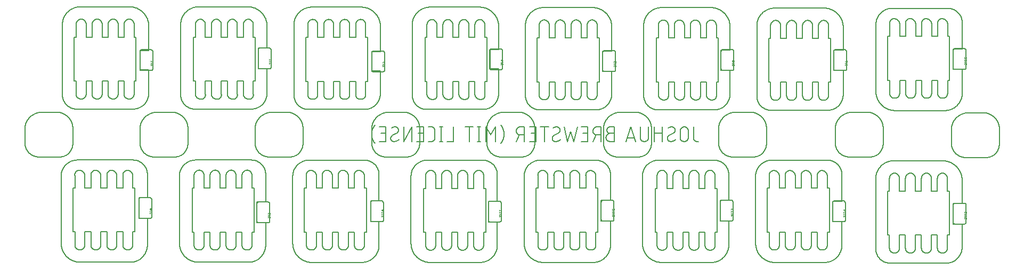
<source format=gbr>
G04 EAGLE Gerber RS-274X export*
G75*
%MOMM*%
%FSLAX34Y34*%
%LPD*%
%INSilkscreen Bottom*%
%IPPOS*%
%AMOC8*
5,1,8,0,0,1.08239X$1,22.5*%
G01*
%ADD10C,0.152400*%
%ADD11C,0.203200*%
%ADD12C,0.050800*%


D10*
X522415Y245047D02*
X519240Y245047D01*
X503365Y245047D02*
X493840Y245047D01*
X477965Y245047D02*
X468440Y245047D01*
X452565Y245047D02*
X443040Y245047D01*
X427165Y245047D02*
X423990Y245047D01*
X423990Y314897D01*
X427165Y314897D01*
X443040Y314897D02*
X452565Y314897D01*
X468440Y314897D02*
X477965Y314897D01*
X493840Y314897D02*
X503365Y314897D01*
X519240Y314897D02*
X522415Y314897D01*
X522415Y245047D01*
X519240Y335534D02*
X519238Y335726D01*
X519231Y335918D01*
X519219Y336109D01*
X519203Y336300D01*
X519182Y336491D01*
X519157Y336681D01*
X519127Y336870D01*
X519092Y337059D01*
X519053Y337247D01*
X519009Y337434D01*
X518961Y337619D01*
X518909Y337804D01*
X518851Y337987D01*
X518790Y338169D01*
X518724Y338349D01*
X518654Y338527D01*
X518579Y338704D01*
X518501Y338879D01*
X518418Y339052D01*
X518331Y339223D01*
X518240Y339392D01*
X518144Y339558D01*
X518045Y339722D01*
X517942Y339884D01*
X517835Y340043D01*
X517724Y340200D01*
X517609Y340354D01*
X517491Y340505D01*
X517369Y340653D01*
X517244Y340798D01*
X517115Y340940D01*
X516982Y341079D01*
X516847Y341214D01*
X516708Y341347D01*
X516566Y341476D01*
X516421Y341601D01*
X516273Y341723D01*
X516122Y341841D01*
X515968Y341956D01*
X515811Y342067D01*
X515652Y342174D01*
X515490Y342277D01*
X515326Y342376D01*
X515160Y342472D01*
X514991Y342563D01*
X514820Y342650D01*
X514647Y342733D01*
X514472Y342811D01*
X514295Y342886D01*
X514117Y342956D01*
X513937Y343022D01*
X513755Y343083D01*
X513572Y343141D01*
X513387Y343193D01*
X513202Y343241D01*
X513015Y343285D01*
X512827Y343324D01*
X512638Y343359D01*
X512449Y343389D01*
X512259Y343414D01*
X512068Y343435D01*
X511877Y343451D01*
X511686Y343463D01*
X511494Y343470D01*
X511302Y343472D01*
X519240Y335534D02*
X519240Y314897D01*
X503364Y335534D02*
X503366Y335726D01*
X503373Y335918D01*
X503385Y336109D01*
X503401Y336300D01*
X503422Y336491D01*
X503447Y336681D01*
X503477Y336870D01*
X503512Y337059D01*
X503551Y337247D01*
X503595Y337434D01*
X503643Y337619D01*
X503695Y337804D01*
X503753Y337987D01*
X503814Y338169D01*
X503880Y338349D01*
X503950Y338527D01*
X504025Y338704D01*
X504103Y338879D01*
X504186Y339052D01*
X504273Y339223D01*
X504364Y339392D01*
X504460Y339558D01*
X504559Y339722D01*
X504662Y339884D01*
X504769Y340043D01*
X504880Y340200D01*
X504995Y340354D01*
X505113Y340505D01*
X505235Y340653D01*
X505360Y340798D01*
X505489Y340940D01*
X505622Y341079D01*
X505757Y341214D01*
X505896Y341347D01*
X506038Y341476D01*
X506183Y341601D01*
X506331Y341723D01*
X506482Y341841D01*
X506636Y341956D01*
X506793Y342067D01*
X506952Y342174D01*
X507114Y342277D01*
X507278Y342376D01*
X507444Y342472D01*
X507613Y342563D01*
X507784Y342650D01*
X507957Y342733D01*
X508132Y342811D01*
X508309Y342886D01*
X508487Y342956D01*
X508667Y343022D01*
X508849Y343083D01*
X509032Y343141D01*
X509217Y343193D01*
X509402Y343241D01*
X509589Y343285D01*
X509777Y343324D01*
X509966Y343359D01*
X510155Y343389D01*
X510345Y343414D01*
X510536Y343435D01*
X510727Y343451D01*
X510918Y343463D01*
X511110Y343470D01*
X511302Y343472D01*
X503365Y335534D02*
X503365Y314897D01*
X493840Y335534D02*
X493838Y335726D01*
X493831Y335918D01*
X493819Y336109D01*
X493803Y336300D01*
X493782Y336491D01*
X493757Y336681D01*
X493727Y336870D01*
X493692Y337059D01*
X493653Y337247D01*
X493609Y337434D01*
X493561Y337619D01*
X493509Y337804D01*
X493451Y337987D01*
X493390Y338169D01*
X493324Y338349D01*
X493254Y338527D01*
X493179Y338704D01*
X493101Y338879D01*
X493018Y339052D01*
X492931Y339223D01*
X492840Y339392D01*
X492744Y339558D01*
X492645Y339722D01*
X492542Y339884D01*
X492435Y340043D01*
X492324Y340200D01*
X492209Y340354D01*
X492091Y340505D01*
X491969Y340653D01*
X491844Y340798D01*
X491715Y340940D01*
X491582Y341079D01*
X491447Y341214D01*
X491308Y341347D01*
X491166Y341476D01*
X491021Y341601D01*
X490873Y341723D01*
X490722Y341841D01*
X490568Y341956D01*
X490411Y342067D01*
X490252Y342174D01*
X490090Y342277D01*
X489926Y342376D01*
X489760Y342472D01*
X489591Y342563D01*
X489420Y342650D01*
X489247Y342733D01*
X489072Y342811D01*
X488895Y342886D01*
X488717Y342956D01*
X488537Y343022D01*
X488355Y343083D01*
X488172Y343141D01*
X487987Y343193D01*
X487802Y343241D01*
X487615Y343285D01*
X487427Y343324D01*
X487238Y343359D01*
X487049Y343389D01*
X486859Y343414D01*
X486668Y343435D01*
X486477Y343451D01*
X486286Y343463D01*
X486094Y343470D01*
X485902Y343472D01*
X493840Y335534D02*
X493840Y314897D01*
X477964Y335534D02*
X477966Y335726D01*
X477973Y335918D01*
X477985Y336109D01*
X478001Y336300D01*
X478022Y336491D01*
X478047Y336681D01*
X478077Y336870D01*
X478112Y337059D01*
X478151Y337247D01*
X478195Y337434D01*
X478243Y337619D01*
X478295Y337804D01*
X478353Y337987D01*
X478414Y338169D01*
X478480Y338349D01*
X478550Y338527D01*
X478625Y338704D01*
X478703Y338879D01*
X478786Y339052D01*
X478873Y339223D01*
X478964Y339392D01*
X479060Y339558D01*
X479159Y339722D01*
X479262Y339884D01*
X479369Y340043D01*
X479480Y340200D01*
X479595Y340354D01*
X479713Y340505D01*
X479835Y340653D01*
X479960Y340798D01*
X480089Y340940D01*
X480222Y341079D01*
X480357Y341214D01*
X480496Y341347D01*
X480638Y341476D01*
X480783Y341601D01*
X480931Y341723D01*
X481082Y341841D01*
X481236Y341956D01*
X481393Y342067D01*
X481552Y342174D01*
X481714Y342277D01*
X481878Y342376D01*
X482044Y342472D01*
X482213Y342563D01*
X482384Y342650D01*
X482557Y342733D01*
X482732Y342811D01*
X482909Y342886D01*
X483087Y342956D01*
X483267Y343022D01*
X483449Y343083D01*
X483632Y343141D01*
X483817Y343193D01*
X484002Y343241D01*
X484189Y343285D01*
X484377Y343324D01*
X484566Y343359D01*
X484755Y343389D01*
X484945Y343414D01*
X485136Y343435D01*
X485327Y343451D01*
X485518Y343463D01*
X485710Y343470D01*
X485902Y343472D01*
X477965Y335534D02*
X477965Y314897D01*
X468440Y335534D02*
X468438Y335726D01*
X468431Y335918D01*
X468419Y336109D01*
X468403Y336300D01*
X468382Y336491D01*
X468357Y336681D01*
X468327Y336870D01*
X468292Y337059D01*
X468253Y337247D01*
X468209Y337434D01*
X468161Y337619D01*
X468109Y337804D01*
X468051Y337987D01*
X467990Y338169D01*
X467924Y338349D01*
X467854Y338527D01*
X467779Y338704D01*
X467701Y338879D01*
X467618Y339052D01*
X467531Y339223D01*
X467440Y339392D01*
X467344Y339558D01*
X467245Y339722D01*
X467142Y339884D01*
X467035Y340043D01*
X466924Y340200D01*
X466809Y340354D01*
X466691Y340505D01*
X466569Y340653D01*
X466444Y340798D01*
X466315Y340940D01*
X466182Y341079D01*
X466047Y341214D01*
X465908Y341347D01*
X465766Y341476D01*
X465621Y341601D01*
X465473Y341723D01*
X465322Y341841D01*
X465168Y341956D01*
X465011Y342067D01*
X464852Y342174D01*
X464690Y342277D01*
X464526Y342376D01*
X464360Y342472D01*
X464191Y342563D01*
X464020Y342650D01*
X463847Y342733D01*
X463672Y342811D01*
X463495Y342886D01*
X463317Y342956D01*
X463137Y343022D01*
X462955Y343083D01*
X462772Y343141D01*
X462587Y343193D01*
X462402Y343241D01*
X462215Y343285D01*
X462027Y343324D01*
X461838Y343359D01*
X461649Y343389D01*
X461459Y343414D01*
X461268Y343435D01*
X461077Y343451D01*
X460886Y343463D01*
X460694Y343470D01*
X460502Y343472D01*
X468440Y335534D02*
X468440Y314897D01*
X452564Y335534D02*
X452566Y335726D01*
X452573Y335918D01*
X452585Y336109D01*
X452601Y336300D01*
X452622Y336491D01*
X452647Y336681D01*
X452677Y336870D01*
X452712Y337059D01*
X452751Y337247D01*
X452795Y337434D01*
X452843Y337619D01*
X452895Y337804D01*
X452953Y337987D01*
X453014Y338169D01*
X453080Y338349D01*
X453150Y338527D01*
X453225Y338704D01*
X453303Y338879D01*
X453386Y339052D01*
X453473Y339223D01*
X453564Y339392D01*
X453660Y339558D01*
X453759Y339722D01*
X453862Y339884D01*
X453969Y340043D01*
X454080Y340200D01*
X454195Y340354D01*
X454313Y340505D01*
X454435Y340653D01*
X454560Y340798D01*
X454689Y340940D01*
X454822Y341079D01*
X454957Y341214D01*
X455096Y341347D01*
X455238Y341476D01*
X455383Y341601D01*
X455531Y341723D01*
X455682Y341841D01*
X455836Y341956D01*
X455993Y342067D01*
X456152Y342174D01*
X456314Y342277D01*
X456478Y342376D01*
X456644Y342472D01*
X456813Y342563D01*
X456984Y342650D01*
X457157Y342733D01*
X457332Y342811D01*
X457509Y342886D01*
X457687Y342956D01*
X457867Y343022D01*
X458049Y343083D01*
X458232Y343141D01*
X458417Y343193D01*
X458602Y343241D01*
X458789Y343285D01*
X458977Y343324D01*
X459166Y343359D01*
X459355Y343389D01*
X459545Y343414D01*
X459736Y343435D01*
X459927Y343451D01*
X460118Y343463D01*
X460310Y343470D01*
X460502Y343472D01*
X452565Y335534D02*
X452565Y314897D01*
X443040Y335534D02*
X443038Y335726D01*
X443031Y335918D01*
X443019Y336109D01*
X443003Y336300D01*
X442982Y336491D01*
X442957Y336681D01*
X442927Y336870D01*
X442892Y337059D01*
X442853Y337247D01*
X442809Y337434D01*
X442761Y337619D01*
X442709Y337804D01*
X442651Y337987D01*
X442590Y338169D01*
X442524Y338349D01*
X442454Y338527D01*
X442379Y338704D01*
X442301Y338879D01*
X442218Y339052D01*
X442131Y339223D01*
X442040Y339392D01*
X441944Y339558D01*
X441845Y339722D01*
X441742Y339884D01*
X441635Y340043D01*
X441524Y340200D01*
X441409Y340354D01*
X441291Y340505D01*
X441169Y340653D01*
X441044Y340798D01*
X440915Y340940D01*
X440782Y341079D01*
X440647Y341214D01*
X440508Y341347D01*
X440366Y341476D01*
X440221Y341601D01*
X440073Y341723D01*
X439922Y341841D01*
X439768Y341956D01*
X439611Y342067D01*
X439452Y342174D01*
X439290Y342277D01*
X439126Y342376D01*
X438960Y342472D01*
X438791Y342563D01*
X438620Y342650D01*
X438447Y342733D01*
X438272Y342811D01*
X438095Y342886D01*
X437917Y342956D01*
X437737Y343022D01*
X437555Y343083D01*
X437372Y343141D01*
X437187Y343193D01*
X437002Y343241D01*
X436815Y343285D01*
X436627Y343324D01*
X436438Y343359D01*
X436249Y343389D01*
X436059Y343414D01*
X435868Y343435D01*
X435677Y343451D01*
X435486Y343463D01*
X435294Y343470D01*
X435102Y343472D01*
X443040Y335534D02*
X443040Y314897D01*
X427164Y335534D02*
X427166Y335726D01*
X427173Y335918D01*
X427185Y336109D01*
X427201Y336300D01*
X427222Y336491D01*
X427247Y336681D01*
X427277Y336870D01*
X427312Y337059D01*
X427351Y337247D01*
X427395Y337434D01*
X427443Y337619D01*
X427495Y337804D01*
X427553Y337987D01*
X427614Y338169D01*
X427680Y338349D01*
X427750Y338527D01*
X427825Y338704D01*
X427903Y338879D01*
X427986Y339052D01*
X428073Y339223D01*
X428164Y339392D01*
X428260Y339558D01*
X428359Y339722D01*
X428462Y339884D01*
X428569Y340043D01*
X428680Y340200D01*
X428795Y340354D01*
X428913Y340505D01*
X429035Y340653D01*
X429160Y340798D01*
X429289Y340940D01*
X429422Y341079D01*
X429557Y341214D01*
X429696Y341347D01*
X429838Y341476D01*
X429983Y341601D01*
X430131Y341723D01*
X430282Y341841D01*
X430436Y341956D01*
X430593Y342067D01*
X430752Y342174D01*
X430914Y342277D01*
X431078Y342376D01*
X431244Y342472D01*
X431413Y342563D01*
X431584Y342650D01*
X431757Y342733D01*
X431932Y342811D01*
X432109Y342886D01*
X432287Y342956D01*
X432467Y343022D01*
X432649Y343083D01*
X432832Y343141D01*
X433017Y343193D01*
X433202Y343241D01*
X433389Y343285D01*
X433577Y343324D01*
X433766Y343359D01*
X433955Y343389D01*
X434145Y343414D01*
X434336Y343435D01*
X434527Y343451D01*
X434718Y343463D01*
X434910Y343470D01*
X435102Y343472D01*
X427165Y335534D02*
X427165Y314897D01*
X427165Y224409D02*
X427195Y224190D01*
X427230Y223972D01*
X427271Y223754D01*
X427317Y223538D01*
X427369Y223323D01*
X427425Y223109D01*
X427487Y222897D01*
X427553Y222686D01*
X427625Y222477D01*
X427702Y222269D01*
X427784Y222064D01*
X427871Y221860D01*
X427962Y221659D01*
X428059Y221460D01*
X428160Y221263D01*
X428266Y221069D01*
X428377Y220878D01*
X428492Y220689D01*
X428612Y220503D01*
X428736Y220320D01*
X428865Y220140D01*
X428997Y219963D01*
X429135Y219790D01*
X429276Y219620D01*
X429421Y219453D01*
X429571Y219290D01*
X429724Y219131D01*
X429881Y218975D01*
X430042Y218823D01*
X430206Y218675D01*
X430374Y218531D01*
X430545Y218391D01*
X430720Y218256D01*
X430898Y218124D01*
X431079Y217997D01*
X431263Y217875D01*
X431450Y217757D01*
X431640Y217643D01*
X431832Y217534D01*
X432027Y217430D01*
X432225Y217330D01*
X432425Y217235D01*
X432627Y217146D01*
X432831Y217061D01*
X433037Y216981D01*
X433245Y216906D01*
X433455Y216836D01*
X433667Y216771D01*
X433879Y216711D01*
X434094Y216656D01*
X434309Y216607D01*
X434526Y216563D01*
X434744Y216524D01*
X434962Y216490D01*
X435182Y216462D01*
X435402Y216439D01*
X435622Y216421D01*
X435843Y216409D01*
X436064Y216402D01*
X436285Y216400D01*
X436506Y216404D01*
X436727Y216413D01*
X436948Y216427D01*
X437168Y216447D01*
X437388Y216472D01*
X427165Y224409D02*
X427165Y245047D01*
X443040Y224409D02*
X443065Y224244D01*
X443087Y224079D01*
X443104Y223914D01*
X443118Y223748D01*
X443128Y223582D01*
X443133Y223415D01*
X443135Y223249D01*
X443133Y223082D01*
X443126Y222916D01*
X443116Y222750D01*
X443101Y222584D01*
X443083Y222418D01*
X443060Y222253D01*
X443034Y222089D01*
X443003Y221925D01*
X442969Y221762D01*
X442931Y221600D01*
X442888Y221439D01*
X442842Y221279D01*
X442792Y221121D01*
X442739Y220963D01*
X442681Y220807D01*
X442620Y220652D01*
X442555Y220499D01*
X442486Y220347D01*
X442414Y220197D01*
X442338Y220049D01*
X442258Y219903D01*
X442175Y219758D01*
X442089Y219616D01*
X441999Y219476D01*
X441906Y219338D01*
X441809Y219202D01*
X441709Y219069D01*
X441606Y218938D01*
X441500Y218810D01*
X441391Y218684D01*
X441279Y218561D01*
X441163Y218441D01*
X441045Y218324D01*
X440925Y218209D01*
X440801Y218097D01*
X440675Y217989D01*
X440546Y217883D01*
X440415Y217781D01*
X440281Y217682D01*
X440145Y217586D01*
X440006Y217493D01*
X439866Y217404D01*
X439723Y217318D01*
X439578Y217236D01*
X439432Y217157D01*
X439283Y217082D01*
X439133Y217010D01*
X438981Y216942D01*
X438827Y216878D01*
X438672Y216818D01*
X438516Y216761D01*
X438358Y216708D01*
X438199Y216659D01*
X438038Y216614D01*
X437877Y216572D01*
X437715Y216535D01*
X437552Y216501D01*
X437388Y216471D01*
X443040Y224409D02*
X443040Y245047D01*
X452565Y224409D02*
X452595Y224190D01*
X452630Y223972D01*
X452671Y223754D01*
X452717Y223538D01*
X452769Y223323D01*
X452825Y223109D01*
X452887Y222897D01*
X452953Y222686D01*
X453025Y222477D01*
X453102Y222269D01*
X453184Y222064D01*
X453271Y221860D01*
X453362Y221659D01*
X453459Y221460D01*
X453560Y221263D01*
X453666Y221069D01*
X453777Y220878D01*
X453892Y220689D01*
X454012Y220503D01*
X454136Y220320D01*
X454265Y220140D01*
X454397Y219963D01*
X454535Y219790D01*
X454676Y219620D01*
X454821Y219453D01*
X454971Y219290D01*
X455124Y219131D01*
X455281Y218975D01*
X455442Y218823D01*
X455606Y218675D01*
X455774Y218531D01*
X455945Y218391D01*
X456120Y218256D01*
X456298Y218124D01*
X456479Y217997D01*
X456663Y217875D01*
X456850Y217757D01*
X457040Y217643D01*
X457232Y217534D01*
X457427Y217430D01*
X457625Y217330D01*
X457825Y217235D01*
X458027Y217146D01*
X458231Y217061D01*
X458437Y216981D01*
X458645Y216906D01*
X458855Y216836D01*
X459067Y216771D01*
X459279Y216711D01*
X459494Y216656D01*
X459709Y216607D01*
X459926Y216563D01*
X460144Y216524D01*
X460362Y216490D01*
X460582Y216462D01*
X460802Y216439D01*
X461022Y216421D01*
X461243Y216409D01*
X461464Y216402D01*
X461685Y216400D01*
X461906Y216404D01*
X462127Y216413D01*
X462348Y216427D01*
X462568Y216447D01*
X462788Y216472D01*
X452565Y224409D02*
X452565Y245047D01*
X468440Y224409D02*
X468465Y224244D01*
X468487Y224079D01*
X468504Y223914D01*
X468518Y223748D01*
X468528Y223582D01*
X468533Y223415D01*
X468535Y223249D01*
X468533Y223082D01*
X468526Y222916D01*
X468516Y222750D01*
X468501Y222584D01*
X468483Y222418D01*
X468460Y222253D01*
X468434Y222089D01*
X468403Y221925D01*
X468369Y221762D01*
X468331Y221600D01*
X468288Y221439D01*
X468242Y221279D01*
X468192Y221121D01*
X468139Y220963D01*
X468081Y220807D01*
X468020Y220652D01*
X467955Y220499D01*
X467886Y220347D01*
X467814Y220197D01*
X467738Y220049D01*
X467658Y219903D01*
X467575Y219758D01*
X467489Y219616D01*
X467399Y219476D01*
X467306Y219338D01*
X467209Y219202D01*
X467109Y219069D01*
X467006Y218938D01*
X466900Y218810D01*
X466791Y218684D01*
X466679Y218561D01*
X466563Y218441D01*
X466445Y218324D01*
X466325Y218209D01*
X466201Y218097D01*
X466075Y217989D01*
X465946Y217883D01*
X465815Y217781D01*
X465681Y217682D01*
X465545Y217586D01*
X465406Y217493D01*
X465266Y217404D01*
X465123Y217318D01*
X464978Y217236D01*
X464832Y217157D01*
X464683Y217082D01*
X464533Y217010D01*
X464381Y216942D01*
X464227Y216878D01*
X464072Y216818D01*
X463916Y216761D01*
X463758Y216708D01*
X463599Y216659D01*
X463438Y216614D01*
X463277Y216572D01*
X463115Y216535D01*
X462952Y216501D01*
X462788Y216471D01*
X468440Y224409D02*
X468440Y245047D01*
X477965Y224409D02*
X477995Y224190D01*
X478030Y223972D01*
X478071Y223754D01*
X478117Y223538D01*
X478169Y223323D01*
X478225Y223109D01*
X478287Y222897D01*
X478353Y222686D01*
X478425Y222477D01*
X478502Y222269D01*
X478584Y222064D01*
X478671Y221860D01*
X478762Y221659D01*
X478859Y221460D01*
X478960Y221263D01*
X479066Y221069D01*
X479177Y220878D01*
X479292Y220689D01*
X479412Y220503D01*
X479536Y220320D01*
X479665Y220140D01*
X479797Y219963D01*
X479935Y219790D01*
X480076Y219620D01*
X480221Y219453D01*
X480371Y219290D01*
X480524Y219131D01*
X480681Y218975D01*
X480842Y218823D01*
X481006Y218675D01*
X481174Y218531D01*
X481345Y218391D01*
X481520Y218256D01*
X481698Y218124D01*
X481879Y217997D01*
X482063Y217875D01*
X482250Y217757D01*
X482440Y217643D01*
X482632Y217534D01*
X482827Y217430D01*
X483025Y217330D01*
X483225Y217235D01*
X483427Y217146D01*
X483631Y217061D01*
X483837Y216981D01*
X484045Y216906D01*
X484255Y216836D01*
X484467Y216771D01*
X484679Y216711D01*
X484894Y216656D01*
X485109Y216607D01*
X485326Y216563D01*
X485544Y216524D01*
X485762Y216490D01*
X485982Y216462D01*
X486202Y216439D01*
X486422Y216421D01*
X486643Y216409D01*
X486864Y216402D01*
X487085Y216400D01*
X487306Y216404D01*
X487527Y216413D01*
X487748Y216427D01*
X487968Y216447D01*
X488188Y216472D01*
X477965Y224409D02*
X477965Y245047D01*
X493840Y224409D02*
X493865Y224244D01*
X493887Y224079D01*
X493904Y223914D01*
X493918Y223748D01*
X493928Y223582D01*
X493933Y223415D01*
X493935Y223249D01*
X493933Y223082D01*
X493926Y222916D01*
X493916Y222750D01*
X493901Y222584D01*
X493883Y222418D01*
X493860Y222253D01*
X493834Y222089D01*
X493803Y221925D01*
X493769Y221762D01*
X493731Y221600D01*
X493688Y221439D01*
X493642Y221279D01*
X493592Y221121D01*
X493539Y220963D01*
X493481Y220807D01*
X493420Y220652D01*
X493355Y220499D01*
X493286Y220347D01*
X493214Y220197D01*
X493138Y220049D01*
X493058Y219903D01*
X492975Y219758D01*
X492889Y219616D01*
X492799Y219476D01*
X492706Y219338D01*
X492609Y219202D01*
X492509Y219069D01*
X492406Y218938D01*
X492300Y218810D01*
X492191Y218684D01*
X492079Y218561D01*
X491963Y218441D01*
X491845Y218324D01*
X491725Y218209D01*
X491601Y218097D01*
X491475Y217989D01*
X491346Y217883D01*
X491215Y217781D01*
X491081Y217682D01*
X490945Y217586D01*
X490806Y217493D01*
X490666Y217404D01*
X490523Y217318D01*
X490378Y217236D01*
X490232Y217157D01*
X490083Y217082D01*
X489933Y217010D01*
X489781Y216942D01*
X489627Y216878D01*
X489472Y216818D01*
X489316Y216761D01*
X489158Y216708D01*
X488999Y216659D01*
X488838Y216614D01*
X488677Y216572D01*
X488515Y216535D01*
X488352Y216501D01*
X488188Y216471D01*
X493840Y224409D02*
X493840Y245047D01*
X503365Y224409D02*
X503395Y224190D01*
X503430Y223972D01*
X503471Y223754D01*
X503517Y223538D01*
X503569Y223323D01*
X503625Y223109D01*
X503687Y222897D01*
X503753Y222686D01*
X503825Y222477D01*
X503902Y222269D01*
X503984Y222064D01*
X504071Y221860D01*
X504162Y221659D01*
X504259Y221460D01*
X504360Y221263D01*
X504466Y221069D01*
X504577Y220878D01*
X504692Y220689D01*
X504812Y220503D01*
X504936Y220320D01*
X505065Y220140D01*
X505197Y219963D01*
X505335Y219790D01*
X505476Y219620D01*
X505621Y219453D01*
X505771Y219290D01*
X505924Y219131D01*
X506081Y218975D01*
X506242Y218823D01*
X506406Y218675D01*
X506574Y218531D01*
X506745Y218391D01*
X506920Y218256D01*
X507098Y218124D01*
X507279Y217997D01*
X507463Y217875D01*
X507650Y217757D01*
X507840Y217643D01*
X508032Y217534D01*
X508227Y217430D01*
X508425Y217330D01*
X508625Y217235D01*
X508827Y217146D01*
X509031Y217061D01*
X509237Y216981D01*
X509445Y216906D01*
X509655Y216836D01*
X509867Y216771D01*
X510079Y216711D01*
X510294Y216656D01*
X510509Y216607D01*
X510726Y216563D01*
X510944Y216524D01*
X511162Y216490D01*
X511382Y216462D01*
X511602Y216439D01*
X511822Y216421D01*
X512043Y216409D01*
X512264Y216402D01*
X512485Y216400D01*
X512706Y216404D01*
X512927Y216413D01*
X513148Y216427D01*
X513368Y216447D01*
X513588Y216472D01*
X503365Y224409D02*
X503365Y245047D01*
X519240Y224409D02*
X519265Y224244D01*
X519287Y224079D01*
X519304Y223914D01*
X519318Y223748D01*
X519328Y223582D01*
X519333Y223415D01*
X519335Y223249D01*
X519333Y223082D01*
X519326Y222916D01*
X519316Y222750D01*
X519301Y222584D01*
X519283Y222418D01*
X519260Y222253D01*
X519234Y222089D01*
X519203Y221925D01*
X519169Y221762D01*
X519131Y221600D01*
X519088Y221439D01*
X519042Y221279D01*
X518992Y221121D01*
X518939Y220963D01*
X518881Y220807D01*
X518820Y220652D01*
X518755Y220499D01*
X518686Y220347D01*
X518614Y220197D01*
X518538Y220049D01*
X518458Y219903D01*
X518375Y219758D01*
X518289Y219616D01*
X518199Y219476D01*
X518106Y219338D01*
X518009Y219202D01*
X517909Y219069D01*
X517806Y218938D01*
X517700Y218810D01*
X517591Y218684D01*
X517479Y218561D01*
X517363Y218441D01*
X517245Y218324D01*
X517125Y218209D01*
X517001Y218097D01*
X516875Y217989D01*
X516746Y217883D01*
X516615Y217781D01*
X516481Y217682D01*
X516345Y217586D01*
X516206Y217493D01*
X516066Y217404D01*
X515923Y217318D01*
X515778Y217236D01*
X515632Y217157D01*
X515483Y217082D01*
X515333Y217010D01*
X515181Y216942D01*
X515027Y216878D01*
X514872Y216818D01*
X514716Y216761D01*
X514558Y216708D01*
X514399Y216659D01*
X514238Y216614D01*
X514077Y216572D01*
X513915Y216535D01*
X513752Y216501D01*
X513588Y216471D01*
X519240Y224409D02*
X519240Y245047D01*
X332931Y245301D02*
X329756Y245301D01*
X313881Y245301D02*
X304356Y245301D01*
X288481Y245301D02*
X278956Y245301D01*
X263081Y245301D02*
X253556Y245301D01*
X237681Y245301D02*
X234506Y245301D01*
X234506Y315151D01*
X237681Y315151D01*
X253556Y315151D02*
X263081Y315151D01*
X278956Y315151D02*
X288481Y315151D01*
X304356Y315151D02*
X313881Y315151D01*
X329756Y315151D02*
X332931Y315151D01*
X332931Y245301D01*
X329756Y335788D02*
X329754Y335980D01*
X329747Y336172D01*
X329735Y336363D01*
X329719Y336554D01*
X329698Y336745D01*
X329673Y336935D01*
X329643Y337124D01*
X329608Y337313D01*
X329569Y337501D01*
X329525Y337688D01*
X329477Y337873D01*
X329425Y338058D01*
X329367Y338241D01*
X329306Y338423D01*
X329240Y338603D01*
X329170Y338781D01*
X329095Y338958D01*
X329017Y339133D01*
X328934Y339306D01*
X328847Y339477D01*
X328756Y339646D01*
X328660Y339812D01*
X328561Y339976D01*
X328458Y340138D01*
X328351Y340297D01*
X328240Y340454D01*
X328125Y340608D01*
X328007Y340759D01*
X327885Y340907D01*
X327760Y341052D01*
X327631Y341194D01*
X327498Y341333D01*
X327363Y341468D01*
X327224Y341601D01*
X327082Y341730D01*
X326937Y341855D01*
X326789Y341977D01*
X326638Y342095D01*
X326484Y342210D01*
X326327Y342321D01*
X326168Y342428D01*
X326006Y342531D01*
X325842Y342630D01*
X325676Y342726D01*
X325507Y342817D01*
X325336Y342904D01*
X325163Y342987D01*
X324988Y343065D01*
X324811Y343140D01*
X324633Y343210D01*
X324453Y343276D01*
X324271Y343337D01*
X324088Y343395D01*
X323903Y343447D01*
X323718Y343495D01*
X323531Y343539D01*
X323343Y343578D01*
X323154Y343613D01*
X322965Y343643D01*
X322775Y343668D01*
X322584Y343689D01*
X322393Y343705D01*
X322202Y343717D01*
X322010Y343724D01*
X321818Y343726D01*
X329756Y335788D02*
X329756Y315151D01*
X313880Y335788D02*
X313882Y335980D01*
X313889Y336172D01*
X313901Y336363D01*
X313917Y336554D01*
X313938Y336745D01*
X313963Y336935D01*
X313993Y337124D01*
X314028Y337313D01*
X314067Y337501D01*
X314111Y337688D01*
X314159Y337873D01*
X314211Y338058D01*
X314269Y338241D01*
X314330Y338423D01*
X314396Y338603D01*
X314466Y338781D01*
X314541Y338958D01*
X314619Y339133D01*
X314702Y339306D01*
X314789Y339477D01*
X314880Y339646D01*
X314976Y339812D01*
X315075Y339976D01*
X315178Y340138D01*
X315285Y340297D01*
X315396Y340454D01*
X315511Y340608D01*
X315629Y340759D01*
X315751Y340907D01*
X315876Y341052D01*
X316005Y341194D01*
X316138Y341333D01*
X316273Y341468D01*
X316412Y341601D01*
X316554Y341730D01*
X316699Y341855D01*
X316847Y341977D01*
X316998Y342095D01*
X317152Y342210D01*
X317309Y342321D01*
X317468Y342428D01*
X317630Y342531D01*
X317794Y342630D01*
X317960Y342726D01*
X318129Y342817D01*
X318300Y342904D01*
X318473Y342987D01*
X318648Y343065D01*
X318825Y343140D01*
X319003Y343210D01*
X319183Y343276D01*
X319365Y343337D01*
X319548Y343395D01*
X319733Y343447D01*
X319918Y343495D01*
X320105Y343539D01*
X320293Y343578D01*
X320482Y343613D01*
X320671Y343643D01*
X320861Y343668D01*
X321052Y343689D01*
X321243Y343705D01*
X321434Y343717D01*
X321626Y343724D01*
X321818Y343726D01*
X313881Y335788D02*
X313881Y315151D01*
X304356Y335788D02*
X304354Y335980D01*
X304347Y336172D01*
X304335Y336363D01*
X304319Y336554D01*
X304298Y336745D01*
X304273Y336935D01*
X304243Y337124D01*
X304208Y337313D01*
X304169Y337501D01*
X304125Y337688D01*
X304077Y337873D01*
X304025Y338058D01*
X303967Y338241D01*
X303906Y338423D01*
X303840Y338603D01*
X303770Y338781D01*
X303695Y338958D01*
X303617Y339133D01*
X303534Y339306D01*
X303447Y339477D01*
X303356Y339646D01*
X303260Y339812D01*
X303161Y339976D01*
X303058Y340138D01*
X302951Y340297D01*
X302840Y340454D01*
X302725Y340608D01*
X302607Y340759D01*
X302485Y340907D01*
X302360Y341052D01*
X302231Y341194D01*
X302098Y341333D01*
X301963Y341468D01*
X301824Y341601D01*
X301682Y341730D01*
X301537Y341855D01*
X301389Y341977D01*
X301238Y342095D01*
X301084Y342210D01*
X300927Y342321D01*
X300768Y342428D01*
X300606Y342531D01*
X300442Y342630D01*
X300276Y342726D01*
X300107Y342817D01*
X299936Y342904D01*
X299763Y342987D01*
X299588Y343065D01*
X299411Y343140D01*
X299233Y343210D01*
X299053Y343276D01*
X298871Y343337D01*
X298688Y343395D01*
X298503Y343447D01*
X298318Y343495D01*
X298131Y343539D01*
X297943Y343578D01*
X297754Y343613D01*
X297565Y343643D01*
X297375Y343668D01*
X297184Y343689D01*
X296993Y343705D01*
X296802Y343717D01*
X296610Y343724D01*
X296418Y343726D01*
X304356Y335788D02*
X304356Y315151D01*
X288480Y335788D02*
X288482Y335980D01*
X288489Y336172D01*
X288501Y336363D01*
X288517Y336554D01*
X288538Y336745D01*
X288563Y336935D01*
X288593Y337124D01*
X288628Y337313D01*
X288667Y337501D01*
X288711Y337688D01*
X288759Y337873D01*
X288811Y338058D01*
X288869Y338241D01*
X288930Y338423D01*
X288996Y338603D01*
X289066Y338781D01*
X289141Y338958D01*
X289219Y339133D01*
X289302Y339306D01*
X289389Y339477D01*
X289480Y339646D01*
X289576Y339812D01*
X289675Y339976D01*
X289778Y340138D01*
X289885Y340297D01*
X289996Y340454D01*
X290111Y340608D01*
X290229Y340759D01*
X290351Y340907D01*
X290476Y341052D01*
X290605Y341194D01*
X290738Y341333D01*
X290873Y341468D01*
X291012Y341601D01*
X291154Y341730D01*
X291299Y341855D01*
X291447Y341977D01*
X291598Y342095D01*
X291752Y342210D01*
X291909Y342321D01*
X292068Y342428D01*
X292230Y342531D01*
X292394Y342630D01*
X292560Y342726D01*
X292729Y342817D01*
X292900Y342904D01*
X293073Y342987D01*
X293248Y343065D01*
X293425Y343140D01*
X293603Y343210D01*
X293783Y343276D01*
X293965Y343337D01*
X294148Y343395D01*
X294333Y343447D01*
X294518Y343495D01*
X294705Y343539D01*
X294893Y343578D01*
X295082Y343613D01*
X295271Y343643D01*
X295461Y343668D01*
X295652Y343689D01*
X295843Y343705D01*
X296034Y343717D01*
X296226Y343724D01*
X296418Y343726D01*
X288481Y335788D02*
X288481Y315151D01*
X278956Y335788D02*
X278954Y335980D01*
X278947Y336172D01*
X278935Y336363D01*
X278919Y336554D01*
X278898Y336745D01*
X278873Y336935D01*
X278843Y337124D01*
X278808Y337313D01*
X278769Y337501D01*
X278725Y337688D01*
X278677Y337873D01*
X278625Y338058D01*
X278567Y338241D01*
X278506Y338423D01*
X278440Y338603D01*
X278370Y338781D01*
X278295Y338958D01*
X278217Y339133D01*
X278134Y339306D01*
X278047Y339477D01*
X277956Y339646D01*
X277860Y339812D01*
X277761Y339976D01*
X277658Y340138D01*
X277551Y340297D01*
X277440Y340454D01*
X277325Y340608D01*
X277207Y340759D01*
X277085Y340907D01*
X276960Y341052D01*
X276831Y341194D01*
X276698Y341333D01*
X276563Y341468D01*
X276424Y341601D01*
X276282Y341730D01*
X276137Y341855D01*
X275989Y341977D01*
X275838Y342095D01*
X275684Y342210D01*
X275527Y342321D01*
X275368Y342428D01*
X275206Y342531D01*
X275042Y342630D01*
X274876Y342726D01*
X274707Y342817D01*
X274536Y342904D01*
X274363Y342987D01*
X274188Y343065D01*
X274011Y343140D01*
X273833Y343210D01*
X273653Y343276D01*
X273471Y343337D01*
X273288Y343395D01*
X273103Y343447D01*
X272918Y343495D01*
X272731Y343539D01*
X272543Y343578D01*
X272354Y343613D01*
X272165Y343643D01*
X271975Y343668D01*
X271784Y343689D01*
X271593Y343705D01*
X271402Y343717D01*
X271210Y343724D01*
X271018Y343726D01*
X278956Y335788D02*
X278956Y315151D01*
X263080Y335788D02*
X263082Y335980D01*
X263089Y336172D01*
X263101Y336363D01*
X263117Y336554D01*
X263138Y336745D01*
X263163Y336935D01*
X263193Y337124D01*
X263228Y337313D01*
X263267Y337501D01*
X263311Y337688D01*
X263359Y337873D01*
X263411Y338058D01*
X263469Y338241D01*
X263530Y338423D01*
X263596Y338603D01*
X263666Y338781D01*
X263741Y338958D01*
X263819Y339133D01*
X263902Y339306D01*
X263989Y339477D01*
X264080Y339646D01*
X264176Y339812D01*
X264275Y339976D01*
X264378Y340138D01*
X264485Y340297D01*
X264596Y340454D01*
X264711Y340608D01*
X264829Y340759D01*
X264951Y340907D01*
X265076Y341052D01*
X265205Y341194D01*
X265338Y341333D01*
X265473Y341468D01*
X265612Y341601D01*
X265754Y341730D01*
X265899Y341855D01*
X266047Y341977D01*
X266198Y342095D01*
X266352Y342210D01*
X266509Y342321D01*
X266668Y342428D01*
X266830Y342531D01*
X266994Y342630D01*
X267160Y342726D01*
X267329Y342817D01*
X267500Y342904D01*
X267673Y342987D01*
X267848Y343065D01*
X268025Y343140D01*
X268203Y343210D01*
X268383Y343276D01*
X268565Y343337D01*
X268748Y343395D01*
X268933Y343447D01*
X269118Y343495D01*
X269305Y343539D01*
X269493Y343578D01*
X269682Y343613D01*
X269871Y343643D01*
X270061Y343668D01*
X270252Y343689D01*
X270443Y343705D01*
X270634Y343717D01*
X270826Y343724D01*
X271018Y343726D01*
X263081Y335788D02*
X263081Y315151D01*
X253556Y335788D02*
X253554Y335980D01*
X253547Y336172D01*
X253535Y336363D01*
X253519Y336554D01*
X253498Y336745D01*
X253473Y336935D01*
X253443Y337124D01*
X253408Y337313D01*
X253369Y337501D01*
X253325Y337688D01*
X253277Y337873D01*
X253225Y338058D01*
X253167Y338241D01*
X253106Y338423D01*
X253040Y338603D01*
X252970Y338781D01*
X252895Y338958D01*
X252817Y339133D01*
X252734Y339306D01*
X252647Y339477D01*
X252556Y339646D01*
X252460Y339812D01*
X252361Y339976D01*
X252258Y340138D01*
X252151Y340297D01*
X252040Y340454D01*
X251925Y340608D01*
X251807Y340759D01*
X251685Y340907D01*
X251560Y341052D01*
X251431Y341194D01*
X251298Y341333D01*
X251163Y341468D01*
X251024Y341601D01*
X250882Y341730D01*
X250737Y341855D01*
X250589Y341977D01*
X250438Y342095D01*
X250284Y342210D01*
X250127Y342321D01*
X249968Y342428D01*
X249806Y342531D01*
X249642Y342630D01*
X249476Y342726D01*
X249307Y342817D01*
X249136Y342904D01*
X248963Y342987D01*
X248788Y343065D01*
X248611Y343140D01*
X248433Y343210D01*
X248253Y343276D01*
X248071Y343337D01*
X247888Y343395D01*
X247703Y343447D01*
X247518Y343495D01*
X247331Y343539D01*
X247143Y343578D01*
X246954Y343613D01*
X246765Y343643D01*
X246575Y343668D01*
X246384Y343689D01*
X246193Y343705D01*
X246002Y343717D01*
X245810Y343724D01*
X245618Y343726D01*
X253556Y335788D02*
X253556Y315151D01*
X237680Y335788D02*
X237682Y335980D01*
X237689Y336172D01*
X237701Y336363D01*
X237717Y336554D01*
X237738Y336745D01*
X237763Y336935D01*
X237793Y337124D01*
X237828Y337313D01*
X237867Y337501D01*
X237911Y337688D01*
X237959Y337873D01*
X238011Y338058D01*
X238069Y338241D01*
X238130Y338423D01*
X238196Y338603D01*
X238266Y338781D01*
X238341Y338958D01*
X238419Y339133D01*
X238502Y339306D01*
X238589Y339477D01*
X238680Y339646D01*
X238776Y339812D01*
X238875Y339976D01*
X238978Y340138D01*
X239085Y340297D01*
X239196Y340454D01*
X239311Y340608D01*
X239429Y340759D01*
X239551Y340907D01*
X239676Y341052D01*
X239805Y341194D01*
X239938Y341333D01*
X240073Y341468D01*
X240212Y341601D01*
X240354Y341730D01*
X240499Y341855D01*
X240647Y341977D01*
X240798Y342095D01*
X240952Y342210D01*
X241109Y342321D01*
X241268Y342428D01*
X241430Y342531D01*
X241594Y342630D01*
X241760Y342726D01*
X241929Y342817D01*
X242100Y342904D01*
X242273Y342987D01*
X242448Y343065D01*
X242625Y343140D01*
X242803Y343210D01*
X242983Y343276D01*
X243165Y343337D01*
X243348Y343395D01*
X243533Y343447D01*
X243718Y343495D01*
X243905Y343539D01*
X244093Y343578D01*
X244282Y343613D01*
X244471Y343643D01*
X244661Y343668D01*
X244852Y343689D01*
X245043Y343705D01*
X245234Y343717D01*
X245426Y343724D01*
X245618Y343726D01*
X237681Y335788D02*
X237681Y315151D01*
X237680Y224663D02*
X237682Y224471D01*
X237689Y224279D01*
X237701Y224088D01*
X237717Y223897D01*
X237738Y223706D01*
X237763Y223516D01*
X237793Y223327D01*
X237828Y223138D01*
X237867Y222950D01*
X237911Y222763D01*
X237959Y222578D01*
X238011Y222393D01*
X238069Y222210D01*
X238130Y222028D01*
X238196Y221848D01*
X238266Y221670D01*
X238341Y221493D01*
X238419Y221318D01*
X238502Y221145D01*
X238589Y220974D01*
X238680Y220805D01*
X238776Y220639D01*
X238875Y220475D01*
X238978Y220313D01*
X239085Y220154D01*
X239196Y219997D01*
X239311Y219843D01*
X239429Y219692D01*
X239551Y219544D01*
X239676Y219399D01*
X239805Y219257D01*
X239938Y219118D01*
X240073Y218983D01*
X240212Y218850D01*
X240354Y218721D01*
X240499Y218596D01*
X240647Y218474D01*
X240798Y218356D01*
X240952Y218241D01*
X241109Y218130D01*
X241268Y218023D01*
X241430Y217920D01*
X241594Y217821D01*
X241760Y217725D01*
X241929Y217634D01*
X242100Y217547D01*
X242273Y217464D01*
X242448Y217386D01*
X242625Y217311D01*
X242803Y217241D01*
X242983Y217175D01*
X243165Y217114D01*
X243348Y217056D01*
X243533Y217004D01*
X243718Y216956D01*
X243905Y216912D01*
X244093Y216873D01*
X244282Y216838D01*
X244471Y216808D01*
X244661Y216783D01*
X244852Y216762D01*
X245043Y216746D01*
X245234Y216734D01*
X245426Y216727D01*
X245618Y216725D01*
X237681Y224663D02*
X237681Y245301D01*
X253556Y224663D02*
X253554Y224471D01*
X253547Y224279D01*
X253535Y224088D01*
X253519Y223897D01*
X253498Y223706D01*
X253473Y223516D01*
X253443Y223327D01*
X253408Y223138D01*
X253369Y222950D01*
X253325Y222763D01*
X253277Y222578D01*
X253225Y222393D01*
X253167Y222210D01*
X253106Y222028D01*
X253040Y221848D01*
X252970Y221670D01*
X252895Y221493D01*
X252817Y221318D01*
X252734Y221145D01*
X252647Y220974D01*
X252556Y220805D01*
X252460Y220639D01*
X252361Y220475D01*
X252258Y220313D01*
X252151Y220154D01*
X252040Y219997D01*
X251925Y219843D01*
X251807Y219692D01*
X251685Y219544D01*
X251560Y219399D01*
X251431Y219257D01*
X251298Y219118D01*
X251163Y218983D01*
X251024Y218850D01*
X250882Y218721D01*
X250737Y218596D01*
X250589Y218474D01*
X250438Y218356D01*
X250284Y218241D01*
X250127Y218130D01*
X249968Y218023D01*
X249806Y217920D01*
X249642Y217821D01*
X249476Y217725D01*
X249307Y217634D01*
X249136Y217547D01*
X248963Y217464D01*
X248788Y217386D01*
X248611Y217311D01*
X248433Y217241D01*
X248253Y217175D01*
X248071Y217114D01*
X247888Y217056D01*
X247703Y217004D01*
X247518Y216956D01*
X247331Y216912D01*
X247143Y216873D01*
X246954Y216838D01*
X246765Y216808D01*
X246575Y216783D01*
X246384Y216762D01*
X246193Y216746D01*
X246002Y216734D01*
X245810Y216727D01*
X245618Y216725D01*
X253556Y224663D02*
X253556Y245301D01*
X263080Y224663D02*
X263082Y224471D01*
X263089Y224279D01*
X263101Y224088D01*
X263117Y223897D01*
X263138Y223706D01*
X263163Y223516D01*
X263193Y223327D01*
X263228Y223138D01*
X263267Y222950D01*
X263311Y222763D01*
X263359Y222578D01*
X263411Y222393D01*
X263469Y222210D01*
X263530Y222028D01*
X263596Y221848D01*
X263666Y221670D01*
X263741Y221493D01*
X263819Y221318D01*
X263902Y221145D01*
X263989Y220974D01*
X264080Y220805D01*
X264176Y220639D01*
X264275Y220475D01*
X264378Y220313D01*
X264485Y220154D01*
X264596Y219997D01*
X264711Y219843D01*
X264829Y219692D01*
X264951Y219544D01*
X265076Y219399D01*
X265205Y219257D01*
X265338Y219118D01*
X265473Y218983D01*
X265612Y218850D01*
X265754Y218721D01*
X265899Y218596D01*
X266047Y218474D01*
X266198Y218356D01*
X266352Y218241D01*
X266509Y218130D01*
X266668Y218023D01*
X266830Y217920D01*
X266994Y217821D01*
X267160Y217725D01*
X267329Y217634D01*
X267500Y217547D01*
X267673Y217464D01*
X267848Y217386D01*
X268025Y217311D01*
X268203Y217241D01*
X268383Y217175D01*
X268565Y217114D01*
X268748Y217056D01*
X268933Y217004D01*
X269118Y216956D01*
X269305Y216912D01*
X269493Y216873D01*
X269682Y216838D01*
X269871Y216808D01*
X270061Y216783D01*
X270252Y216762D01*
X270443Y216746D01*
X270634Y216734D01*
X270826Y216727D01*
X271018Y216725D01*
X263081Y224663D02*
X263081Y245301D01*
X278956Y224663D02*
X278954Y224471D01*
X278947Y224279D01*
X278935Y224088D01*
X278919Y223897D01*
X278898Y223706D01*
X278873Y223516D01*
X278843Y223327D01*
X278808Y223138D01*
X278769Y222950D01*
X278725Y222763D01*
X278677Y222578D01*
X278625Y222393D01*
X278567Y222210D01*
X278506Y222028D01*
X278440Y221848D01*
X278370Y221670D01*
X278295Y221493D01*
X278217Y221318D01*
X278134Y221145D01*
X278047Y220974D01*
X277956Y220805D01*
X277860Y220639D01*
X277761Y220475D01*
X277658Y220313D01*
X277551Y220154D01*
X277440Y219997D01*
X277325Y219843D01*
X277207Y219692D01*
X277085Y219544D01*
X276960Y219399D01*
X276831Y219257D01*
X276698Y219118D01*
X276563Y218983D01*
X276424Y218850D01*
X276282Y218721D01*
X276137Y218596D01*
X275989Y218474D01*
X275838Y218356D01*
X275684Y218241D01*
X275527Y218130D01*
X275368Y218023D01*
X275206Y217920D01*
X275042Y217821D01*
X274876Y217725D01*
X274707Y217634D01*
X274536Y217547D01*
X274363Y217464D01*
X274188Y217386D01*
X274011Y217311D01*
X273833Y217241D01*
X273653Y217175D01*
X273471Y217114D01*
X273288Y217056D01*
X273103Y217004D01*
X272918Y216956D01*
X272731Y216912D01*
X272543Y216873D01*
X272354Y216838D01*
X272165Y216808D01*
X271975Y216783D01*
X271784Y216762D01*
X271593Y216746D01*
X271402Y216734D01*
X271210Y216727D01*
X271018Y216725D01*
X278956Y224663D02*
X278956Y245301D01*
X288480Y224663D02*
X288482Y224471D01*
X288489Y224279D01*
X288501Y224088D01*
X288517Y223897D01*
X288538Y223706D01*
X288563Y223516D01*
X288593Y223327D01*
X288628Y223138D01*
X288667Y222950D01*
X288711Y222763D01*
X288759Y222578D01*
X288811Y222393D01*
X288869Y222210D01*
X288930Y222028D01*
X288996Y221848D01*
X289066Y221670D01*
X289141Y221493D01*
X289219Y221318D01*
X289302Y221145D01*
X289389Y220974D01*
X289480Y220805D01*
X289576Y220639D01*
X289675Y220475D01*
X289778Y220313D01*
X289885Y220154D01*
X289996Y219997D01*
X290111Y219843D01*
X290229Y219692D01*
X290351Y219544D01*
X290476Y219399D01*
X290605Y219257D01*
X290738Y219118D01*
X290873Y218983D01*
X291012Y218850D01*
X291154Y218721D01*
X291299Y218596D01*
X291447Y218474D01*
X291598Y218356D01*
X291752Y218241D01*
X291909Y218130D01*
X292068Y218023D01*
X292230Y217920D01*
X292394Y217821D01*
X292560Y217725D01*
X292729Y217634D01*
X292900Y217547D01*
X293073Y217464D01*
X293248Y217386D01*
X293425Y217311D01*
X293603Y217241D01*
X293783Y217175D01*
X293965Y217114D01*
X294148Y217056D01*
X294333Y217004D01*
X294518Y216956D01*
X294705Y216912D01*
X294893Y216873D01*
X295082Y216838D01*
X295271Y216808D01*
X295461Y216783D01*
X295652Y216762D01*
X295843Y216746D01*
X296034Y216734D01*
X296226Y216727D01*
X296418Y216725D01*
X288481Y224663D02*
X288481Y245301D01*
X304356Y224663D02*
X304354Y224471D01*
X304347Y224279D01*
X304335Y224088D01*
X304319Y223897D01*
X304298Y223706D01*
X304273Y223516D01*
X304243Y223327D01*
X304208Y223138D01*
X304169Y222950D01*
X304125Y222763D01*
X304077Y222578D01*
X304025Y222393D01*
X303967Y222210D01*
X303906Y222028D01*
X303840Y221848D01*
X303770Y221670D01*
X303695Y221493D01*
X303617Y221318D01*
X303534Y221145D01*
X303447Y220974D01*
X303356Y220805D01*
X303260Y220639D01*
X303161Y220475D01*
X303058Y220313D01*
X302951Y220154D01*
X302840Y219997D01*
X302725Y219843D01*
X302607Y219692D01*
X302485Y219544D01*
X302360Y219399D01*
X302231Y219257D01*
X302098Y219118D01*
X301963Y218983D01*
X301824Y218850D01*
X301682Y218721D01*
X301537Y218596D01*
X301389Y218474D01*
X301238Y218356D01*
X301084Y218241D01*
X300927Y218130D01*
X300768Y218023D01*
X300606Y217920D01*
X300442Y217821D01*
X300276Y217725D01*
X300107Y217634D01*
X299936Y217547D01*
X299763Y217464D01*
X299588Y217386D01*
X299411Y217311D01*
X299233Y217241D01*
X299053Y217175D01*
X298871Y217114D01*
X298688Y217056D01*
X298503Y217004D01*
X298318Y216956D01*
X298131Y216912D01*
X297943Y216873D01*
X297754Y216838D01*
X297565Y216808D01*
X297375Y216783D01*
X297184Y216762D01*
X296993Y216746D01*
X296802Y216734D01*
X296610Y216727D01*
X296418Y216725D01*
X304356Y224663D02*
X304356Y245301D01*
X313880Y224663D02*
X313882Y224471D01*
X313889Y224279D01*
X313901Y224088D01*
X313917Y223897D01*
X313938Y223706D01*
X313963Y223516D01*
X313993Y223327D01*
X314028Y223138D01*
X314067Y222950D01*
X314111Y222763D01*
X314159Y222578D01*
X314211Y222393D01*
X314269Y222210D01*
X314330Y222028D01*
X314396Y221848D01*
X314466Y221670D01*
X314541Y221493D01*
X314619Y221318D01*
X314702Y221145D01*
X314789Y220974D01*
X314880Y220805D01*
X314976Y220639D01*
X315075Y220475D01*
X315178Y220313D01*
X315285Y220154D01*
X315396Y219997D01*
X315511Y219843D01*
X315629Y219692D01*
X315751Y219544D01*
X315876Y219399D01*
X316005Y219257D01*
X316138Y219118D01*
X316273Y218983D01*
X316412Y218850D01*
X316554Y218721D01*
X316699Y218596D01*
X316847Y218474D01*
X316998Y218356D01*
X317152Y218241D01*
X317309Y218130D01*
X317468Y218023D01*
X317630Y217920D01*
X317794Y217821D01*
X317960Y217725D01*
X318129Y217634D01*
X318300Y217547D01*
X318473Y217464D01*
X318648Y217386D01*
X318825Y217311D01*
X319003Y217241D01*
X319183Y217175D01*
X319365Y217114D01*
X319548Y217056D01*
X319733Y217004D01*
X319918Y216956D01*
X320105Y216912D01*
X320293Y216873D01*
X320482Y216838D01*
X320671Y216808D01*
X320861Y216783D01*
X321052Y216762D01*
X321243Y216746D01*
X321434Y216734D01*
X321626Y216727D01*
X321818Y216725D01*
X313881Y224663D02*
X313881Y245301D01*
X329756Y224663D02*
X329754Y224471D01*
X329747Y224279D01*
X329735Y224088D01*
X329719Y223897D01*
X329698Y223706D01*
X329673Y223516D01*
X329643Y223327D01*
X329608Y223138D01*
X329569Y222950D01*
X329525Y222763D01*
X329477Y222578D01*
X329425Y222393D01*
X329367Y222210D01*
X329306Y222028D01*
X329240Y221848D01*
X329170Y221670D01*
X329095Y221493D01*
X329017Y221318D01*
X328934Y221145D01*
X328847Y220974D01*
X328756Y220805D01*
X328660Y220639D01*
X328561Y220475D01*
X328458Y220313D01*
X328351Y220154D01*
X328240Y219997D01*
X328125Y219843D01*
X328007Y219692D01*
X327885Y219544D01*
X327760Y219399D01*
X327631Y219257D01*
X327498Y219118D01*
X327363Y218983D01*
X327224Y218850D01*
X327082Y218721D01*
X326937Y218596D01*
X326789Y218474D01*
X326638Y218356D01*
X326484Y218241D01*
X326327Y218130D01*
X326168Y218023D01*
X326006Y217920D01*
X325842Y217821D01*
X325676Y217725D01*
X325507Y217634D01*
X325336Y217547D01*
X325163Y217464D01*
X324988Y217386D01*
X324811Y217311D01*
X324633Y217241D01*
X324453Y217175D01*
X324271Y217114D01*
X324088Y217056D01*
X323903Y217004D01*
X323718Y216956D01*
X323531Y216912D01*
X323343Y216873D01*
X323154Y216838D01*
X322965Y216808D01*
X322775Y216783D01*
X322584Y216762D01*
X322393Y216746D01*
X322202Y216734D01*
X322010Y216727D01*
X321818Y216725D01*
X329756Y224663D02*
X329756Y245301D01*
X215900Y335280D02*
X215908Y335955D01*
X215933Y336630D01*
X215973Y337304D01*
X216030Y337977D01*
X216104Y338648D01*
X216193Y339317D01*
X216299Y339984D01*
X216421Y340648D01*
X216558Y341309D01*
X216712Y341966D01*
X216881Y342620D01*
X217067Y343269D01*
X217267Y343914D01*
X217484Y344554D01*
X217716Y345188D01*
X217963Y345816D01*
X218225Y346438D01*
X218502Y347054D01*
X218794Y347663D01*
X219100Y348264D01*
X219421Y348858D01*
X219757Y349444D01*
X220106Y350022D01*
X220469Y350591D01*
X220846Y351152D01*
X221236Y351703D01*
X221639Y352244D01*
X222056Y352776D01*
X222485Y353297D01*
X222927Y353808D01*
X223380Y354308D01*
X223846Y354796D01*
X224324Y355274D01*
X224812Y355740D01*
X225312Y356193D01*
X225823Y356635D01*
X226344Y357064D01*
X226876Y357481D01*
X227417Y357884D01*
X227968Y358274D01*
X228529Y358651D01*
X229098Y359014D01*
X229676Y359363D01*
X230262Y359699D01*
X230856Y360020D01*
X231457Y360326D01*
X232066Y360618D01*
X232682Y360895D01*
X233304Y361157D01*
X233932Y361404D01*
X234566Y361636D01*
X235206Y361853D01*
X235851Y362053D01*
X236500Y362239D01*
X237154Y362408D01*
X237811Y362562D01*
X238472Y362699D01*
X239136Y362821D01*
X239803Y362927D01*
X240472Y363016D01*
X241143Y363090D01*
X241816Y363147D01*
X242490Y363187D01*
X243165Y363212D01*
X243840Y363220D01*
X322580Y363220D01*
X323317Y363211D01*
X324053Y363184D01*
X324788Y363140D01*
X325522Y363078D01*
X326254Y362998D01*
X326984Y362900D01*
X327712Y362785D01*
X328436Y362652D01*
X329157Y362502D01*
X329874Y362334D01*
X330587Y362149D01*
X331296Y361947D01*
X331999Y361728D01*
X332697Y361492D01*
X333388Y361239D01*
X334074Y360970D01*
X334753Y360684D01*
X335424Y360382D01*
X336088Y360063D01*
X336745Y359729D01*
X337393Y359379D01*
X338032Y359013D01*
X338662Y358632D01*
X339283Y358236D01*
X339895Y357825D01*
X340496Y357399D01*
X341086Y356959D01*
X341666Y356504D01*
X342235Y356036D01*
X342792Y355555D01*
X343337Y355060D01*
X343871Y354551D01*
X344391Y354031D01*
X344900Y353497D01*
X345395Y352952D01*
X345876Y352395D01*
X346344Y351826D01*
X346799Y351246D01*
X347239Y350656D01*
X347665Y350055D01*
X348076Y349443D01*
X348472Y348822D01*
X348853Y348192D01*
X349219Y347553D01*
X349569Y346905D01*
X349903Y346248D01*
X350222Y345584D01*
X350524Y344913D01*
X350810Y344234D01*
X351079Y343548D01*
X351332Y342857D01*
X351568Y342159D01*
X351787Y341456D01*
X351989Y340747D01*
X352174Y340034D01*
X352342Y339317D01*
X352492Y338596D01*
X352625Y337872D01*
X352740Y337144D01*
X352838Y336414D01*
X352918Y335682D01*
X352980Y334948D01*
X353024Y334213D01*
X353051Y333477D01*
X353060Y332740D01*
X353060Y293878D01*
X339598Y293878D01*
X339598Y263144D01*
X353060Y263144D01*
X353060Y226060D01*
X353053Y225446D01*
X353030Y224833D01*
X352993Y224220D01*
X352941Y223609D01*
X352875Y222998D01*
X352793Y222390D01*
X352697Y221784D01*
X352587Y221180D01*
X352462Y220579D01*
X352322Y219981D01*
X352168Y219387D01*
X351999Y218797D01*
X351817Y218211D01*
X351620Y217630D01*
X351409Y217053D01*
X351185Y216482D01*
X350947Y215916D01*
X350695Y215356D01*
X350429Y214803D01*
X350151Y214256D01*
X349859Y213716D01*
X349554Y213183D01*
X349236Y212658D01*
X348906Y212140D01*
X348564Y211631D01*
X348209Y211130D01*
X347842Y210638D01*
X347464Y210155D01*
X347074Y209681D01*
X346672Y209217D01*
X346260Y208762D01*
X345836Y208318D01*
X345402Y207884D01*
X344958Y207460D01*
X344503Y207048D01*
X344039Y206646D01*
X343565Y206256D01*
X343082Y205878D01*
X342590Y205511D01*
X342089Y205156D01*
X341580Y204814D01*
X341062Y204484D01*
X340537Y204166D01*
X340004Y203861D01*
X339464Y203569D01*
X338917Y203291D01*
X338364Y203025D01*
X337804Y202773D01*
X337238Y202535D01*
X336667Y202311D01*
X336090Y202100D01*
X335509Y201903D01*
X334923Y201721D01*
X334333Y201552D01*
X333739Y201398D01*
X333141Y201258D01*
X332540Y201133D01*
X331936Y201023D01*
X331330Y200927D01*
X330722Y200845D01*
X330111Y200779D01*
X329500Y200727D01*
X328887Y200690D01*
X328274Y200667D01*
X327660Y200660D01*
X238760Y200660D01*
X238208Y200667D01*
X237656Y200687D01*
X237104Y200720D01*
X236554Y200767D01*
X236005Y200827D01*
X235457Y200900D01*
X234911Y200986D01*
X234368Y201086D01*
X233827Y201199D01*
X233289Y201324D01*
X232755Y201463D01*
X232223Y201615D01*
X231696Y201779D01*
X231173Y201956D01*
X230654Y202146D01*
X230140Y202348D01*
X229631Y202562D01*
X229127Y202789D01*
X228629Y203028D01*
X228136Y203278D01*
X227650Y203541D01*
X227171Y203815D01*
X226698Y204101D01*
X226232Y204398D01*
X225774Y204707D01*
X225323Y205026D01*
X224880Y205356D01*
X224445Y205697D01*
X224019Y206048D01*
X223601Y206409D01*
X223192Y206780D01*
X222792Y207161D01*
X222401Y207552D01*
X222020Y207952D01*
X221649Y208361D01*
X221288Y208779D01*
X220937Y209205D01*
X220596Y209640D01*
X220266Y210083D01*
X219947Y210534D01*
X219638Y210992D01*
X219341Y211458D01*
X219055Y211931D01*
X218781Y212410D01*
X218518Y212896D01*
X218268Y213389D01*
X218029Y213887D01*
X217802Y214391D01*
X217588Y214900D01*
X217386Y215414D01*
X217196Y215933D01*
X217019Y216456D01*
X216855Y216983D01*
X216703Y217515D01*
X216564Y218049D01*
X216439Y218587D01*
X216326Y219128D01*
X216226Y219671D01*
X216140Y220217D01*
X216067Y220765D01*
X216007Y221314D01*
X215960Y221864D01*
X215927Y222416D01*
X215907Y222968D01*
X215900Y223520D01*
X215900Y335280D01*
X403860Y335280D02*
X403868Y335955D01*
X403893Y336630D01*
X403933Y337304D01*
X403990Y337977D01*
X404064Y338648D01*
X404153Y339317D01*
X404259Y339984D01*
X404381Y340648D01*
X404518Y341309D01*
X404672Y341966D01*
X404841Y342620D01*
X405027Y343269D01*
X405227Y343914D01*
X405444Y344554D01*
X405676Y345188D01*
X405923Y345816D01*
X406185Y346438D01*
X406462Y347054D01*
X406754Y347663D01*
X407060Y348264D01*
X407381Y348858D01*
X407717Y349444D01*
X408066Y350022D01*
X408429Y350591D01*
X408806Y351152D01*
X409196Y351703D01*
X409599Y352244D01*
X410016Y352776D01*
X410445Y353297D01*
X410887Y353808D01*
X411340Y354308D01*
X411806Y354796D01*
X412284Y355274D01*
X412772Y355740D01*
X413272Y356193D01*
X413783Y356635D01*
X414304Y357064D01*
X414836Y357481D01*
X415377Y357884D01*
X415928Y358274D01*
X416489Y358651D01*
X417058Y359014D01*
X417636Y359363D01*
X418222Y359699D01*
X418816Y360020D01*
X419417Y360326D01*
X420026Y360618D01*
X420642Y360895D01*
X421264Y361157D01*
X421892Y361404D01*
X422526Y361636D01*
X423166Y361853D01*
X423811Y362053D01*
X424460Y362239D01*
X425114Y362408D01*
X425771Y362562D01*
X426432Y362699D01*
X427096Y362821D01*
X427763Y362927D01*
X428432Y363016D01*
X429103Y363090D01*
X429776Y363147D01*
X430450Y363187D01*
X431125Y363212D01*
X431800Y363220D01*
X510540Y363220D01*
X511277Y363211D01*
X512013Y363184D01*
X512748Y363140D01*
X513482Y363078D01*
X514214Y362998D01*
X514944Y362900D01*
X515672Y362785D01*
X516396Y362652D01*
X517117Y362502D01*
X517834Y362334D01*
X518547Y362149D01*
X519256Y361947D01*
X519959Y361728D01*
X520657Y361492D01*
X521348Y361239D01*
X522034Y360970D01*
X522713Y360684D01*
X523384Y360382D01*
X524048Y360063D01*
X524705Y359729D01*
X525353Y359379D01*
X525992Y359013D01*
X526622Y358632D01*
X527243Y358236D01*
X527855Y357825D01*
X528456Y357399D01*
X529046Y356959D01*
X529626Y356504D01*
X530195Y356036D01*
X530752Y355555D01*
X531297Y355060D01*
X531831Y354551D01*
X532351Y354031D01*
X532860Y353497D01*
X533355Y352952D01*
X533836Y352395D01*
X534304Y351826D01*
X534759Y351246D01*
X535199Y350656D01*
X535625Y350055D01*
X536036Y349443D01*
X536432Y348822D01*
X536813Y348192D01*
X537179Y347553D01*
X537529Y346905D01*
X537863Y346248D01*
X538182Y345584D01*
X538484Y344913D01*
X538770Y344234D01*
X539039Y343548D01*
X539292Y342857D01*
X539528Y342159D01*
X539747Y341456D01*
X539949Y340747D01*
X540134Y340034D01*
X540302Y339317D01*
X540452Y338596D01*
X540585Y337872D01*
X540700Y337144D01*
X540798Y336414D01*
X540878Y335682D01*
X540940Y334948D01*
X540984Y334213D01*
X541011Y333477D01*
X541020Y332740D01*
X541020Y297688D01*
X527050Y297688D01*
X527050Y264922D01*
X541020Y264922D01*
X541020Y226060D01*
X541013Y225446D01*
X540990Y224833D01*
X540953Y224220D01*
X540901Y223609D01*
X540835Y222998D01*
X540753Y222390D01*
X540657Y221784D01*
X540547Y221180D01*
X540422Y220579D01*
X540282Y219981D01*
X540128Y219387D01*
X539959Y218797D01*
X539777Y218211D01*
X539580Y217630D01*
X539369Y217053D01*
X539145Y216482D01*
X538907Y215916D01*
X538655Y215356D01*
X538389Y214803D01*
X538111Y214256D01*
X537819Y213716D01*
X537514Y213183D01*
X537196Y212658D01*
X536866Y212140D01*
X536524Y211631D01*
X536169Y211130D01*
X535802Y210638D01*
X535424Y210155D01*
X535034Y209681D01*
X534632Y209217D01*
X534220Y208762D01*
X533796Y208318D01*
X533362Y207884D01*
X532918Y207460D01*
X532463Y207048D01*
X531999Y206646D01*
X531525Y206256D01*
X531042Y205878D01*
X530550Y205511D01*
X530049Y205156D01*
X529540Y204814D01*
X529022Y204484D01*
X528497Y204166D01*
X527964Y203861D01*
X527424Y203569D01*
X526877Y203291D01*
X526324Y203025D01*
X525764Y202773D01*
X525198Y202535D01*
X524627Y202311D01*
X524050Y202100D01*
X523469Y201903D01*
X522883Y201721D01*
X522293Y201552D01*
X521699Y201398D01*
X521101Y201258D01*
X520500Y201133D01*
X519896Y201023D01*
X519290Y200927D01*
X518682Y200845D01*
X518071Y200779D01*
X517460Y200727D01*
X516847Y200690D01*
X516234Y200667D01*
X515620Y200660D01*
X426720Y200660D01*
X426168Y200667D01*
X425616Y200687D01*
X425064Y200720D01*
X424514Y200767D01*
X423965Y200827D01*
X423417Y200900D01*
X422871Y200986D01*
X422328Y201086D01*
X421787Y201199D01*
X421249Y201324D01*
X420715Y201463D01*
X420183Y201615D01*
X419656Y201779D01*
X419133Y201956D01*
X418614Y202146D01*
X418100Y202348D01*
X417591Y202562D01*
X417087Y202789D01*
X416589Y203028D01*
X416096Y203278D01*
X415610Y203541D01*
X415131Y203815D01*
X414658Y204101D01*
X414192Y204398D01*
X413734Y204707D01*
X413283Y205026D01*
X412840Y205356D01*
X412405Y205697D01*
X411979Y206048D01*
X411561Y206409D01*
X411152Y206780D01*
X410752Y207161D01*
X410361Y207552D01*
X409980Y207952D01*
X409609Y208361D01*
X409248Y208779D01*
X408897Y209205D01*
X408556Y209640D01*
X408226Y210083D01*
X407907Y210534D01*
X407598Y210992D01*
X407301Y211458D01*
X407015Y211931D01*
X406741Y212410D01*
X406478Y212896D01*
X406228Y213389D01*
X405989Y213887D01*
X405762Y214391D01*
X405548Y214900D01*
X405346Y215414D01*
X405156Y215933D01*
X404979Y216456D01*
X404815Y216983D01*
X404663Y217515D01*
X404524Y218049D01*
X404399Y218587D01*
X404286Y219128D01*
X404186Y219671D01*
X404100Y220217D01*
X404027Y220765D01*
X403967Y221314D01*
X403920Y221864D01*
X403887Y222416D01*
X403867Y222968D01*
X403860Y223520D01*
X403860Y335280D01*
X887286Y244539D02*
X890461Y244539D01*
X871411Y244539D02*
X861886Y244539D01*
X846011Y244539D02*
X836486Y244539D01*
X820611Y244539D02*
X811086Y244539D01*
X795211Y244539D02*
X792036Y244539D01*
X792036Y314389D01*
X795211Y314389D01*
X811086Y314389D02*
X820611Y314389D01*
X836486Y314389D02*
X846011Y314389D01*
X861886Y314389D02*
X871411Y314389D01*
X887286Y314389D02*
X890461Y314389D01*
X890461Y244539D01*
X887286Y335026D02*
X887284Y335218D01*
X887277Y335410D01*
X887265Y335601D01*
X887249Y335792D01*
X887228Y335983D01*
X887203Y336173D01*
X887173Y336362D01*
X887138Y336551D01*
X887099Y336739D01*
X887055Y336926D01*
X887007Y337111D01*
X886955Y337296D01*
X886897Y337479D01*
X886836Y337661D01*
X886770Y337841D01*
X886700Y338019D01*
X886625Y338196D01*
X886547Y338371D01*
X886464Y338544D01*
X886377Y338715D01*
X886286Y338884D01*
X886190Y339050D01*
X886091Y339214D01*
X885988Y339376D01*
X885881Y339535D01*
X885770Y339692D01*
X885655Y339846D01*
X885537Y339997D01*
X885415Y340145D01*
X885290Y340290D01*
X885161Y340432D01*
X885028Y340571D01*
X884893Y340706D01*
X884754Y340839D01*
X884612Y340968D01*
X884467Y341093D01*
X884319Y341215D01*
X884168Y341333D01*
X884014Y341448D01*
X883857Y341559D01*
X883698Y341666D01*
X883536Y341769D01*
X883372Y341868D01*
X883206Y341964D01*
X883037Y342055D01*
X882866Y342142D01*
X882693Y342225D01*
X882518Y342303D01*
X882341Y342378D01*
X882163Y342448D01*
X881983Y342514D01*
X881801Y342575D01*
X881618Y342633D01*
X881433Y342685D01*
X881248Y342733D01*
X881061Y342777D01*
X880873Y342816D01*
X880684Y342851D01*
X880495Y342881D01*
X880305Y342906D01*
X880114Y342927D01*
X879923Y342943D01*
X879732Y342955D01*
X879540Y342962D01*
X879348Y342964D01*
X887286Y335026D02*
X887286Y314389D01*
X871410Y335026D02*
X871412Y335218D01*
X871419Y335410D01*
X871431Y335601D01*
X871447Y335792D01*
X871468Y335983D01*
X871493Y336173D01*
X871523Y336362D01*
X871558Y336551D01*
X871597Y336739D01*
X871641Y336926D01*
X871689Y337111D01*
X871741Y337296D01*
X871799Y337479D01*
X871860Y337661D01*
X871926Y337841D01*
X871996Y338019D01*
X872071Y338196D01*
X872149Y338371D01*
X872232Y338544D01*
X872319Y338715D01*
X872410Y338884D01*
X872506Y339050D01*
X872605Y339214D01*
X872708Y339376D01*
X872815Y339535D01*
X872926Y339692D01*
X873041Y339846D01*
X873159Y339997D01*
X873281Y340145D01*
X873406Y340290D01*
X873535Y340432D01*
X873668Y340571D01*
X873803Y340706D01*
X873942Y340839D01*
X874084Y340968D01*
X874229Y341093D01*
X874377Y341215D01*
X874528Y341333D01*
X874682Y341448D01*
X874839Y341559D01*
X874998Y341666D01*
X875160Y341769D01*
X875324Y341868D01*
X875490Y341964D01*
X875659Y342055D01*
X875830Y342142D01*
X876003Y342225D01*
X876178Y342303D01*
X876355Y342378D01*
X876533Y342448D01*
X876713Y342514D01*
X876895Y342575D01*
X877078Y342633D01*
X877263Y342685D01*
X877448Y342733D01*
X877635Y342777D01*
X877823Y342816D01*
X878012Y342851D01*
X878201Y342881D01*
X878391Y342906D01*
X878582Y342927D01*
X878773Y342943D01*
X878964Y342955D01*
X879156Y342962D01*
X879348Y342964D01*
X871411Y335026D02*
X871411Y314389D01*
X861886Y335026D02*
X861884Y335218D01*
X861877Y335410D01*
X861865Y335601D01*
X861849Y335792D01*
X861828Y335983D01*
X861803Y336173D01*
X861773Y336362D01*
X861738Y336551D01*
X861699Y336739D01*
X861655Y336926D01*
X861607Y337111D01*
X861555Y337296D01*
X861497Y337479D01*
X861436Y337661D01*
X861370Y337841D01*
X861300Y338019D01*
X861225Y338196D01*
X861147Y338371D01*
X861064Y338544D01*
X860977Y338715D01*
X860886Y338884D01*
X860790Y339050D01*
X860691Y339214D01*
X860588Y339376D01*
X860481Y339535D01*
X860370Y339692D01*
X860255Y339846D01*
X860137Y339997D01*
X860015Y340145D01*
X859890Y340290D01*
X859761Y340432D01*
X859628Y340571D01*
X859493Y340706D01*
X859354Y340839D01*
X859212Y340968D01*
X859067Y341093D01*
X858919Y341215D01*
X858768Y341333D01*
X858614Y341448D01*
X858457Y341559D01*
X858298Y341666D01*
X858136Y341769D01*
X857972Y341868D01*
X857806Y341964D01*
X857637Y342055D01*
X857466Y342142D01*
X857293Y342225D01*
X857118Y342303D01*
X856941Y342378D01*
X856763Y342448D01*
X856583Y342514D01*
X856401Y342575D01*
X856218Y342633D01*
X856033Y342685D01*
X855848Y342733D01*
X855661Y342777D01*
X855473Y342816D01*
X855284Y342851D01*
X855095Y342881D01*
X854905Y342906D01*
X854714Y342927D01*
X854523Y342943D01*
X854332Y342955D01*
X854140Y342962D01*
X853948Y342964D01*
X861886Y335026D02*
X861886Y314389D01*
X846010Y335026D02*
X846012Y335218D01*
X846019Y335410D01*
X846031Y335601D01*
X846047Y335792D01*
X846068Y335983D01*
X846093Y336173D01*
X846123Y336362D01*
X846158Y336551D01*
X846197Y336739D01*
X846241Y336926D01*
X846289Y337111D01*
X846341Y337296D01*
X846399Y337479D01*
X846460Y337661D01*
X846526Y337841D01*
X846596Y338019D01*
X846671Y338196D01*
X846749Y338371D01*
X846832Y338544D01*
X846919Y338715D01*
X847010Y338884D01*
X847106Y339050D01*
X847205Y339214D01*
X847308Y339376D01*
X847415Y339535D01*
X847526Y339692D01*
X847641Y339846D01*
X847759Y339997D01*
X847881Y340145D01*
X848006Y340290D01*
X848135Y340432D01*
X848268Y340571D01*
X848403Y340706D01*
X848542Y340839D01*
X848684Y340968D01*
X848829Y341093D01*
X848977Y341215D01*
X849128Y341333D01*
X849282Y341448D01*
X849439Y341559D01*
X849598Y341666D01*
X849760Y341769D01*
X849924Y341868D01*
X850090Y341964D01*
X850259Y342055D01*
X850430Y342142D01*
X850603Y342225D01*
X850778Y342303D01*
X850955Y342378D01*
X851133Y342448D01*
X851313Y342514D01*
X851495Y342575D01*
X851678Y342633D01*
X851863Y342685D01*
X852048Y342733D01*
X852235Y342777D01*
X852423Y342816D01*
X852612Y342851D01*
X852801Y342881D01*
X852991Y342906D01*
X853182Y342927D01*
X853373Y342943D01*
X853564Y342955D01*
X853756Y342962D01*
X853948Y342964D01*
X846011Y335026D02*
X846011Y314389D01*
X836486Y335026D02*
X836484Y335218D01*
X836477Y335410D01*
X836465Y335601D01*
X836449Y335792D01*
X836428Y335983D01*
X836403Y336173D01*
X836373Y336362D01*
X836338Y336551D01*
X836299Y336739D01*
X836255Y336926D01*
X836207Y337111D01*
X836155Y337296D01*
X836097Y337479D01*
X836036Y337661D01*
X835970Y337841D01*
X835900Y338019D01*
X835825Y338196D01*
X835747Y338371D01*
X835664Y338544D01*
X835577Y338715D01*
X835486Y338884D01*
X835390Y339050D01*
X835291Y339214D01*
X835188Y339376D01*
X835081Y339535D01*
X834970Y339692D01*
X834855Y339846D01*
X834737Y339997D01*
X834615Y340145D01*
X834490Y340290D01*
X834361Y340432D01*
X834228Y340571D01*
X834093Y340706D01*
X833954Y340839D01*
X833812Y340968D01*
X833667Y341093D01*
X833519Y341215D01*
X833368Y341333D01*
X833214Y341448D01*
X833057Y341559D01*
X832898Y341666D01*
X832736Y341769D01*
X832572Y341868D01*
X832406Y341964D01*
X832237Y342055D01*
X832066Y342142D01*
X831893Y342225D01*
X831718Y342303D01*
X831541Y342378D01*
X831363Y342448D01*
X831183Y342514D01*
X831001Y342575D01*
X830818Y342633D01*
X830633Y342685D01*
X830448Y342733D01*
X830261Y342777D01*
X830073Y342816D01*
X829884Y342851D01*
X829695Y342881D01*
X829505Y342906D01*
X829314Y342927D01*
X829123Y342943D01*
X828932Y342955D01*
X828740Y342962D01*
X828548Y342964D01*
X836486Y335026D02*
X836486Y314389D01*
X820610Y335026D02*
X820612Y335218D01*
X820619Y335410D01*
X820631Y335601D01*
X820647Y335792D01*
X820668Y335983D01*
X820693Y336173D01*
X820723Y336362D01*
X820758Y336551D01*
X820797Y336739D01*
X820841Y336926D01*
X820889Y337111D01*
X820941Y337296D01*
X820999Y337479D01*
X821060Y337661D01*
X821126Y337841D01*
X821196Y338019D01*
X821271Y338196D01*
X821349Y338371D01*
X821432Y338544D01*
X821519Y338715D01*
X821610Y338884D01*
X821706Y339050D01*
X821805Y339214D01*
X821908Y339376D01*
X822015Y339535D01*
X822126Y339692D01*
X822241Y339846D01*
X822359Y339997D01*
X822481Y340145D01*
X822606Y340290D01*
X822735Y340432D01*
X822868Y340571D01*
X823003Y340706D01*
X823142Y340839D01*
X823284Y340968D01*
X823429Y341093D01*
X823577Y341215D01*
X823728Y341333D01*
X823882Y341448D01*
X824039Y341559D01*
X824198Y341666D01*
X824360Y341769D01*
X824524Y341868D01*
X824690Y341964D01*
X824859Y342055D01*
X825030Y342142D01*
X825203Y342225D01*
X825378Y342303D01*
X825555Y342378D01*
X825733Y342448D01*
X825913Y342514D01*
X826095Y342575D01*
X826278Y342633D01*
X826463Y342685D01*
X826648Y342733D01*
X826835Y342777D01*
X827023Y342816D01*
X827212Y342851D01*
X827401Y342881D01*
X827591Y342906D01*
X827782Y342927D01*
X827973Y342943D01*
X828164Y342955D01*
X828356Y342962D01*
X828548Y342964D01*
X820611Y335026D02*
X820611Y314389D01*
X811086Y335026D02*
X811084Y335218D01*
X811077Y335410D01*
X811065Y335601D01*
X811049Y335792D01*
X811028Y335983D01*
X811003Y336173D01*
X810973Y336362D01*
X810938Y336551D01*
X810899Y336739D01*
X810855Y336926D01*
X810807Y337111D01*
X810755Y337296D01*
X810697Y337479D01*
X810636Y337661D01*
X810570Y337841D01*
X810500Y338019D01*
X810425Y338196D01*
X810347Y338371D01*
X810264Y338544D01*
X810177Y338715D01*
X810086Y338884D01*
X809990Y339050D01*
X809891Y339214D01*
X809788Y339376D01*
X809681Y339535D01*
X809570Y339692D01*
X809455Y339846D01*
X809337Y339997D01*
X809215Y340145D01*
X809090Y340290D01*
X808961Y340432D01*
X808828Y340571D01*
X808693Y340706D01*
X808554Y340839D01*
X808412Y340968D01*
X808267Y341093D01*
X808119Y341215D01*
X807968Y341333D01*
X807814Y341448D01*
X807657Y341559D01*
X807498Y341666D01*
X807336Y341769D01*
X807172Y341868D01*
X807006Y341964D01*
X806837Y342055D01*
X806666Y342142D01*
X806493Y342225D01*
X806318Y342303D01*
X806141Y342378D01*
X805963Y342448D01*
X805783Y342514D01*
X805601Y342575D01*
X805418Y342633D01*
X805233Y342685D01*
X805048Y342733D01*
X804861Y342777D01*
X804673Y342816D01*
X804484Y342851D01*
X804295Y342881D01*
X804105Y342906D01*
X803914Y342927D01*
X803723Y342943D01*
X803532Y342955D01*
X803340Y342962D01*
X803148Y342964D01*
X811086Y335026D02*
X811086Y314389D01*
X795210Y335026D02*
X795212Y335218D01*
X795219Y335410D01*
X795231Y335601D01*
X795247Y335792D01*
X795268Y335983D01*
X795293Y336173D01*
X795323Y336362D01*
X795358Y336551D01*
X795397Y336739D01*
X795441Y336926D01*
X795489Y337111D01*
X795541Y337296D01*
X795599Y337479D01*
X795660Y337661D01*
X795726Y337841D01*
X795796Y338019D01*
X795871Y338196D01*
X795949Y338371D01*
X796032Y338544D01*
X796119Y338715D01*
X796210Y338884D01*
X796306Y339050D01*
X796405Y339214D01*
X796508Y339376D01*
X796615Y339535D01*
X796726Y339692D01*
X796841Y339846D01*
X796959Y339997D01*
X797081Y340145D01*
X797206Y340290D01*
X797335Y340432D01*
X797468Y340571D01*
X797603Y340706D01*
X797742Y340839D01*
X797884Y340968D01*
X798029Y341093D01*
X798177Y341215D01*
X798328Y341333D01*
X798482Y341448D01*
X798639Y341559D01*
X798798Y341666D01*
X798960Y341769D01*
X799124Y341868D01*
X799290Y341964D01*
X799459Y342055D01*
X799630Y342142D01*
X799803Y342225D01*
X799978Y342303D01*
X800155Y342378D01*
X800333Y342448D01*
X800513Y342514D01*
X800695Y342575D01*
X800878Y342633D01*
X801063Y342685D01*
X801248Y342733D01*
X801435Y342777D01*
X801623Y342816D01*
X801812Y342851D01*
X802001Y342881D01*
X802191Y342906D01*
X802382Y342927D01*
X802573Y342943D01*
X802764Y342955D01*
X802956Y342962D01*
X803148Y342964D01*
X795211Y335026D02*
X795211Y314389D01*
X795211Y223901D02*
X795241Y223682D01*
X795276Y223464D01*
X795317Y223246D01*
X795363Y223030D01*
X795415Y222815D01*
X795471Y222601D01*
X795533Y222389D01*
X795599Y222178D01*
X795671Y221969D01*
X795748Y221761D01*
X795830Y221556D01*
X795917Y221352D01*
X796008Y221151D01*
X796105Y220952D01*
X796206Y220755D01*
X796312Y220561D01*
X796423Y220370D01*
X796538Y220181D01*
X796658Y219995D01*
X796782Y219812D01*
X796911Y219632D01*
X797043Y219455D01*
X797181Y219282D01*
X797322Y219112D01*
X797467Y218945D01*
X797617Y218782D01*
X797770Y218623D01*
X797927Y218467D01*
X798088Y218315D01*
X798252Y218167D01*
X798420Y218023D01*
X798591Y217883D01*
X798766Y217748D01*
X798944Y217616D01*
X799125Y217489D01*
X799309Y217367D01*
X799496Y217249D01*
X799686Y217135D01*
X799878Y217026D01*
X800073Y216922D01*
X800271Y216822D01*
X800471Y216727D01*
X800673Y216638D01*
X800877Y216553D01*
X801083Y216473D01*
X801291Y216398D01*
X801501Y216328D01*
X801713Y216263D01*
X801925Y216203D01*
X802140Y216148D01*
X802355Y216099D01*
X802572Y216055D01*
X802790Y216016D01*
X803008Y215982D01*
X803228Y215954D01*
X803448Y215931D01*
X803668Y215913D01*
X803889Y215901D01*
X804110Y215894D01*
X804331Y215892D01*
X804552Y215896D01*
X804773Y215905D01*
X804994Y215919D01*
X805214Y215939D01*
X805434Y215964D01*
X795211Y223901D02*
X795211Y244539D01*
X811086Y223901D02*
X811111Y223736D01*
X811133Y223571D01*
X811150Y223406D01*
X811164Y223240D01*
X811174Y223074D01*
X811179Y222907D01*
X811181Y222741D01*
X811179Y222574D01*
X811172Y222408D01*
X811162Y222242D01*
X811147Y222076D01*
X811129Y221910D01*
X811106Y221745D01*
X811080Y221581D01*
X811049Y221417D01*
X811015Y221254D01*
X810977Y221092D01*
X810934Y220931D01*
X810888Y220771D01*
X810838Y220613D01*
X810785Y220455D01*
X810727Y220299D01*
X810666Y220144D01*
X810601Y219991D01*
X810532Y219839D01*
X810460Y219689D01*
X810384Y219541D01*
X810304Y219395D01*
X810221Y219250D01*
X810135Y219108D01*
X810045Y218968D01*
X809952Y218830D01*
X809855Y218694D01*
X809755Y218561D01*
X809652Y218430D01*
X809546Y218302D01*
X809437Y218176D01*
X809325Y218053D01*
X809209Y217933D01*
X809091Y217816D01*
X808971Y217701D01*
X808847Y217589D01*
X808721Y217481D01*
X808592Y217375D01*
X808461Y217273D01*
X808327Y217174D01*
X808191Y217078D01*
X808052Y216985D01*
X807912Y216896D01*
X807769Y216810D01*
X807624Y216728D01*
X807478Y216649D01*
X807329Y216574D01*
X807179Y216502D01*
X807027Y216434D01*
X806873Y216370D01*
X806718Y216310D01*
X806562Y216253D01*
X806404Y216200D01*
X806245Y216151D01*
X806084Y216106D01*
X805923Y216064D01*
X805761Y216027D01*
X805598Y215993D01*
X805434Y215963D01*
X811086Y223901D02*
X811086Y244539D01*
X820611Y223901D02*
X820641Y223682D01*
X820676Y223464D01*
X820717Y223246D01*
X820763Y223030D01*
X820815Y222815D01*
X820871Y222601D01*
X820933Y222389D01*
X820999Y222178D01*
X821071Y221969D01*
X821148Y221761D01*
X821230Y221556D01*
X821317Y221352D01*
X821408Y221151D01*
X821505Y220952D01*
X821606Y220755D01*
X821712Y220561D01*
X821823Y220370D01*
X821938Y220181D01*
X822058Y219995D01*
X822182Y219812D01*
X822311Y219632D01*
X822443Y219455D01*
X822581Y219282D01*
X822722Y219112D01*
X822867Y218945D01*
X823017Y218782D01*
X823170Y218623D01*
X823327Y218467D01*
X823488Y218315D01*
X823652Y218167D01*
X823820Y218023D01*
X823991Y217883D01*
X824166Y217748D01*
X824344Y217616D01*
X824525Y217489D01*
X824709Y217367D01*
X824896Y217249D01*
X825086Y217135D01*
X825278Y217026D01*
X825473Y216922D01*
X825671Y216822D01*
X825871Y216727D01*
X826073Y216638D01*
X826277Y216553D01*
X826483Y216473D01*
X826691Y216398D01*
X826901Y216328D01*
X827113Y216263D01*
X827325Y216203D01*
X827540Y216148D01*
X827755Y216099D01*
X827972Y216055D01*
X828190Y216016D01*
X828408Y215982D01*
X828628Y215954D01*
X828848Y215931D01*
X829068Y215913D01*
X829289Y215901D01*
X829510Y215894D01*
X829731Y215892D01*
X829952Y215896D01*
X830173Y215905D01*
X830394Y215919D01*
X830614Y215939D01*
X830834Y215964D01*
X820611Y223901D02*
X820611Y244539D01*
X836486Y223901D02*
X836511Y223736D01*
X836533Y223571D01*
X836550Y223406D01*
X836564Y223240D01*
X836574Y223074D01*
X836579Y222907D01*
X836581Y222741D01*
X836579Y222574D01*
X836572Y222408D01*
X836562Y222242D01*
X836547Y222076D01*
X836529Y221910D01*
X836506Y221745D01*
X836480Y221581D01*
X836449Y221417D01*
X836415Y221254D01*
X836377Y221092D01*
X836334Y220931D01*
X836288Y220771D01*
X836238Y220613D01*
X836185Y220455D01*
X836127Y220299D01*
X836066Y220144D01*
X836001Y219991D01*
X835932Y219839D01*
X835860Y219689D01*
X835784Y219541D01*
X835704Y219395D01*
X835621Y219250D01*
X835535Y219108D01*
X835445Y218968D01*
X835352Y218830D01*
X835255Y218694D01*
X835155Y218561D01*
X835052Y218430D01*
X834946Y218302D01*
X834837Y218176D01*
X834725Y218053D01*
X834609Y217933D01*
X834491Y217816D01*
X834371Y217701D01*
X834247Y217589D01*
X834121Y217481D01*
X833992Y217375D01*
X833861Y217273D01*
X833727Y217174D01*
X833591Y217078D01*
X833452Y216985D01*
X833312Y216896D01*
X833169Y216810D01*
X833024Y216728D01*
X832878Y216649D01*
X832729Y216574D01*
X832579Y216502D01*
X832427Y216434D01*
X832273Y216370D01*
X832118Y216310D01*
X831962Y216253D01*
X831804Y216200D01*
X831645Y216151D01*
X831484Y216106D01*
X831323Y216064D01*
X831161Y216027D01*
X830998Y215993D01*
X830834Y215963D01*
X836486Y223901D02*
X836486Y244539D01*
X846011Y223901D02*
X846041Y223682D01*
X846076Y223464D01*
X846117Y223246D01*
X846163Y223030D01*
X846215Y222815D01*
X846271Y222601D01*
X846333Y222389D01*
X846399Y222178D01*
X846471Y221969D01*
X846548Y221761D01*
X846630Y221556D01*
X846717Y221352D01*
X846808Y221151D01*
X846905Y220952D01*
X847006Y220755D01*
X847112Y220561D01*
X847223Y220370D01*
X847338Y220181D01*
X847458Y219995D01*
X847582Y219812D01*
X847711Y219632D01*
X847843Y219455D01*
X847981Y219282D01*
X848122Y219112D01*
X848267Y218945D01*
X848417Y218782D01*
X848570Y218623D01*
X848727Y218467D01*
X848888Y218315D01*
X849052Y218167D01*
X849220Y218023D01*
X849391Y217883D01*
X849566Y217748D01*
X849744Y217616D01*
X849925Y217489D01*
X850109Y217367D01*
X850296Y217249D01*
X850486Y217135D01*
X850678Y217026D01*
X850873Y216922D01*
X851071Y216822D01*
X851271Y216727D01*
X851473Y216638D01*
X851677Y216553D01*
X851883Y216473D01*
X852091Y216398D01*
X852301Y216328D01*
X852513Y216263D01*
X852725Y216203D01*
X852940Y216148D01*
X853155Y216099D01*
X853372Y216055D01*
X853590Y216016D01*
X853808Y215982D01*
X854028Y215954D01*
X854248Y215931D01*
X854468Y215913D01*
X854689Y215901D01*
X854910Y215894D01*
X855131Y215892D01*
X855352Y215896D01*
X855573Y215905D01*
X855794Y215919D01*
X856014Y215939D01*
X856234Y215964D01*
X846011Y223901D02*
X846011Y244539D01*
X861886Y223901D02*
X861911Y223736D01*
X861933Y223571D01*
X861950Y223406D01*
X861964Y223240D01*
X861974Y223074D01*
X861979Y222907D01*
X861981Y222741D01*
X861979Y222574D01*
X861972Y222408D01*
X861962Y222242D01*
X861947Y222076D01*
X861929Y221910D01*
X861906Y221745D01*
X861880Y221581D01*
X861849Y221417D01*
X861815Y221254D01*
X861777Y221092D01*
X861734Y220931D01*
X861688Y220771D01*
X861638Y220613D01*
X861585Y220455D01*
X861527Y220299D01*
X861466Y220144D01*
X861401Y219991D01*
X861332Y219839D01*
X861260Y219689D01*
X861184Y219541D01*
X861104Y219395D01*
X861021Y219250D01*
X860935Y219108D01*
X860845Y218968D01*
X860752Y218830D01*
X860655Y218694D01*
X860555Y218561D01*
X860452Y218430D01*
X860346Y218302D01*
X860237Y218176D01*
X860125Y218053D01*
X860009Y217933D01*
X859891Y217816D01*
X859771Y217701D01*
X859647Y217589D01*
X859521Y217481D01*
X859392Y217375D01*
X859261Y217273D01*
X859127Y217174D01*
X858991Y217078D01*
X858852Y216985D01*
X858712Y216896D01*
X858569Y216810D01*
X858424Y216728D01*
X858278Y216649D01*
X858129Y216574D01*
X857979Y216502D01*
X857827Y216434D01*
X857673Y216370D01*
X857518Y216310D01*
X857362Y216253D01*
X857204Y216200D01*
X857045Y216151D01*
X856884Y216106D01*
X856723Y216064D01*
X856561Y216027D01*
X856398Y215993D01*
X856234Y215963D01*
X861886Y223901D02*
X861886Y244539D01*
X871411Y223901D02*
X871441Y223682D01*
X871476Y223464D01*
X871517Y223246D01*
X871563Y223030D01*
X871615Y222815D01*
X871671Y222601D01*
X871733Y222389D01*
X871799Y222178D01*
X871871Y221969D01*
X871948Y221761D01*
X872030Y221556D01*
X872117Y221352D01*
X872208Y221151D01*
X872305Y220952D01*
X872406Y220755D01*
X872512Y220561D01*
X872623Y220370D01*
X872738Y220181D01*
X872858Y219995D01*
X872982Y219812D01*
X873111Y219632D01*
X873243Y219455D01*
X873381Y219282D01*
X873522Y219112D01*
X873667Y218945D01*
X873817Y218782D01*
X873970Y218623D01*
X874127Y218467D01*
X874288Y218315D01*
X874452Y218167D01*
X874620Y218023D01*
X874791Y217883D01*
X874966Y217748D01*
X875144Y217616D01*
X875325Y217489D01*
X875509Y217367D01*
X875696Y217249D01*
X875886Y217135D01*
X876078Y217026D01*
X876273Y216922D01*
X876471Y216822D01*
X876671Y216727D01*
X876873Y216638D01*
X877077Y216553D01*
X877283Y216473D01*
X877491Y216398D01*
X877701Y216328D01*
X877913Y216263D01*
X878125Y216203D01*
X878340Y216148D01*
X878555Y216099D01*
X878772Y216055D01*
X878990Y216016D01*
X879208Y215982D01*
X879428Y215954D01*
X879648Y215931D01*
X879868Y215913D01*
X880089Y215901D01*
X880310Y215894D01*
X880531Y215892D01*
X880752Y215896D01*
X880973Y215905D01*
X881194Y215919D01*
X881414Y215939D01*
X881634Y215964D01*
X871411Y223901D02*
X871411Y244539D01*
X887286Y223901D02*
X887311Y223736D01*
X887333Y223571D01*
X887350Y223406D01*
X887364Y223240D01*
X887374Y223074D01*
X887379Y222907D01*
X887381Y222741D01*
X887379Y222574D01*
X887372Y222408D01*
X887362Y222242D01*
X887347Y222076D01*
X887329Y221910D01*
X887306Y221745D01*
X887280Y221581D01*
X887249Y221417D01*
X887215Y221254D01*
X887177Y221092D01*
X887134Y220931D01*
X887088Y220771D01*
X887038Y220613D01*
X886985Y220455D01*
X886927Y220299D01*
X886866Y220144D01*
X886801Y219991D01*
X886732Y219839D01*
X886660Y219689D01*
X886584Y219541D01*
X886504Y219395D01*
X886421Y219250D01*
X886335Y219108D01*
X886245Y218968D01*
X886152Y218830D01*
X886055Y218694D01*
X885955Y218561D01*
X885852Y218430D01*
X885746Y218302D01*
X885637Y218176D01*
X885525Y218053D01*
X885409Y217933D01*
X885291Y217816D01*
X885171Y217701D01*
X885047Y217589D01*
X884921Y217481D01*
X884792Y217375D01*
X884661Y217273D01*
X884527Y217174D01*
X884391Y217078D01*
X884252Y216985D01*
X884112Y216896D01*
X883969Y216810D01*
X883824Y216728D01*
X883678Y216649D01*
X883529Y216574D01*
X883379Y216502D01*
X883227Y216434D01*
X883073Y216370D01*
X882918Y216310D01*
X882762Y216253D01*
X882604Y216200D01*
X882445Y216151D01*
X882284Y216106D01*
X882123Y216064D01*
X881961Y216027D01*
X881798Y215993D01*
X881634Y215963D01*
X887286Y223901D02*
X887286Y244539D01*
X700977Y244793D02*
X697802Y244793D01*
X681927Y244793D02*
X672402Y244793D01*
X656527Y244793D02*
X647002Y244793D01*
X631127Y244793D02*
X621602Y244793D01*
X605727Y244793D02*
X602552Y244793D01*
X602552Y314643D01*
X605727Y314643D01*
X621602Y314643D02*
X631127Y314643D01*
X647002Y314643D02*
X656527Y314643D01*
X672402Y314643D02*
X681927Y314643D01*
X697802Y314643D02*
X700977Y314643D01*
X700977Y244793D01*
X697802Y335280D02*
X697800Y335472D01*
X697793Y335664D01*
X697781Y335855D01*
X697765Y336046D01*
X697744Y336237D01*
X697719Y336427D01*
X697689Y336616D01*
X697654Y336805D01*
X697615Y336993D01*
X697571Y337180D01*
X697523Y337365D01*
X697471Y337550D01*
X697413Y337733D01*
X697352Y337915D01*
X697286Y338095D01*
X697216Y338273D01*
X697141Y338450D01*
X697063Y338625D01*
X696980Y338798D01*
X696893Y338969D01*
X696802Y339138D01*
X696706Y339304D01*
X696607Y339468D01*
X696504Y339630D01*
X696397Y339789D01*
X696286Y339946D01*
X696171Y340100D01*
X696053Y340251D01*
X695931Y340399D01*
X695806Y340544D01*
X695677Y340686D01*
X695544Y340825D01*
X695409Y340960D01*
X695270Y341093D01*
X695128Y341222D01*
X694983Y341347D01*
X694835Y341469D01*
X694684Y341587D01*
X694530Y341702D01*
X694373Y341813D01*
X694214Y341920D01*
X694052Y342023D01*
X693888Y342122D01*
X693722Y342218D01*
X693553Y342309D01*
X693382Y342396D01*
X693209Y342479D01*
X693034Y342557D01*
X692857Y342632D01*
X692679Y342702D01*
X692499Y342768D01*
X692317Y342829D01*
X692134Y342887D01*
X691949Y342939D01*
X691764Y342987D01*
X691577Y343031D01*
X691389Y343070D01*
X691200Y343105D01*
X691011Y343135D01*
X690821Y343160D01*
X690630Y343181D01*
X690439Y343197D01*
X690248Y343209D01*
X690056Y343216D01*
X689864Y343218D01*
X697802Y335280D02*
X697802Y314643D01*
X681926Y335280D02*
X681928Y335472D01*
X681935Y335664D01*
X681947Y335855D01*
X681963Y336046D01*
X681984Y336237D01*
X682009Y336427D01*
X682039Y336616D01*
X682074Y336805D01*
X682113Y336993D01*
X682157Y337180D01*
X682205Y337365D01*
X682257Y337550D01*
X682315Y337733D01*
X682376Y337915D01*
X682442Y338095D01*
X682512Y338273D01*
X682587Y338450D01*
X682665Y338625D01*
X682748Y338798D01*
X682835Y338969D01*
X682926Y339138D01*
X683022Y339304D01*
X683121Y339468D01*
X683224Y339630D01*
X683331Y339789D01*
X683442Y339946D01*
X683557Y340100D01*
X683675Y340251D01*
X683797Y340399D01*
X683922Y340544D01*
X684051Y340686D01*
X684184Y340825D01*
X684319Y340960D01*
X684458Y341093D01*
X684600Y341222D01*
X684745Y341347D01*
X684893Y341469D01*
X685044Y341587D01*
X685198Y341702D01*
X685355Y341813D01*
X685514Y341920D01*
X685676Y342023D01*
X685840Y342122D01*
X686006Y342218D01*
X686175Y342309D01*
X686346Y342396D01*
X686519Y342479D01*
X686694Y342557D01*
X686871Y342632D01*
X687049Y342702D01*
X687229Y342768D01*
X687411Y342829D01*
X687594Y342887D01*
X687779Y342939D01*
X687964Y342987D01*
X688151Y343031D01*
X688339Y343070D01*
X688528Y343105D01*
X688717Y343135D01*
X688907Y343160D01*
X689098Y343181D01*
X689289Y343197D01*
X689480Y343209D01*
X689672Y343216D01*
X689864Y343218D01*
X681927Y335280D02*
X681927Y314643D01*
X672402Y335280D02*
X672400Y335472D01*
X672393Y335664D01*
X672381Y335855D01*
X672365Y336046D01*
X672344Y336237D01*
X672319Y336427D01*
X672289Y336616D01*
X672254Y336805D01*
X672215Y336993D01*
X672171Y337180D01*
X672123Y337365D01*
X672071Y337550D01*
X672013Y337733D01*
X671952Y337915D01*
X671886Y338095D01*
X671816Y338273D01*
X671741Y338450D01*
X671663Y338625D01*
X671580Y338798D01*
X671493Y338969D01*
X671402Y339138D01*
X671306Y339304D01*
X671207Y339468D01*
X671104Y339630D01*
X670997Y339789D01*
X670886Y339946D01*
X670771Y340100D01*
X670653Y340251D01*
X670531Y340399D01*
X670406Y340544D01*
X670277Y340686D01*
X670144Y340825D01*
X670009Y340960D01*
X669870Y341093D01*
X669728Y341222D01*
X669583Y341347D01*
X669435Y341469D01*
X669284Y341587D01*
X669130Y341702D01*
X668973Y341813D01*
X668814Y341920D01*
X668652Y342023D01*
X668488Y342122D01*
X668322Y342218D01*
X668153Y342309D01*
X667982Y342396D01*
X667809Y342479D01*
X667634Y342557D01*
X667457Y342632D01*
X667279Y342702D01*
X667099Y342768D01*
X666917Y342829D01*
X666734Y342887D01*
X666549Y342939D01*
X666364Y342987D01*
X666177Y343031D01*
X665989Y343070D01*
X665800Y343105D01*
X665611Y343135D01*
X665421Y343160D01*
X665230Y343181D01*
X665039Y343197D01*
X664848Y343209D01*
X664656Y343216D01*
X664464Y343218D01*
X672402Y335280D02*
X672402Y314643D01*
X656526Y335280D02*
X656528Y335472D01*
X656535Y335664D01*
X656547Y335855D01*
X656563Y336046D01*
X656584Y336237D01*
X656609Y336427D01*
X656639Y336616D01*
X656674Y336805D01*
X656713Y336993D01*
X656757Y337180D01*
X656805Y337365D01*
X656857Y337550D01*
X656915Y337733D01*
X656976Y337915D01*
X657042Y338095D01*
X657112Y338273D01*
X657187Y338450D01*
X657265Y338625D01*
X657348Y338798D01*
X657435Y338969D01*
X657526Y339138D01*
X657622Y339304D01*
X657721Y339468D01*
X657824Y339630D01*
X657931Y339789D01*
X658042Y339946D01*
X658157Y340100D01*
X658275Y340251D01*
X658397Y340399D01*
X658522Y340544D01*
X658651Y340686D01*
X658784Y340825D01*
X658919Y340960D01*
X659058Y341093D01*
X659200Y341222D01*
X659345Y341347D01*
X659493Y341469D01*
X659644Y341587D01*
X659798Y341702D01*
X659955Y341813D01*
X660114Y341920D01*
X660276Y342023D01*
X660440Y342122D01*
X660606Y342218D01*
X660775Y342309D01*
X660946Y342396D01*
X661119Y342479D01*
X661294Y342557D01*
X661471Y342632D01*
X661649Y342702D01*
X661829Y342768D01*
X662011Y342829D01*
X662194Y342887D01*
X662379Y342939D01*
X662564Y342987D01*
X662751Y343031D01*
X662939Y343070D01*
X663128Y343105D01*
X663317Y343135D01*
X663507Y343160D01*
X663698Y343181D01*
X663889Y343197D01*
X664080Y343209D01*
X664272Y343216D01*
X664464Y343218D01*
X656527Y335280D02*
X656527Y314643D01*
X647002Y335280D02*
X647000Y335472D01*
X646993Y335664D01*
X646981Y335855D01*
X646965Y336046D01*
X646944Y336237D01*
X646919Y336427D01*
X646889Y336616D01*
X646854Y336805D01*
X646815Y336993D01*
X646771Y337180D01*
X646723Y337365D01*
X646671Y337550D01*
X646613Y337733D01*
X646552Y337915D01*
X646486Y338095D01*
X646416Y338273D01*
X646341Y338450D01*
X646263Y338625D01*
X646180Y338798D01*
X646093Y338969D01*
X646002Y339138D01*
X645906Y339304D01*
X645807Y339468D01*
X645704Y339630D01*
X645597Y339789D01*
X645486Y339946D01*
X645371Y340100D01*
X645253Y340251D01*
X645131Y340399D01*
X645006Y340544D01*
X644877Y340686D01*
X644744Y340825D01*
X644609Y340960D01*
X644470Y341093D01*
X644328Y341222D01*
X644183Y341347D01*
X644035Y341469D01*
X643884Y341587D01*
X643730Y341702D01*
X643573Y341813D01*
X643414Y341920D01*
X643252Y342023D01*
X643088Y342122D01*
X642922Y342218D01*
X642753Y342309D01*
X642582Y342396D01*
X642409Y342479D01*
X642234Y342557D01*
X642057Y342632D01*
X641879Y342702D01*
X641699Y342768D01*
X641517Y342829D01*
X641334Y342887D01*
X641149Y342939D01*
X640964Y342987D01*
X640777Y343031D01*
X640589Y343070D01*
X640400Y343105D01*
X640211Y343135D01*
X640021Y343160D01*
X639830Y343181D01*
X639639Y343197D01*
X639448Y343209D01*
X639256Y343216D01*
X639064Y343218D01*
X647002Y335280D02*
X647002Y314643D01*
X631126Y335280D02*
X631128Y335472D01*
X631135Y335664D01*
X631147Y335855D01*
X631163Y336046D01*
X631184Y336237D01*
X631209Y336427D01*
X631239Y336616D01*
X631274Y336805D01*
X631313Y336993D01*
X631357Y337180D01*
X631405Y337365D01*
X631457Y337550D01*
X631515Y337733D01*
X631576Y337915D01*
X631642Y338095D01*
X631712Y338273D01*
X631787Y338450D01*
X631865Y338625D01*
X631948Y338798D01*
X632035Y338969D01*
X632126Y339138D01*
X632222Y339304D01*
X632321Y339468D01*
X632424Y339630D01*
X632531Y339789D01*
X632642Y339946D01*
X632757Y340100D01*
X632875Y340251D01*
X632997Y340399D01*
X633122Y340544D01*
X633251Y340686D01*
X633384Y340825D01*
X633519Y340960D01*
X633658Y341093D01*
X633800Y341222D01*
X633945Y341347D01*
X634093Y341469D01*
X634244Y341587D01*
X634398Y341702D01*
X634555Y341813D01*
X634714Y341920D01*
X634876Y342023D01*
X635040Y342122D01*
X635206Y342218D01*
X635375Y342309D01*
X635546Y342396D01*
X635719Y342479D01*
X635894Y342557D01*
X636071Y342632D01*
X636249Y342702D01*
X636429Y342768D01*
X636611Y342829D01*
X636794Y342887D01*
X636979Y342939D01*
X637164Y342987D01*
X637351Y343031D01*
X637539Y343070D01*
X637728Y343105D01*
X637917Y343135D01*
X638107Y343160D01*
X638298Y343181D01*
X638489Y343197D01*
X638680Y343209D01*
X638872Y343216D01*
X639064Y343218D01*
X631127Y335280D02*
X631127Y314643D01*
X621602Y335280D02*
X621600Y335472D01*
X621593Y335664D01*
X621581Y335855D01*
X621565Y336046D01*
X621544Y336237D01*
X621519Y336427D01*
X621489Y336616D01*
X621454Y336805D01*
X621415Y336993D01*
X621371Y337180D01*
X621323Y337365D01*
X621271Y337550D01*
X621213Y337733D01*
X621152Y337915D01*
X621086Y338095D01*
X621016Y338273D01*
X620941Y338450D01*
X620863Y338625D01*
X620780Y338798D01*
X620693Y338969D01*
X620602Y339138D01*
X620506Y339304D01*
X620407Y339468D01*
X620304Y339630D01*
X620197Y339789D01*
X620086Y339946D01*
X619971Y340100D01*
X619853Y340251D01*
X619731Y340399D01*
X619606Y340544D01*
X619477Y340686D01*
X619344Y340825D01*
X619209Y340960D01*
X619070Y341093D01*
X618928Y341222D01*
X618783Y341347D01*
X618635Y341469D01*
X618484Y341587D01*
X618330Y341702D01*
X618173Y341813D01*
X618014Y341920D01*
X617852Y342023D01*
X617688Y342122D01*
X617522Y342218D01*
X617353Y342309D01*
X617182Y342396D01*
X617009Y342479D01*
X616834Y342557D01*
X616657Y342632D01*
X616479Y342702D01*
X616299Y342768D01*
X616117Y342829D01*
X615934Y342887D01*
X615749Y342939D01*
X615564Y342987D01*
X615377Y343031D01*
X615189Y343070D01*
X615000Y343105D01*
X614811Y343135D01*
X614621Y343160D01*
X614430Y343181D01*
X614239Y343197D01*
X614048Y343209D01*
X613856Y343216D01*
X613664Y343218D01*
X621602Y335280D02*
X621602Y314643D01*
X605726Y335280D02*
X605728Y335472D01*
X605735Y335664D01*
X605747Y335855D01*
X605763Y336046D01*
X605784Y336237D01*
X605809Y336427D01*
X605839Y336616D01*
X605874Y336805D01*
X605913Y336993D01*
X605957Y337180D01*
X606005Y337365D01*
X606057Y337550D01*
X606115Y337733D01*
X606176Y337915D01*
X606242Y338095D01*
X606312Y338273D01*
X606387Y338450D01*
X606465Y338625D01*
X606548Y338798D01*
X606635Y338969D01*
X606726Y339138D01*
X606822Y339304D01*
X606921Y339468D01*
X607024Y339630D01*
X607131Y339789D01*
X607242Y339946D01*
X607357Y340100D01*
X607475Y340251D01*
X607597Y340399D01*
X607722Y340544D01*
X607851Y340686D01*
X607984Y340825D01*
X608119Y340960D01*
X608258Y341093D01*
X608400Y341222D01*
X608545Y341347D01*
X608693Y341469D01*
X608844Y341587D01*
X608998Y341702D01*
X609155Y341813D01*
X609314Y341920D01*
X609476Y342023D01*
X609640Y342122D01*
X609806Y342218D01*
X609975Y342309D01*
X610146Y342396D01*
X610319Y342479D01*
X610494Y342557D01*
X610671Y342632D01*
X610849Y342702D01*
X611029Y342768D01*
X611211Y342829D01*
X611394Y342887D01*
X611579Y342939D01*
X611764Y342987D01*
X611951Y343031D01*
X612139Y343070D01*
X612328Y343105D01*
X612517Y343135D01*
X612707Y343160D01*
X612898Y343181D01*
X613089Y343197D01*
X613280Y343209D01*
X613472Y343216D01*
X613664Y343218D01*
X605727Y335280D02*
X605727Y314643D01*
X605726Y224155D02*
X605728Y223963D01*
X605735Y223771D01*
X605747Y223580D01*
X605763Y223389D01*
X605784Y223198D01*
X605809Y223008D01*
X605839Y222819D01*
X605874Y222630D01*
X605913Y222442D01*
X605957Y222255D01*
X606005Y222070D01*
X606057Y221885D01*
X606115Y221702D01*
X606176Y221520D01*
X606242Y221340D01*
X606312Y221162D01*
X606387Y220985D01*
X606465Y220810D01*
X606548Y220637D01*
X606635Y220466D01*
X606726Y220297D01*
X606822Y220131D01*
X606921Y219967D01*
X607024Y219805D01*
X607131Y219646D01*
X607242Y219489D01*
X607357Y219335D01*
X607475Y219184D01*
X607597Y219036D01*
X607722Y218891D01*
X607851Y218749D01*
X607984Y218610D01*
X608119Y218475D01*
X608258Y218342D01*
X608400Y218213D01*
X608545Y218088D01*
X608693Y217966D01*
X608844Y217848D01*
X608998Y217733D01*
X609155Y217622D01*
X609314Y217515D01*
X609476Y217412D01*
X609640Y217313D01*
X609806Y217217D01*
X609975Y217126D01*
X610146Y217039D01*
X610319Y216956D01*
X610494Y216878D01*
X610671Y216803D01*
X610849Y216733D01*
X611029Y216667D01*
X611211Y216606D01*
X611394Y216548D01*
X611579Y216496D01*
X611764Y216448D01*
X611951Y216404D01*
X612139Y216365D01*
X612328Y216330D01*
X612517Y216300D01*
X612707Y216275D01*
X612898Y216254D01*
X613089Y216238D01*
X613280Y216226D01*
X613472Y216219D01*
X613664Y216217D01*
X605727Y224155D02*
X605727Y244793D01*
X621602Y224155D02*
X621600Y223963D01*
X621593Y223771D01*
X621581Y223580D01*
X621565Y223389D01*
X621544Y223198D01*
X621519Y223008D01*
X621489Y222819D01*
X621454Y222630D01*
X621415Y222442D01*
X621371Y222255D01*
X621323Y222070D01*
X621271Y221885D01*
X621213Y221702D01*
X621152Y221520D01*
X621086Y221340D01*
X621016Y221162D01*
X620941Y220985D01*
X620863Y220810D01*
X620780Y220637D01*
X620693Y220466D01*
X620602Y220297D01*
X620506Y220131D01*
X620407Y219967D01*
X620304Y219805D01*
X620197Y219646D01*
X620086Y219489D01*
X619971Y219335D01*
X619853Y219184D01*
X619731Y219036D01*
X619606Y218891D01*
X619477Y218749D01*
X619344Y218610D01*
X619209Y218475D01*
X619070Y218342D01*
X618928Y218213D01*
X618783Y218088D01*
X618635Y217966D01*
X618484Y217848D01*
X618330Y217733D01*
X618173Y217622D01*
X618014Y217515D01*
X617852Y217412D01*
X617688Y217313D01*
X617522Y217217D01*
X617353Y217126D01*
X617182Y217039D01*
X617009Y216956D01*
X616834Y216878D01*
X616657Y216803D01*
X616479Y216733D01*
X616299Y216667D01*
X616117Y216606D01*
X615934Y216548D01*
X615749Y216496D01*
X615564Y216448D01*
X615377Y216404D01*
X615189Y216365D01*
X615000Y216330D01*
X614811Y216300D01*
X614621Y216275D01*
X614430Y216254D01*
X614239Y216238D01*
X614048Y216226D01*
X613856Y216219D01*
X613664Y216217D01*
X621602Y224155D02*
X621602Y244793D01*
X631126Y224155D02*
X631128Y223963D01*
X631135Y223771D01*
X631147Y223580D01*
X631163Y223389D01*
X631184Y223198D01*
X631209Y223008D01*
X631239Y222819D01*
X631274Y222630D01*
X631313Y222442D01*
X631357Y222255D01*
X631405Y222070D01*
X631457Y221885D01*
X631515Y221702D01*
X631576Y221520D01*
X631642Y221340D01*
X631712Y221162D01*
X631787Y220985D01*
X631865Y220810D01*
X631948Y220637D01*
X632035Y220466D01*
X632126Y220297D01*
X632222Y220131D01*
X632321Y219967D01*
X632424Y219805D01*
X632531Y219646D01*
X632642Y219489D01*
X632757Y219335D01*
X632875Y219184D01*
X632997Y219036D01*
X633122Y218891D01*
X633251Y218749D01*
X633384Y218610D01*
X633519Y218475D01*
X633658Y218342D01*
X633800Y218213D01*
X633945Y218088D01*
X634093Y217966D01*
X634244Y217848D01*
X634398Y217733D01*
X634555Y217622D01*
X634714Y217515D01*
X634876Y217412D01*
X635040Y217313D01*
X635206Y217217D01*
X635375Y217126D01*
X635546Y217039D01*
X635719Y216956D01*
X635894Y216878D01*
X636071Y216803D01*
X636249Y216733D01*
X636429Y216667D01*
X636611Y216606D01*
X636794Y216548D01*
X636979Y216496D01*
X637164Y216448D01*
X637351Y216404D01*
X637539Y216365D01*
X637728Y216330D01*
X637917Y216300D01*
X638107Y216275D01*
X638298Y216254D01*
X638489Y216238D01*
X638680Y216226D01*
X638872Y216219D01*
X639064Y216217D01*
X631127Y224155D02*
X631127Y244793D01*
X647002Y224155D02*
X647000Y223963D01*
X646993Y223771D01*
X646981Y223580D01*
X646965Y223389D01*
X646944Y223198D01*
X646919Y223008D01*
X646889Y222819D01*
X646854Y222630D01*
X646815Y222442D01*
X646771Y222255D01*
X646723Y222070D01*
X646671Y221885D01*
X646613Y221702D01*
X646552Y221520D01*
X646486Y221340D01*
X646416Y221162D01*
X646341Y220985D01*
X646263Y220810D01*
X646180Y220637D01*
X646093Y220466D01*
X646002Y220297D01*
X645906Y220131D01*
X645807Y219967D01*
X645704Y219805D01*
X645597Y219646D01*
X645486Y219489D01*
X645371Y219335D01*
X645253Y219184D01*
X645131Y219036D01*
X645006Y218891D01*
X644877Y218749D01*
X644744Y218610D01*
X644609Y218475D01*
X644470Y218342D01*
X644328Y218213D01*
X644183Y218088D01*
X644035Y217966D01*
X643884Y217848D01*
X643730Y217733D01*
X643573Y217622D01*
X643414Y217515D01*
X643252Y217412D01*
X643088Y217313D01*
X642922Y217217D01*
X642753Y217126D01*
X642582Y217039D01*
X642409Y216956D01*
X642234Y216878D01*
X642057Y216803D01*
X641879Y216733D01*
X641699Y216667D01*
X641517Y216606D01*
X641334Y216548D01*
X641149Y216496D01*
X640964Y216448D01*
X640777Y216404D01*
X640589Y216365D01*
X640400Y216330D01*
X640211Y216300D01*
X640021Y216275D01*
X639830Y216254D01*
X639639Y216238D01*
X639448Y216226D01*
X639256Y216219D01*
X639064Y216217D01*
X647002Y224155D02*
X647002Y244793D01*
X656526Y224155D02*
X656528Y223963D01*
X656535Y223771D01*
X656547Y223580D01*
X656563Y223389D01*
X656584Y223198D01*
X656609Y223008D01*
X656639Y222819D01*
X656674Y222630D01*
X656713Y222442D01*
X656757Y222255D01*
X656805Y222070D01*
X656857Y221885D01*
X656915Y221702D01*
X656976Y221520D01*
X657042Y221340D01*
X657112Y221162D01*
X657187Y220985D01*
X657265Y220810D01*
X657348Y220637D01*
X657435Y220466D01*
X657526Y220297D01*
X657622Y220131D01*
X657721Y219967D01*
X657824Y219805D01*
X657931Y219646D01*
X658042Y219489D01*
X658157Y219335D01*
X658275Y219184D01*
X658397Y219036D01*
X658522Y218891D01*
X658651Y218749D01*
X658784Y218610D01*
X658919Y218475D01*
X659058Y218342D01*
X659200Y218213D01*
X659345Y218088D01*
X659493Y217966D01*
X659644Y217848D01*
X659798Y217733D01*
X659955Y217622D01*
X660114Y217515D01*
X660276Y217412D01*
X660440Y217313D01*
X660606Y217217D01*
X660775Y217126D01*
X660946Y217039D01*
X661119Y216956D01*
X661294Y216878D01*
X661471Y216803D01*
X661649Y216733D01*
X661829Y216667D01*
X662011Y216606D01*
X662194Y216548D01*
X662379Y216496D01*
X662564Y216448D01*
X662751Y216404D01*
X662939Y216365D01*
X663128Y216330D01*
X663317Y216300D01*
X663507Y216275D01*
X663698Y216254D01*
X663889Y216238D01*
X664080Y216226D01*
X664272Y216219D01*
X664464Y216217D01*
X656527Y224155D02*
X656527Y244793D01*
X672402Y224155D02*
X672400Y223963D01*
X672393Y223771D01*
X672381Y223580D01*
X672365Y223389D01*
X672344Y223198D01*
X672319Y223008D01*
X672289Y222819D01*
X672254Y222630D01*
X672215Y222442D01*
X672171Y222255D01*
X672123Y222070D01*
X672071Y221885D01*
X672013Y221702D01*
X671952Y221520D01*
X671886Y221340D01*
X671816Y221162D01*
X671741Y220985D01*
X671663Y220810D01*
X671580Y220637D01*
X671493Y220466D01*
X671402Y220297D01*
X671306Y220131D01*
X671207Y219967D01*
X671104Y219805D01*
X670997Y219646D01*
X670886Y219489D01*
X670771Y219335D01*
X670653Y219184D01*
X670531Y219036D01*
X670406Y218891D01*
X670277Y218749D01*
X670144Y218610D01*
X670009Y218475D01*
X669870Y218342D01*
X669728Y218213D01*
X669583Y218088D01*
X669435Y217966D01*
X669284Y217848D01*
X669130Y217733D01*
X668973Y217622D01*
X668814Y217515D01*
X668652Y217412D01*
X668488Y217313D01*
X668322Y217217D01*
X668153Y217126D01*
X667982Y217039D01*
X667809Y216956D01*
X667634Y216878D01*
X667457Y216803D01*
X667279Y216733D01*
X667099Y216667D01*
X666917Y216606D01*
X666734Y216548D01*
X666549Y216496D01*
X666364Y216448D01*
X666177Y216404D01*
X665989Y216365D01*
X665800Y216330D01*
X665611Y216300D01*
X665421Y216275D01*
X665230Y216254D01*
X665039Y216238D01*
X664848Y216226D01*
X664656Y216219D01*
X664464Y216217D01*
X672402Y224155D02*
X672402Y244793D01*
X681926Y224155D02*
X681928Y223963D01*
X681935Y223771D01*
X681947Y223580D01*
X681963Y223389D01*
X681984Y223198D01*
X682009Y223008D01*
X682039Y222819D01*
X682074Y222630D01*
X682113Y222442D01*
X682157Y222255D01*
X682205Y222070D01*
X682257Y221885D01*
X682315Y221702D01*
X682376Y221520D01*
X682442Y221340D01*
X682512Y221162D01*
X682587Y220985D01*
X682665Y220810D01*
X682748Y220637D01*
X682835Y220466D01*
X682926Y220297D01*
X683022Y220131D01*
X683121Y219967D01*
X683224Y219805D01*
X683331Y219646D01*
X683442Y219489D01*
X683557Y219335D01*
X683675Y219184D01*
X683797Y219036D01*
X683922Y218891D01*
X684051Y218749D01*
X684184Y218610D01*
X684319Y218475D01*
X684458Y218342D01*
X684600Y218213D01*
X684745Y218088D01*
X684893Y217966D01*
X685044Y217848D01*
X685198Y217733D01*
X685355Y217622D01*
X685514Y217515D01*
X685676Y217412D01*
X685840Y217313D01*
X686006Y217217D01*
X686175Y217126D01*
X686346Y217039D01*
X686519Y216956D01*
X686694Y216878D01*
X686871Y216803D01*
X687049Y216733D01*
X687229Y216667D01*
X687411Y216606D01*
X687594Y216548D01*
X687779Y216496D01*
X687964Y216448D01*
X688151Y216404D01*
X688339Y216365D01*
X688528Y216330D01*
X688717Y216300D01*
X688907Y216275D01*
X689098Y216254D01*
X689289Y216238D01*
X689480Y216226D01*
X689672Y216219D01*
X689864Y216217D01*
X681927Y224155D02*
X681927Y244793D01*
X697802Y224155D02*
X697800Y223963D01*
X697793Y223771D01*
X697781Y223580D01*
X697765Y223389D01*
X697744Y223198D01*
X697719Y223008D01*
X697689Y222819D01*
X697654Y222630D01*
X697615Y222442D01*
X697571Y222255D01*
X697523Y222070D01*
X697471Y221885D01*
X697413Y221702D01*
X697352Y221520D01*
X697286Y221340D01*
X697216Y221162D01*
X697141Y220985D01*
X697063Y220810D01*
X696980Y220637D01*
X696893Y220466D01*
X696802Y220297D01*
X696706Y220131D01*
X696607Y219967D01*
X696504Y219805D01*
X696397Y219646D01*
X696286Y219489D01*
X696171Y219335D01*
X696053Y219184D01*
X695931Y219036D01*
X695806Y218891D01*
X695677Y218749D01*
X695544Y218610D01*
X695409Y218475D01*
X695270Y218342D01*
X695128Y218213D01*
X694983Y218088D01*
X694835Y217966D01*
X694684Y217848D01*
X694530Y217733D01*
X694373Y217622D01*
X694214Y217515D01*
X694052Y217412D01*
X693888Y217313D01*
X693722Y217217D01*
X693553Y217126D01*
X693382Y217039D01*
X693209Y216956D01*
X693034Y216878D01*
X692857Y216803D01*
X692679Y216733D01*
X692499Y216667D01*
X692317Y216606D01*
X692134Y216548D01*
X691949Y216496D01*
X691764Y216448D01*
X691577Y216404D01*
X691389Y216365D01*
X691200Y216330D01*
X691011Y216300D01*
X690821Y216275D01*
X690630Y216254D01*
X690439Y216238D01*
X690248Y216226D01*
X690056Y216219D01*
X689864Y216217D01*
X697802Y224155D02*
X697802Y244793D01*
X583946Y334772D02*
X583954Y335447D01*
X583979Y336122D01*
X584019Y336796D01*
X584076Y337469D01*
X584150Y338140D01*
X584239Y338809D01*
X584345Y339476D01*
X584467Y340140D01*
X584604Y340801D01*
X584758Y341458D01*
X584927Y342112D01*
X585113Y342761D01*
X585313Y343406D01*
X585530Y344046D01*
X585762Y344680D01*
X586009Y345308D01*
X586271Y345930D01*
X586548Y346546D01*
X586840Y347155D01*
X587146Y347756D01*
X587467Y348350D01*
X587803Y348936D01*
X588152Y349514D01*
X588515Y350083D01*
X588892Y350644D01*
X589282Y351195D01*
X589685Y351736D01*
X590102Y352268D01*
X590531Y352789D01*
X590973Y353300D01*
X591426Y353800D01*
X591892Y354288D01*
X592370Y354766D01*
X592858Y355232D01*
X593358Y355685D01*
X593869Y356127D01*
X594390Y356556D01*
X594922Y356973D01*
X595463Y357376D01*
X596014Y357766D01*
X596575Y358143D01*
X597144Y358506D01*
X597722Y358855D01*
X598308Y359191D01*
X598902Y359512D01*
X599503Y359818D01*
X600112Y360110D01*
X600728Y360387D01*
X601350Y360649D01*
X601978Y360896D01*
X602612Y361128D01*
X603252Y361345D01*
X603897Y361545D01*
X604546Y361731D01*
X605200Y361900D01*
X605857Y362054D01*
X606518Y362191D01*
X607182Y362313D01*
X607849Y362419D01*
X608518Y362508D01*
X609189Y362582D01*
X609862Y362639D01*
X610536Y362679D01*
X611211Y362704D01*
X611886Y362712D01*
X690626Y362712D01*
X691363Y362703D01*
X692099Y362676D01*
X692834Y362632D01*
X693568Y362570D01*
X694300Y362490D01*
X695030Y362392D01*
X695758Y362277D01*
X696482Y362144D01*
X697203Y361994D01*
X697920Y361826D01*
X698633Y361641D01*
X699342Y361439D01*
X700045Y361220D01*
X700743Y360984D01*
X701434Y360731D01*
X702120Y360462D01*
X702799Y360176D01*
X703470Y359874D01*
X704134Y359555D01*
X704791Y359221D01*
X705439Y358871D01*
X706078Y358505D01*
X706708Y358124D01*
X707329Y357728D01*
X707941Y357317D01*
X708542Y356891D01*
X709132Y356451D01*
X709712Y355996D01*
X710281Y355528D01*
X710838Y355047D01*
X711383Y354552D01*
X711917Y354043D01*
X712437Y353523D01*
X712946Y352989D01*
X713441Y352444D01*
X713922Y351887D01*
X714390Y351318D01*
X714845Y350738D01*
X715285Y350148D01*
X715711Y349547D01*
X716122Y348935D01*
X716518Y348314D01*
X716899Y347684D01*
X717265Y347045D01*
X717615Y346397D01*
X717949Y345740D01*
X718268Y345076D01*
X718570Y344405D01*
X718856Y343726D01*
X719125Y343040D01*
X719378Y342349D01*
X719614Y341651D01*
X719833Y340948D01*
X720035Y340239D01*
X720220Y339526D01*
X720388Y338809D01*
X720538Y338088D01*
X720671Y337364D01*
X720786Y336636D01*
X720884Y335906D01*
X720964Y335174D01*
X721026Y334440D01*
X721070Y333705D01*
X721097Y332969D01*
X721106Y332232D01*
X721106Y292100D01*
X707644Y292100D01*
X707644Y261112D01*
X721106Y261112D01*
X721106Y225552D01*
X721099Y224938D01*
X721076Y224325D01*
X721039Y223712D01*
X720987Y223101D01*
X720921Y222490D01*
X720839Y221882D01*
X720743Y221276D01*
X720633Y220672D01*
X720508Y220071D01*
X720368Y219473D01*
X720214Y218879D01*
X720045Y218289D01*
X719863Y217703D01*
X719666Y217122D01*
X719455Y216545D01*
X719231Y215974D01*
X718993Y215408D01*
X718741Y214848D01*
X718475Y214295D01*
X718197Y213748D01*
X717905Y213208D01*
X717600Y212675D01*
X717282Y212150D01*
X716952Y211632D01*
X716610Y211123D01*
X716255Y210622D01*
X715888Y210130D01*
X715510Y209647D01*
X715120Y209173D01*
X714718Y208709D01*
X714306Y208254D01*
X713882Y207810D01*
X713448Y207376D01*
X713004Y206952D01*
X712549Y206540D01*
X712085Y206138D01*
X711611Y205748D01*
X711128Y205370D01*
X710636Y205003D01*
X710135Y204648D01*
X709626Y204306D01*
X709108Y203976D01*
X708583Y203658D01*
X708050Y203353D01*
X707510Y203061D01*
X706963Y202783D01*
X706410Y202517D01*
X705850Y202265D01*
X705284Y202027D01*
X704713Y201803D01*
X704136Y201592D01*
X703555Y201395D01*
X702969Y201213D01*
X702379Y201044D01*
X701785Y200890D01*
X701187Y200750D01*
X700586Y200625D01*
X699982Y200515D01*
X699376Y200419D01*
X698768Y200337D01*
X698157Y200271D01*
X697546Y200219D01*
X696933Y200182D01*
X696320Y200159D01*
X695706Y200152D01*
X606806Y200152D01*
X606254Y200159D01*
X605702Y200179D01*
X605150Y200212D01*
X604600Y200259D01*
X604051Y200319D01*
X603503Y200392D01*
X602957Y200478D01*
X602414Y200578D01*
X601873Y200691D01*
X601335Y200816D01*
X600801Y200955D01*
X600269Y201107D01*
X599742Y201271D01*
X599219Y201448D01*
X598700Y201638D01*
X598186Y201840D01*
X597677Y202054D01*
X597173Y202281D01*
X596675Y202520D01*
X596182Y202770D01*
X595696Y203033D01*
X595217Y203307D01*
X594744Y203593D01*
X594278Y203890D01*
X593820Y204199D01*
X593369Y204518D01*
X592926Y204848D01*
X592491Y205189D01*
X592065Y205540D01*
X591647Y205901D01*
X591238Y206272D01*
X590838Y206653D01*
X590447Y207044D01*
X590066Y207444D01*
X589695Y207853D01*
X589334Y208271D01*
X588983Y208697D01*
X588642Y209132D01*
X588312Y209575D01*
X587993Y210026D01*
X587684Y210484D01*
X587387Y210950D01*
X587101Y211423D01*
X586827Y211902D01*
X586564Y212388D01*
X586314Y212881D01*
X586075Y213379D01*
X585848Y213883D01*
X585634Y214392D01*
X585432Y214906D01*
X585242Y215425D01*
X585065Y215948D01*
X584901Y216475D01*
X584749Y217007D01*
X584610Y217541D01*
X584485Y218079D01*
X584372Y218620D01*
X584272Y219163D01*
X584186Y219709D01*
X584113Y220257D01*
X584053Y220806D01*
X584006Y221356D01*
X583973Y221908D01*
X583953Y222460D01*
X583946Y223012D01*
X583946Y334772D01*
X771906Y334772D02*
X771914Y335447D01*
X771939Y336122D01*
X771979Y336796D01*
X772036Y337469D01*
X772110Y338140D01*
X772199Y338809D01*
X772305Y339476D01*
X772427Y340140D01*
X772564Y340801D01*
X772718Y341458D01*
X772887Y342112D01*
X773073Y342761D01*
X773273Y343406D01*
X773490Y344046D01*
X773722Y344680D01*
X773969Y345308D01*
X774231Y345930D01*
X774508Y346546D01*
X774800Y347155D01*
X775106Y347756D01*
X775427Y348350D01*
X775763Y348936D01*
X776112Y349514D01*
X776475Y350083D01*
X776852Y350644D01*
X777242Y351195D01*
X777645Y351736D01*
X778062Y352268D01*
X778491Y352789D01*
X778933Y353300D01*
X779386Y353800D01*
X779852Y354288D01*
X780330Y354766D01*
X780818Y355232D01*
X781318Y355685D01*
X781829Y356127D01*
X782350Y356556D01*
X782882Y356973D01*
X783423Y357376D01*
X783974Y357766D01*
X784535Y358143D01*
X785104Y358506D01*
X785682Y358855D01*
X786268Y359191D01*
X786862Y359512D01*
X787463Y359818D01*
X788072Y360110D01*
X788688Y360387D01*
X789310Y360649D01*
X789938Y360896D01*
X790572Y361128D01*
X791212Y361345D01*
X791857Y361545D01*
X792506Y361731D01*
X793160Y361900D01*
X793817Y362054D01*
X794478Y362191D01*
X795142Y362313D01*
X795809Y362419D01*
X796478Y362508D01*
X797149Y362582D01*
X797822Y362639D01*
X798496Y362679D01*
X799171Y362704D01*
X799846Y362712D01*
X878586Y362712D01*
X879323Y362703D01*
X880059Y362676D01*
X880794Y362632D01*
X881528Y362570D01*
X882260Y362490D01*
X882990Y362392D01*
X883718Y362277D01*
X884442Y362144D01*
X885163Y361994D01*
X885880Y361826D01*
X886593Y361641D01*
X887302Y361439D01*
X888005Y361220D01*
X888703Y360984D01*
X889394Y360731D01*
X890080Y360462D01*
X890759Y360176D01*
X891430Y359874D01*
X892094Y359555D01*
X892751Y359221D01*
X893399Y358871D01*
X894038Y358505D01*
X894668Y358124D01*
X895289Y357728D01*
X895901Y357317D01*
X896502Y356891D01*
X897092Y356451D01*
X897672Y355996D01*
X898241Y355528D01*
X898798Y355047D01*
X899343Y354552D01*
X899877Y354043D01*
X900397Y353523D01*
X900906Y352989D01*
X901401Y352444D01*
X901882Y351887D01*
X902350Y351318D01*
X902805Y350738D01*
X903245Y350148D01*
X903671Y349547D01*
X904082Y348935D01*
X904478Y348314D01*
X904859Y347684D01*
X905225Y347045D01*
X905575Y346397D01*
X905909Y345740D01*
X906228Y345076D01*
X906530Y344405D01*
X906816Y343726D01*
X907085Y343040D01*
X907338Y342349D01*
X907574Y341651D01*
X907793Y340948D01*
X907995Y340239D01*
X908180Y339526D01*
X908348Y338809D01*
X908498Y338088D01*
X908631Y337364D01*
X908746Y336636D01*
X908844Y335906D01*
X908924Y335174D01*
X908986Y334440D01*
X909030Y333705D01*
X909057Y332969D01*
X909066Y332232D01*
X909066Y295402D01*
X895350Y295402D01*
X895350Y264668D01*
X909066Y264668D01*
X909066Y225552D01*
X909059Y224938D01*
X909036Y224325D01*
X908999Y223712D01*
X908947Y223101D01*
X908881Y222490D01*
X908799Y221882D01*
X908703Y221276D01*
X908593Y220672D01*
X908468Y220071D01*
X908328Y219473D01*
X908174Y218879D01*
X908005Y218289D01*
X907823Y217703D01*
X907626Y217122D01*
X907415Y216545D01*
X907191Y215974D01*
X906953Y215408D01*
X906701Y214848D01*
X906435Y214295D01*
X906157Y213748D01*
X905865Y213208D01*
X905560Y212675D01*
X905242Y212150D01*
X904912Y211632D01*
X904570Y211123D01*
X904215Y210622D01*
X903848Y210130D01*
X903470Y209647D01*
X903080Y209173D01*
X902678Y208709D01*
X902266Y208254D01*
X901842Y207810D01*
X901408Y207376D01*
X900964Y206952D01*
X900509Y206540D01*
X900045Y206138D01*
X899571Y205748D01*
X899088Y205370D01*
X898596Y205003D01*
X898095Y204648D01*
X897586Y204306D01*
X897068Y203976D01*
X896543Y203658D01*
X896010Y203353D01*
X895470Y203061D01*
X894923Y202783D01*
X894370Y202517D01*
X893810Y202265D01*
X893244Y202027D01*
X892673Y201803D01*
X892096Y201592D01*
X891515Y201395D01*
X890929Y201213D01*
X890339Y201044D01*
X889745Y200890D01*
X889147Y200750D01*
X888546Y200625D01*
X887942Y200515D01*
X887336Y200419D01*
X886728Y200337D01*
X886117Y200271D01*
X885506Y200219D01*
X884893Y200182D01*
X884280Y200159D01*
X883666Y200152D01*
X794766Y200152D01*
X794214Y200159D01*
X793662Y200179D01*
X793110Y200212D01*
X792560Y200259D01*
X792011Y200319D01*
X791463Y200392D01*
X790917Y200478D01*
X790374Y200578D01*
X789833Y200691D01*
X789295Y200816D01*
X788761Y200955D01*
X788229Y201107D01*
X787702Y201271D01*
X787179Y201448D01*
X786660Y201638D01*
X786146Y201840D01*
X785637Y202054D01*
X785133Y202281D01*
X784635Y202520D01*
X784142Y202770D01*
X783656Y203033D01*
X783177Y203307D01*
X782704Y203593D01*
X782238Y203890D01*
X781780Y204199D01*
X781329Y204518D01*
X780886Y204848D01*
X780451Y205189D01*
X780025Y205540D01*
X779607Y205901D01*
X779198Y206272D01*
X778798Y206653D01*
X778407Y207044D01*
X778026Y207444D01*
X777655Y207853D01*
X777294Y208271D01*
X776943Y208697D01*
X776602Y209132D01*
X776272Y209575D01*
X775953Y210026D01*
X775644Y210484D01*
X775347Y210950D01*
X775061Y211423D01*
X774787Y211902D01*
X774524Y212388D01*
X774274Y212881D01*
X774035Y213379D01*
X773808Y213883D01*
X773594Y214392D01*
X773392Y214906D01*
X773202Y215425D01*
X773025Y215948D01*
X772861Y216475D01*
X772709Y217007D01*
X772570Y217541D01*
X772445Y218079D01*
X772332Y218620D01*
X772232Y219163D01*
X772146Y219709D01*
X772073Y220257D01*
X772013Y220806D01*
X771966Y221356D01*
X771933Y221908D01*
X771913Y222460D01*
X771906Y223012D01*
X771906Y334772D01*
X1255078Y243777D02*
X1258253Y243777D01*
X1239203Y243777D02*
X1229678Y243777D01*
X1213803Y243777D02*
X1204278Y243777D01*
X1188403Y243777D02*
X1178878Y243777D01*
X1163003Y243777D02*
X1159828Y243777D01*
X1159828Y313627D01*
X1163003Y313627D01*
X1178878Y313627D02*
X1188403Y313627D01*
X1204278Y313627D02*
X1213803Y313627D01*
X1229678Y313627D02*
X1239203Y313627D01*
X1255078Y313627D02*
X1258253Y313627D01*
X1258253Y243777D01*
X1255078Y334264D02*
X1255076Y334456D01*
X1255069Y334648D01*
X1255057Y334839D01*
X1255041Y335030D01*
X1255020Y335221D01*
X1254995Y335411D01*
X1254965Y335600D01*
X1254930Y335789D01*
X1254891Y335977D01*
X1254847Y336164D01*
X1254799Y336349D01*
X1254747Y336534D01*
X1254689Y336717D01*
X1254628Y336899D01*
X1254562Y337079D01*
X1254492Y337257D01*
X1254417Y337434D01*
X1254339Y337609D01*
X1254256Y337782D01*
X1254169Y337953D01*
X1254078Y338122D01*
X1253982Y338288D01*
X1253883Y338452D01*
X1253780Y338614D01*
X1253673Y338773D01*
X1253562Y338930D01*
X1253447Y339084D01*
X1253329Y339235D01*
X1253207Y339383D01*
X1253082Y339528D01*
X1252953Y339670D01*
X1252820Y339809D01*
X1252685Y339944D01*
X1252546Y340077D01*
X1252404Y340206D01*
X1252259Y340331D01*
X1252111Y340453D01*
X1251960Y340571D01*
X1251806Y340686D01*
X1251649Y340797D01*
X1251490Y340904D01*
X1251328Y341007D01*
X1251164Y341106D01*
X1250998Y341202D01*
X1250829Y341293D01*
X1250658Y341380D01*
X1250485Y341463D01*
X1250310Y341541D01*
X1250133Y341616D01*
X1249955Y341686D01*
X1249775Y341752D01*
X1249593Y341813D01*
X1249410Y341871D01*
X1249225Y341923D01*
X1249040Y341971D01*
X1248853Y342015D01*
X1248665Y342054D01*
X1248476Y342089D01*
X1248287Y342119D01*
X1248097Y342144D01*
X1247906Y342165D01*
X1247715Y342181D01*
X1247524Y342193D01*
X1247332Y342200D01*
X1247140Y342202D01*
X1255078Y334264D02*
X1255078Y313627D01*
X1239202Y334264D02*
X1239204Y334456D01*
X1239211Y334648D01*
X1239223Y334839D01*
X1239239Y335030D01*
X1239260Y335221D01*
X1239285Y335411D01*
X1239315Y335600D01*
X1239350Y335789D01*
X1239389Y335977D01*
X1239433Y336164D01*
X1239481Y336349D01*
X1239533Y336534D01*
X1239591Y336717D01*
X1239652Y336899D01*
X1239718Y337079D01*
X1239788Y337257D01*
X1239863Y337434D01*
X1239941Y337609D01*
X1240024Y337782D01*
X1240111Y337953D01*
X1240202Y338122D01*
X1240298Y338288D01*
X1240397Y338452D01*
X1240500Y338614D01*
X1240607Y338773D01*
X1240718Y338930D01*
X1240833Y339084D01*
X1240951Y339235D01*
X1241073Y339383D01*
X1241198Y339528D01*
X1241327Y339670D01*
X1241460Y339809D01*
X1241595Y339944D01*
X1241734Y340077D01*
X1241876Y340206D01*
X1242021Y340331D01*
X1242169Y340453D01*
X1242320Y340571D01*
X1242474Y340686D01*
X1242631Y340797D01*
X1242790Y340904D01*
X1242952Y341007D01*
X1243116Y341106D01*
X1243282Y341202D01*
X1243451Y341293D01*
X1243622Y341380D01*
X1243795Y341463D01*
X1243970Y341541D01*
X1244147Y341616D01*
X1244325Y341686D01*
X1244505Y341752D01*
X1244687Y341813D01*
X1244870Y341871D01*
X1245055Y341923D01*
X1245240Y341971D01*
X1245427Y342015D01*
X1245615Y342054D01*
X1245804Y342089D01*
X1245993Y342119D01*
X1246183Y342144D01*
X1246374Y342165D01*
X1246565Y342181D01*
X1246756Y342193D01*
X1246948Y342200D01*
X1247140Y342202D01*
X1239203Y334264D02*
X1239203Y313627D01*
X1229678Y334264D02*
X1229676Y334456D01*
X1229669Y334648D01*
X1229657Y334839D01*
X1229641Y335030D01*
X1229620Y335221D01*
X1229595Y335411D01*
X1229565Y335600D01*
X1229530Y335789D01*
X1229491Y335977D01*
X1229447Y336164D01*
X1229399Y336349D01*
X1229347Y336534D01*
X1229289Y336717D01*
X1229228Y336899D01*
X1229162Y337079D01*
X1229092Y337257D01*
X1229017Y337434D01*
X1228939Y337609D01*
X1228856Y337782D01*
X1228769Y337953D01*
X1228678Y338122D01*
X1228582Y338288D01*
X1228483Y338452D01*
X1228380Y338614D01*
X1228273Y338773D01*
X1228162Y338930D01*
X1228047Y339084D01*
X1227929Y339235D01*
X1227807Y339383D01*
X1227682Y339528D01*
X1227553Y339670D01*
X1227420Y339809D01*
X1227285Y339944D01*
X1227146Y340077D01*
X1227004Y340206D01*
X1226859Y340331D01*
X1226711Y340453D01*
X1226560Y340571D01*
X1226406Y340686D01*
X1226249Y340797D01*
X1226090Y340904D01*
X1225928Y341007D01*
X1225764Y341106D01*
X1225598Y341202D01*
X1225429Y341293D01*
X1225258Y341380D01*
X1225085Y341463D01*
X1224910Y341541D01*
X1224733Y341616D01*
X1224555Y341686D01*
X1224375Y341752D01*
X1224193Y341813D01*
X1224010Y341871D01*
X1223825Y341923D01*
X1223640Y341971D01*
X1223453Y342015D01*
X1223265Y342054D01*
X1223076Y342089D01*
X1222887Y342119D01*
X1222697Y342144D01*
X1222506Y342165D01*
X1222315Y342181D01*
X1222124Y342193D01*
X1221932Y342200D01*
X1221740Y342202D01*
X1229678Y334264D02*
X1229678Y313627D01*
X1213802Y334264D02*
X1213804Y334456D01*
X1213811Y334648D01*
X1213823Y334839D01*
X1213839Y335030D01*
X1213860Y335221D01*
X1213885Y335411D01*
X1213915Y335600D01*
X1213950Y335789D01*
X1213989Y335977D01*
X1214033Y336164D01*
X1214081Y336349D01*
X1214133Y336534D01*
X1214191Y336717D01*
X1214252Y336899D01*
X1214318Y337079D01*
X1214388Y337257D01*
X1214463Y337434D01*
X1214541Y337609D01*
X1214624Y337782D01*
X1214711Y337953D01*
X1214802Y338122D01*
X1214898Y338288D01*
X1214997Y338452D01*
X1215100Y338614D01*
X1215207Y338773D01*
X1215318Y338930D01*
X1215433Y339084D01*
X1215551Y339235D01*
X1215673Y339383D01*
X1215798Y339528D01*
X1215927Y339670D01*
X1216060Y339809D01*
X1216195Y339944D01*
X1216334Y340077D01*
X1216476Y340206D01*
X1216621Y340331D01*
X1216769Y340453D01*
X1216920Y340571D01*
X1217074Y340686D01*
X1217231Y340797D01*
X1217390Y340904D01*
X1217552Y341007D01*
X1217716Y341106D01*
X1217882Y341202D01*
X1218051Y341293D01*
X1218222Y341380D01*
X1218395Y341463D01*
X1218570Y341541D01*
X1218747Y341616D01*
X1218925Y341686D01*
X1219105Y341752D01*
X1219287Y341813D01*
X1219470Y341871D01*
X1219655Y341923D01*
X1219840Y341971D01*
X1220027Y342015D01*
X1220215Y342054D01*
X1220404Y342089D01*
X1220593Y342119D01*
X1220783Y342144D01*
X1220974Y342165D01*
X1221165Y342181D01*
X1221356Y342193D01*
X1221548Y342200D01*
X1221740Y342202D01*
X1213803Y334264D02*
X1213803Y313627D01*
X1204278Y334264D02*
X1204276Y334456D01*
X1204269Y334648D01*
X1204257Y334839D01*
X1204241Y335030D01*
X1204220Y335221D01*
X1204195Y335411D01*
X1204165Y335600D01*
X1204130Y335789D01*
X1204091Y335977D01*
X1204047Y336164D01*
X1203999Y336349D01*
X1203947Y336534D01*
X1203889Y336717D01*
X1203828Y336899D01*
X1203762Y337079D01*
X1203692Y337257D01*
X1203617Y337434D01*
X1203539Y337609D01*
X1203456Y337782D01*
X1203369Y337953D01*
X1203278Y338122D01*
X1203182Y338288D01*
X1203083Y338452D01*
X1202980Y338614D01*
X1202873Y338773D01*
X1202762Y338930D01*
X1202647Y339084D01*
X1202529Y339235D01*
X1202407Y339383D01*
X1202282Y339528D01*
X1202153Y339670D01*
X1202020Y339809D01*
X1201885Y339944D01*
X1201746Y340077D01*
X1201604Y340206D01*
X1201459Y340331D01*
X1201311Y340453D01*
X1201160Y340571D01*
X1201006Y340686D01*
X1200849Y340797D01*
X1200690Y340904D01*
X1200528Y341007D01*
X1200364Y341106D01*
X1200198Y341202D01*
X1200029Y341293D01*
X1199858Y341380D01*
X1199685Y341463D01*
X1199510Y341541D01*
X1199333Y341616D01*
X1199155Y341686D01*
X1198975Y341752D01*
X1198793Y341813D01*
X1198610Y341871D01*
X1198425Y341923D01*
X1198240Y341971D01*
X1198053Y342015D01*
X1197865Y342054D01*
X1197676Y342089D01*
X1197487Y342119D01*
X1197297Y342144D01*
X1197106Y342165D01*
X1196915Y342181D01*
X1196724Y342193D01*
X1196532Y342200D01*
X1196340Y342202D01*
X1204278Y334264D02*
X1204278Y313627D01*
X1188402Y334264D02*
X1188404Y334456D01*
X1188411Y334648D01*
X1188423Y334839D01*
X1188439Y335030D01*
X1188460Y335221D01*
X1188485Y335411D01*
X1188515Y335600D01*
X1188550Y335789D01*
X1188589Y335977D01*
X1188633Y336164D01*
X1188681Y336349D01*
X1188733Y336534D01*
X1188791Y336717D01*
X1188852Y336899D01*
X1188918Y337079D01*
X1188988Y337257D01*
X1189063Y337434D01*
X1189141Y337609D01*
X1189224Y337782D01*
X1189311Y337953D01*
X1189402Y338122D01*
X1189498Y338288D01*
X1189597Y338452D01*
X1189700Y338614D01*
X1189807Y338773D01*
X1189918Y338930D01*
X1190033Y339084D01*
X1190151Y339235D01*
X1190273Y339383D01*
X1190398Y339528D01*
X1190527Y339670D01*
X1190660Y339809D01*
X1190795Y339944D01*
X1190934Y340077D01*
X1191076Y340206D01*
X1191221Y340331D01*
X1191369Y340453D01*
X1191520Y340571D01*
X1191674Y340686D01*
X1191831Y340797D01*
X1191990Y340904D01*
X1192152Y341007D01*
X1192316Y341106D01*
X1192482Y341202D01*
X1192651Y341293D01*
X1192822Y341380D01*
X1192995Y341463D01*
X1193170Y341541D01*
X1193347Y341616D01*
X1193525Y341686D01*
X1193705Y341752D01*
X1193887Y341813D01*
X1194070Y341871D01*
X1194255Y341923D01*
X1194440Y341971D01*
X1194627Y342015D01*
X1194815Y342054D01*
X1195004Y342089D01*
X1195193Y342119D01*
X1195383Y342144D01*
X1195574Y342165D01*
X1195765Y342181D01*
X1195956Y342193D01*
X1196148Y342200D01*
X1196340Y342202D01*
X1188403Y334264D02*
X1188403Y313627D01*
X1178878Y334264D02*
X1178876Y334456D01*
X1178869Y334648D01*
X1178857Y334839D01*
X1178841Y335030D01*
X1178820Y335221D01*
X1178795Y335411D01*
X1178765Y335600D01*
X1178730Y335789D01*
X1178691Y335977D01*
X1178647Y336164D01*
X1178599Y336349D01*
X1178547Y336534D01*
X1178489Y336717D01*
X1178428Y336899D01*
X1178362Y337079D01*
X1178292Y337257D01*
X1178217Y337434D01*
X1178139Y337609D01*
X1178056Y337782D01*
X1177969Y337953D01*
X1177878Y338122D01*
X1177782Y338288D01*
X1177683Y338452D01*
X1177580Y338614D01*
X1177473Y338773D01*
X1177362Y338930D01*
X1177247Y339084D01*
X1177129Y339235D01*
X1177007Y339383D01*
X1176882Y339528D01*
X1176753Y339670D01*
X1176620Y339809D01*
X1176485Y339944D01*
X1176346Y340077D01*
X1176204Y340206D01*
X1176059Y340331D01*
X1175911Y340453D01*
X1175760Y340571D01*
X1175606Y340686D01*
X1175449Y340797D01*
X1175290Y340904D01*
X1175128Y341007D01*
X1174964Y341106D01*
X1174798Y341202D01*
X1174629Y341293D01*
X1174458Y341380D01*
X1174285Y341463D01*
X1174110Y341541D01*
X1173933Y341616D01*
X1173755Y341686D01*
X1173575Y341752D01*
X1173393Y341813D01*
X1173210Y341871D01*
X1173025Y341923D01*
X1172840Y341971D01*
X1172653Y342015D01*
X1172465Y342054D01*
X1172276Y342089D01*
X1172087Y342119D01*
X1171897Y342144D01*
X1171706Y342165D01*
X1171515Y342181D01*
X1171324Y342193D01*
X1171132Y342200D01*
X1170940Y342202D01*
X1178878Y334264D02*
X1178878Y313627D01*
X1163002Y334264D02*
X1163004Y334456D01*
X1163011Y334648D01*
X1163023Y334839D01*
X1163039Y335030D01*
X1163060Y335221D01*
X1163085Y335411D01*
X1163115Y335600D01*
X1163150Y335789D01*
X1163189Y335977D01*
X1163233Y336164D01*
X1163281Y336349D01*
X1163333Y336534D01*
X1163391Y336717D01*
X1163452Y336899D01*
X1163518Y337079D01*
X1163588Y337257D01*
X1163663Y337434D01*
X1163741Y337609D01*
X1163824Y337782D01*
X1163911Y337953D01*
X1164002Y338122D01*
X1164098Y338288D01*
X1164197Y338452D01*
X1164300Y338614D01*
X1164407Y338773D01*
X1164518Y338930D01*
X1164633Y339084D01*
X1164751Y339235D01*
X1164873Y339383D01*
X1164998Y339528D01*
X1165127Y339670D01*
X1165260Y339809D01*
X1165395Y339944D01*
X1165534Y340077D01*
X1165676Y340206D01*
X1165821Y340331D01*
X1165969Y340453D01*
X1166120Y340571D01*
X1166274Y340686D01*
X1166431Y340797D01*
X1166590Y340904D01*
X1166752Y341007D01*
X1166916Y341106D01*
X1167082Y341202D01*
X1167251Y341293D01*
X1167422Y341380D01*
X1167595Y341463D01*
X1167770Y341541D01*
X1167947Y341616D01*
X1168125Y341686D01*
X1168305Y341752D01*
X1168487Y341813D01*
X1168670Y341871D01*
X1168855Y341923D01*
X1169040Y341971D01*
X1169227Y342015D01*
X1169415Y342054D01*
X1169604Y342089D01*
X1169793Y342119D01*
X1169983Y342144D01*
X1170174Y342165D01*
X1170365Y342181D01*
X1170556Y342193D01*
X1170748Y342200D01*
X1170940Y342202D01*
X1163003Y334264D02*
X1163003Y313627D01*
X1163003Y223139D02*
X1163033Y222920D01*
X1163068Y222702D01*
X1163109Y222484D01*
X1163155Y222268D01*
X1163207Y222053D01*
X1163263Y221839D01*
X1163325Y221627D01*
X1163391Y221416D01*
X1163463Y221207D01*
X1163540Y220999D01*
X1163622Y220794D01*
X1163709Y220590D01*
X1163800Y220389D01*
X1163897Y220190D01*
X1163998Y219993D01*
X1164104Y219799D01*
X1164215Y219608D01*
X1164330Y219419D01*
X1164450Y219233D01*
X1164574Y219050D01*
X1164703Y218870D01*
X1164835Y218693D01*
X1164973Y218520D01*
X1165114Y218350D01*
X1165259Y218183D01*
X1165409Y218020D01*
X1165562Y217861D01*
X1165719Y217705D01*
X1165880Y217553D01*
X1166044Y217405D01*
X1166212Y217261D01*
X1166383Y217121D01*
X1166558Y216986D01*
X1166736Y216854D01*
X1166917Y216727D01*
X1167101Y216605D01*
X1167288Y216487D01*
X1167478Y216373D01*
X1167670Y216264D01*
X1167865Y216160D01*
X1168063Y216060D01*
X1168263Y215965D01*
X1168465Y215876D01*
X1168669Y215791D01*
X1168875Y215711D01*
X1169083Y215636D01*
X1169293Y215566D01*
X1169505Y215501D01*
X1169717Y215441D01*
X1169932Y215386D01*
X1170147Y215337D01*
X1170364Y215293D01*
X1170582Y215254D01*
X1170800Y215220D01*
X1171020Y215192D01*
X1171240Y215169D01*
X1171460Y215151D01*
X1171681Y215139D01*
X1171902Y215132D01*
X1172123Y215130D01*
X1172344Y215134D01*
X1172565Y215143D01*
X1172786Y215157D01*
X1173006Y215177D01*
X1173226Y215202D01*
X1163003Y223139D02*
X1163003Y243777D01*
X1178878Y223139D02*
X1178903Y222974D01*
X1178925Y222809D01*
X1178942Y222644D01*
X1178956Y222478D01*
X1178966Y222312D01*
X1178971Y222145D01*
X1178973Y221979D01*
X1178971Y221812D01*
X1178964Y221646D01*
X1178954Y221480D01*
X1178939Y221314D01*
X1178921Y221148D01*
X1178898Y220983D01*
X1178872Y220819D01*
X1178841Y220655D01*
X1178807Y220492D01*
X1178769Y220330D01*
X1178726Y220169D01*
X1178680Y220009D01*
X1178630Y219851D01*
X1178577Y219693D01*
X1178519Y219537D01*
X1178458Y219382D01*
X1178393Y219229D01*
X1178324Y219077D01*
X1178252Y218927D01*
X1178176Y218779D01*
X1178096Y218633D01*
X1178013Y218488D01*
X1177927Y218346D01*
X1177837Y218206D01*
X1177744Y218068D01*
X1177647Y217932D01*
X1177547Y217799D01*
X1177444Y217668D01*
X1177338Y217540D01*
X1177229Y217414D01*
X1177117Y217291D01*
X1177001Y217171D01*
X1176883Y217054D01*
X1176763Y216939D01*
X1176639Y216827D01*
X1176513Y216719D01*
X1176384Y216613D01*
X1176253Y216511D01*
X1176119Y216412D01*
X1175983Y216316D01*
X1175844Y216223D01*
X1175704Y216134D01*
X1175561Y216048D01*
X1175416Y215966D01*
X1175270Y215887D01*
X1175121Y215812D01*
X1174971Y215740D01*
X1174819Y215672D01*
X1174665Y215608D01*
X1174510Y215548D01*
X1174354Y215491D01*
X1174196Y215438D01*
X1174037Y215389D01*
X1173876Y215344D01*
X1173715Y215302D01*
X1173553Y215265D01*
X1173390Y215231D01*
X1173226Y215201D01*
X1178878Y223139D02*
X1178878Y243777D01*
X1188403Y223139D02*
X1188433Y222920D01*
X1188468Y222702D01*
X1188509Y222484D01*
X1188555Y222268D01*
X1188607Y222053D01*
X1188663Y221839D01*
X1188725Y221627D01*
X1188791Y221416D01*
X1188863Y221207D01*
X1188940Y220999D01*
X1189022Y220794D01*
X1189109Y220590D01*
X1189200Y220389D01*
X1189297Y220190D01*
X1189398Y219993D01*
X1189504Y219799D01*
X1189615Y219608D01*
X1189730Y219419D01*
X1189850Y219233D01*
X1189974Y219050D01*
X1190103Y218870D01*
X1190235Y218693D01*
X1190373Y218520D01*
X1190514Y218350D01*
X1190659Y218183D01*
X1190809Y218020D01*
X1190962Y217861D01*
X1191119Y217705D01*
X1191280Y217553D01*
X1191444Y217405D01*
X1191612Y217261D01*
X1191783Y217121D01*
X1191958Y216986D01*
X1192136Y216854D01*
X1192317Y216727D01*
X1192501Y216605D01*
X1192688Y216487D01*
X1192878Y216373D01*
X1193070Y216264D01*
X1193265Y216160D01*
X1193463Y216060D01*
X1193663Y215965D01*
X1193865Y215876D01*
X1194069Y215791D01*
X1194275Y215711D01*
X1194483Y215636D01*
X1194693Y215566D01*
X1194905Y215501D01*
X1195117Y215441D01*
X1195332Y215386D01*
X1195547Y215337D01*
X1195764Y215293D01*
X1195982Y215254D01*
X1196200Y215220D01*
X1196420Y215192D01*
X1196640Y215169D01*
X1196860Y215151D01*
X1197081Y215139D01*
X1197302Y215132D01*
X1197523Y215130D01*
X1197744Y215134D01*
X1197965Y215143D01*
X1198186Y215157D01*
X1198406Y215177D01*
X1198626Y215202D01*
X1188403Y223139D02*
X1188403Y243777D01*
X1204278Y223139D02*
X1204303Y222974D01*
X1204325Y222809D01*
X1204342Y222644D01*
X1204356Y222478D01*
X1204366Y222312D01*
X1204371Y222145D01*
X1204373Y221979D01*
X1204371Y221812D01*
X1204364Y221646D01*
X1204354Y221480D01*
X1204339Y221314D01*
X1204321Y221148D01*
X1204298Y220983D01*
X1204272Y220819D01*
X1204241Y220655D01*
X1204207Y220492D01*
X1204169Y220330D01*
X1204126Y220169D01*
X1204080Y220009D01*
X1204030Y219851D01*
X1203977Y219693D01*
X1203919Y219537D01*
X1203858Y219382D01*
X1203793Y219229D01*
X1203724Y219077D01*
X1203652Y218927D01*
X1203576Y218779D01*
X1203496Y218633D01*
X1203413Y218488D01*
X1203327Y218346D01*
X1203237Y218206D01*
X1203144Y218068D01*
X1203047Y217932D01*
X1202947Y217799D01*
X1202844Y217668D01*
X1202738Y217540D01*
X1202629Y217414D01*
X1202517Y217291D01*
X1202401Y217171D01*
X1202283Y217054D01*
X1202163Y216939D01*
X1202039Y216827D01*
X1201913Y216719D01*
X1201784Y216613D01*
X1201653Y216511D01*
X1201519Y216412D01*
X1201383Y216316D01*
X1201244Y216223D01*
X1201104Y216134D01*
X1200961Y216048D01*
X1200816Y215966D01*
X1200670Y215887D01*
X1200521Y215812D01*
X1200371Y215740D01*
X1200219Y215672D01*
X1200065Y215608D01*
X1199910Y215548D01*
X1199754Y215491D01*
X1199596Y215438D01*
X1199437Y215389D01*
X1199276Y215344D01*
X1199115Y215302D01*
X1198953Y215265D01*
X1198790Y215231D01*
X1198626Y215201D01*
X1204278Y223139D02*
X1204278Y243777D01*
X1213803Y223139D02*
X1213833Y222920D01*
X1213868Y222702D01*
X1213909Y222484D01*
X1213955Y222268D01*
X1214007Y222053D01*
X1214063Y221839D01*
X1214125Y221627D01*
X1214191Y221416D01*
X1214263Y221207D01*
X1214340Y220999D01*
X1214422Y220794D01*
X1214509Y220590D01*
X1214600Y220389D01*
X1214697Y220190D01*
X1214798Y219993D01*
X1214904Y219799D01*
X1215015Y219608D01*
X1215130Y219419D01*
X1215250Y219233D01*
X1215374Y219050D01*
X1215503Y218870D01*
X1215635Y218693D01*
X1215773Y218520D01*
X1215914Y218350D01*
X1216059Y218183D01*
X1216209Y218020D01*
X1216362Y217861D01*
X1216519Y217705D01*
X1216680Y217553D01*
X1216844Y217405D01*
X1217012Y217261D01*
X1217183Y217121D01*
X1217358Y216986D01*
X1217536Y216854D01*
X1217717Y216727D01*
X1217901Y216605D01*
X1218088Y216487D01*
X1218278Y216373D01*
X1218470Y216264D01*
X1218665Y216160D01*
X1218863Y216060D01*
X1219063Y215965D01*
X1219265Y215876D01*
X1219469Y215791D01*
X1219675Y215711D01*
X1219883Y215636D01*
X1220093Y215566D01*
X1220305Y215501D01*
X1220517Y215441D01*
X1220732Y215386D01*
X1220947Y215337D01*
X1221164Y215293D01*
X1221382Y215254D01*
X1221600Y215220D01*
X1221820Y215192D01*
X1222040Y215169D01*
X1222260Y215151D01*
X1222481Y215139D01*
X1222702Y215132D01*
X1222923Y215130D01*
X1223144Y215134D01*
X1223365Y215143D01*
X1223586Y215157D01*
X1223806Y215177D01*
X1224026Y215202D01*
X1213803Y223139D02*
X1213803Y243777D01*
X1229678Y223139D02*
X1229703Y222974D01*
X1229725Y222809D01*
X1229742Y222644D01*
X1229756Y222478D01*
X1229766Y222312D01*
X1229771Y222145D01*
X1229773Y221979D01*
X1229771Y221812D01*
X1229764Y221646D01*
X1229754Y221480D01*
X1229739Y221314D01*
X1229721Y221148D01*
X1229698Y220983D01*
X1229672Y220819D01*
X1229641Y220655D01*
X1229607Y220492D01*
X1229569Y220330D01*
X1229526Y220169D01*
X1229480Y220009D01*
X1229430Y219851D01*
X1229377Y219693D01*
X1229319Y219537D01*
X1229258Y219382D01*
X1229193Y219229D01*
X1229124Y219077D01*
X1229052Y218927D01*
X1228976Y218779D01*
X1228896Y218633D01*
X1228813Y218488D01*
X1228727Y218346D01*
X1228637Y218206D01*
X1228544Y218068D01*
X1228447Y217932D01*
X1228347Y217799D01*
X1228244Y217668D01*
X1228138Y217540D01*
X1228029Y217414D01*
X1227917Y217291D01*
X1227801Y217171D01*
X1227683Y217054D01*
X1227563Y216939D01*
X1227439Y216827D01*
X1227313Y216719D01*
X1227184Y216613D01*
X1227053Y216511D01*
X1226919Y216412D01*
X1226783Y216316D01*
X1226644Y216223D01*
X1226504Y216134D01*
X1226361Y216048D01*
X1226216Y215966D01*
X1226070Y215887D01*
X1225921Y215812D01*
X1225771Y215740D01*
X1225619Y215672D01*
X1225465Y215608D01*
X1225310Y215548D01*
X1225154Y215491D01*
X1224996Y215438D01*
X1224837Y215389D01*
X1224676Y215344D01*
X1224515Y215302D01*
X1224353Y215265D01*
X1224190Y215231D01*
X1224026Y215201D01*
X1229678Y223139D02*
X1229678Y243777D01*
X1239203Y223139D02*
X1239233Y222920D01*
X1239268Y222702D01*
X1239309Y222484D01*
X1239355Y222268D01*
X1239407Y222053D01*
X1239463Y221839D01*
X1239525Y221627D01*
X1239591Y221416D01*
X1239663Y221207D01*
X1239740Y220999D01*
X1239822Y220794D01*
X1239909Y220590D01*
X1240000Y220389D01*
X1240097Y220190D01*
X1240198Y219993D01*
X1240304Y219799D01*
X1240415Y219608D01*
X1240530Y219419D01*
X1240650Y219233D01*
X1240774Y219050D01*
X1240903Y218870D01*
X1241035Y218693D01*
X1241173Y218520D01*
X1241314Y218350D01*
X1241459Y218183D01*
X1241609Y218020D01*
X1241762Y217861D01*
X1241919Y217705D01*
X1242080Y217553D01*
X1242244Y217405D01*
X1242412Y217261D01*
X1242583Y217121D01*
X1242758Y216986D01*
X1242936Y216854D01*
X1243117Y216727D01*
X1243301Y216605D01*
X1243488Y216487D01*
X1243678Y216373D01*
X1243870Y216264D01*
X1244065Y216160D01*
X1244263Y216060D01*
X1244463Y215965D01*
X1244665Y215876D01*
X1244869Y215791D01*
X1245075Y215711D01*
X1245283Y215636D01*
X1245493Y215566D01*
X1245705Y215501D01*
X1245917Y215441D01*
X1246132Y215386D01*
X1246347Y215337D01*
X1246564Y215293D01*
X1246782Y215254D01*
X1247000Y215220D01*
X1247220Y215192D01*
X1247440Y215169D01*
X1247660Y215151D01*
X1247881Y215139D01*
X1248102Y215132D01*
X1248323Y215130D01*
X1248544Y215134D01*
X1248765Y215143D01*
X1248986Y215157D01*
X1249206Y215177D01*
X1249426Y215202D01*
X1239203Y223139D02*
X1239203Y243777D01*
X1255078Y223139D02*
X1255103Y222974D01*
X1255125Y222809D01*
X1255142Y222644D01*
X1255156Y222478D01*
X1255166Y222312D01*
X1255171Y222145D01*
X1255173Y221979D01*
X1255171Y221812D01*
X1255164Y221646D01*
X1255154Y221480D01*
X1255139Y221314D01*
X1255121Y221148D01*
X1255098Y220983D01*
X1255072Y220819D01*
X1255041Y220655D01*
X1255007Y220492D01*
X1254969Y220330D01*
X1254926Y220169D01*
X1254880Y220009D01*
X1254830Y219851D01*
X1254777Y219693D01*
X1254719Y219537D01*
X1254658Y219382D01*
X1254593Y219229D01*
X1254524Y219077D01*
X1254452Y218927D01*
X1254376Y218779D01*
X1254296Y218633D01*
X1254213Y218488D01*
X1254127Y218346D01*
X1254037Y218206D01*
X1253944Y218068D01*
X1253847Y217932D01*
X1253747Y217799D01*
X1253644Y217668D01*
X1253538Y217540D01*
X1253429Y217414D01*
X1253317Y217291D01*
X1253201Y217171D01*
X1253083Y217054D01*
X1252963Y216939D01*
X1252839Y216827D01*
X1252713Y216719D01*
X1252584Y216613D01*
X1252453Y216511D01*
X1252319Y216412D01*
X1252183Y216316D01*
X1252044Y216223D01*
X1251904Y216134D01*
X1251761Y216048D01*
X1251616Y215966D01*
X1251470Y215887D01*
X1251321Y215812D01*
X1251171Y215740D01*
X1251019Y215672D01*
X1250865Y215608D01*
X1250710Y215548D01*
X1250554Y215491D01*
X1250396Y215438D01*
X1250237Y215389D01*
X1250076Y215344D01*
X1249915Y215302D01*
X1249753Y215265D01*
X1249590Y215231D01*
X1249426Y215201D01*
X1255078Y223139D02*
X1255078Y243777D01*
X1068769Y244031D02*
X1065594Y244031D01*
X1049719Y244031D02*
X1040194Y244031D01*
X1024319Y244031D02*
X1014794Y244031D01*
X998919Y244031D02*
X989394Y244031D01*
X973519Y244031D02*
X970344Y244031D01*
X970344Y313881D01*
X973519Y313881D01*
X989394Y313881D02*
X998919Y313881D01*
X1014794Y313881D02*
X1024319Y313881D01*
X1040194Y313881D02*
X1049719Y313881D01*
X1065594Y313881D02*
X1068769Y313881D01*
X1068769Y244031D01*
X1065594Y334518D02*
X1065592Y334710D01*
X1065585Y334902D01*
X1065573Y335093D01*
X1065557Y335284D01*
X1065536Y335475D01*
X1065511Y335665D01*
X1065481Y335854D01*
X1065446Y336043D01*
X1065407Y336231D01*
X1065363Y336418D01*
X1065315Y336603D01*
X1065263Y336788D01*
X1065205Y336971D01*
X1065144Y337153D01*
X1065078Y337333D01*
X1065008Y337511D01*
X1064933Y337688D01*
X1064855Y337863D01*
X1064772Y338036D01*
X1064685Y338207D01*
X1064594Y338376D01*
X1064498Y338542D01*
X1064399Y338706D01*
X1064296Y338868D01*
X1064189Y339027D01*
X1064078Y339184D01*
X1063963Y339338D01*
X1063845Y339489D01*
X1063723Y339637D01*
X1063598Y339782D01*
X1063469Y339924D01*
X1063336Y340063D01*
X1063201Y340198D01*
X1063062Y340331D01*
X1062920Y340460D01*
X1062775Y340585D01*
X1062627Y340707D01*
X1062476Y340825D01*
X1062322Y340940D01*
X1062165Y341051D01*
X1062006Y341158D01*
X1061844Y341261D01*
X1061680Y341360D01*
X1061514Y341456D01*
X1061345Y341547D01*
X1061174Y341634D01*
X1061001Y341717D01*
X1060826Y341795D01*
X1060649Y341870D01*
X1060471Y341940D01*
X1060291Y342006D01*
X1060109Y342067D01*
X1059926Y342125D01*
X1059741Y342177D01*
X1059556Y342225D01*
X1059369Y342269D01*
X1059181Y342308D01*
X1058992Y342343D01*
X1058803Y342373D01*
X1058613Y342398D01*
X1058422Y342419D01*
X1058231Y342435D01*
X1058040Y342447D01*
X1057848Y342454D01*
X1057656Y342456D01*
X1065594Y334518D02*
X1065594Y313881D01*
X1049718Y334518D02*
X1049720Y334710D01*
X1049727Y334902D01*
X1049739Y335093D01*
X1049755Y335284D01*
X1049776Y335475D01*
X1049801Y335665D01*
X1049831Y335854D01*
X1049866Y336043D01*
X1049905Y336231D01*
X1049949Y336418D01*
X1049997Y336603D01*
X1050049Y336788D01*
X1050107Y336971D01*
X1050168Y337153D01*
X1050234Y337333D01*
X1050304Y337511D01*
X1050379Y337688D01*
X1050457Y337863D01*
X1050540Y338036D01*
X1050627Y338207D01*
X1050718Y338376D01*
X1050814Y338542D01*
X1050913Y338706D01*
X1051016Y338868D01*
X1051123Y339027D01*
X1051234Y339184D01*
X1051349Y339338D01*
X1051467Y339489D01*
X1051589Y339637D01*
X1051714Y339782D01*
X1051843Y339924D01*
X1051976Y340063D01*
X1052111Y340198D01*
X1052250Y340331D01*
X1052392Y340460D01*
X1052537Y340585D01*
X1052685Y340707D01*
X1052836Y340825D01*
X1052990Y340940D01*
X1053147Y341051D01*
X1053306Y341158D01*
X1053468Y341261D01*
X1053632Y341360D01*
X1053798Y341456D01*
X1053967Y341547D01*
X1054138Y341634D01*
X1054311Y341717D01*
X1054486Y341795D01*
X1054663Y341870D01*
X1054841Y341940D01*
X1055021Y342006D01*
X1055203Y342067D01*
X1055386Y342125D01*
X1055571Y342177D01*
X1055756Y342225D01*
X1055943Y342269D01*
X1056131Y342308D01*
X1056320Y342343D01*
X1056509Y342373D01*
X1056699Y342398D01*
X1056890Y342419D01*
X1057081Y342435D01*
X1057272Y342447D01*
X1057464Y342454D01*
X1057656Y342456D01*
X1049719Y334518D02*
X1049719Y313881D01*
X1040194Y334518D02*
X1040192Y334710D01*
X1040185Y334902D01*
X1040173Y335093D01*
X1040157Y335284D01*
X1040136Y335475D01*
X1040111Y335665D01*
X1040081Y335854D01*
X1040046Y336043D01*
X1040007Y336231D01*
X1039963Y336418D01*
X1039915Y336603D01*
X1039863Y336788D01*
X1039805Y336971D01*
X1039744Y337153D01*
X1039678Y337333D01*
X1039608Y337511D01*
X1039533Y337688D01*
X1039455Y337863D01*
X1039372Y338036D01*
X1039285Y338207D01*
X1039194Y338376D01*
X1039098Y338542D01*
X1038999Y338706D01*
X1038896Y338868D01*
X1038789Y339027D01*
X1038678Y339184D01*
X1038563Y339338D01*
X1038445Y339489D01*
X1038323Y339637D01*
X1038198Y339782D01*
X1038069Y339924D01*
X1037936Y340063D01*
X1037801Y340198D01*
X1037662Y340331D01*
X1037520Y340460D01*
X1037375Y340585D01*
X1037227Y340707D01*
X1037076Y340825D01*
X1036922Y340940D01*
X1036765Y341051D01*
X1036606Y341158D01*
X1036444Y341261D01*
X1036280Y341360D01*
X1036114Y341456D01*
X1035945Y341547D01*
X1035774Y341634D01*
X1035601Y341717D01*
X1035426Y341795D01*
X1035249Y341870D01*
X1035071Y341940D01*
X1034891Y342006D01*
X1034709Y342067D01*
X1034526Y342125D01*
X1034341Y342177D01*
X1034156Y342225D01*
X1033969Y342269D01*
X1033781Y342308D01*
X1033592Y342343D01*
X1033403Y342373D01*
X1033213Y342398D01*
X1033022Y342419D01*
X1032831Y342435D01*
X1032640Y342447D01*
X1032448Y342454D01*
X1032256Y342456D01*
X1040194Y334518D02*
X1040194Y313881D01*
X1024318Y334518D02*
X1024320Y334710D01*
X1024327Y334902D01*
X1024339Y335093D01*
X1024355Y335284D01*
X1024376Y335475D01*
X1024401Y335665D01*
X1024431Y335854D01*
X1024466Y336043D01*
X1024505Y336231D01*
X1024549Y336418D01*
X1024597Y336603D01*
X1024649Y336788D01*
X1024707Y336971D01*
X1024768Y337153D01*
X1024834Y337333D01*
X1024904Y337511D01*
X1024979Y337688D01*
X1025057Y337863D01*
X1025140Y338036D01*
X1025227Y338207D01*
X1025318Y338376D01*
X1025414Y338542D01*
X1025513Y338706D01*
X1025616Y338868D01*
X1025723Y339027D01*
X1025834Y339184D01*
X1025949Y339338D01*
X1026067Y339489D01*
X1026189Y339637D01*
X1026314Y339782D01*
X1026443Y339924D01*
X1026576Y340063D01*
X1026711Y340198D01*
X1026850Y340331D01*
X1026992Y340460D01*
X1027137Y340585D01*
X1027285Y340707D01*
X1027436Y340825D01*
X1027590Y340940D01*
X1027747Y341051D01*
X1027906Y341158D01*
X1028068Y341261D01*
X1028232Y341360D01*
X1028398Y341456D01*
X1028567Y341547D01*
X1028738Y341634D01*
X1028911Y341717D01*
X1029086Y341795D01*
X1029263Y341870D01*
X1029441Y341940D01*
X1029621Y342006D01*
X1029803Y342067D01*
X1029986Y342125D01*
X1030171Y342177D01*
X1030356Y342225D01*
X1030543Y342269D01*
X1030731Y342308D01*
X1030920Y342343D01*
X1031109Y342373D01*
X1031299Y342398D01*
X1031490Y342419D01*
X1031681Y342435D01*
X1031872Y342447D01*
X1032064Y342454D01*
X1032256Y342456D01*
X1024319Y334518D02*
X1024319Y313881D01*
X1014794Y334518D02*
X1014792Y334710D01*
X1014785Y334902D01*
X1014773Y335093D01*
X1014757Y335284D01*
X1014736Y335475D01*
X1014711Y335665D01*
X1014681Y335854D01*
X1014646Y336043D01*
X1014607Y336231D01*
X1014563Y336418D01*
X1014515Y336603D01*
X1014463Y336788D01*
X1014405Y336971D01*
X1014344Y337153D01*
X1014278Y337333D01*
X1014208Y337511D01*
X1014133Y337688D01*
X1014055Y337863D01*
X1013972Y338036D01*
X1013885Y338207D01*
X1013794Y338376D01*
X1013698Y338542D01*
X1013599Y338706D01*
X1013496Y338868D01*
X1013389Y339027D01*
X1013278Y339184D01*
X1013163Y339338D01*
X1013045Y339489D01*
X1012923Y339637D01*
X1012798Y339782D01*
X1012669Y339924D01*
X1012536Y340063D01*
X1012401Y340198D01*
X1012262Y340331D01*
X1012120Y340460D01*
X1011975Y340585D01*
X1011827Y340707D01*
X1011676Y340825D01*
X1011522Y340940D01*
X1011365Y341051D01*
X1011206Y341158D01*
X1011044Y341261D01*
X1010880Y341360D01*
X1010714Y341456D01*
X1010545Y341547D01*
X1010374Y341634D01*
X1010201Y341717D01*
X1010026Y341795D01*
X1009849Y341870D01*
X1009671Y341940D01*
X1009491Y342006D01*
X1009309Y342067D01*
X1009126Y342125D01*
X1008941Y342177D01*
X1008756Y342225D01*
X1008569Y342269D01*
X1008381Y342308D01*
X1008192Y342343D01*
X1008003Y342373D01*
X1007813Y342398D01*
X1007622Y342419D01*
X1007431Y342435D01*
X1007240Y342447D01*
X1007048Y342454D01*
X1006856Y342456D01*
X1014794Y334518D02*
X1014794Y313881D01*
X998918Y334518D02*
X998920Y334710D01*
X998927Y334902D01*
X998939Y335093D01*
X998955Y335284D01*
X998976Y335475D01*
X999001Y335665D01*
X999031Y335854D01*
X999066Y336043D01*
X999105Y336231D01*
X999149Y336418D01*
X999197Y336603D01*
X999249Y336788D01*
X999307Y336971D01*
X999368Y337153D01*
X999434Y337333D01*
X999504Y337511D01*
X999579Y337688D01*
X999657Y337863D01*
X999740Y338036D01*
X999827Y338207D01*
X999918Y338376D01*
X1000014Y338542D01*
X1000113Y338706D01*
X1000216Y338868D01*
X1000323Y339027D01*
X1000434Y339184D01*
X1000549Y339338D01*
X1000667Y339489D01*
X1000789Y339637D01*
X1000914Y339782D01*
X1001043Y339924D01*
X1001176Y340063D01*
X1001311Y340198D01*
X1001450Y340331D01*
X1001592Y340460D01*
X1001737Y340585D01*
X1001885Y340707D01*
X1002036Y340825D01*
X1002190Y340940D01*
X1002347Y341051D01*
X1002506Y341158D01*
X1002668Y341261D01*
X1002832Y341360D01*
X1002998Y341456D01*
X1003167Y341547D01*
X1003338Y341634D01*
X1003511Y341717D01*
X1003686Y341795D01*
X1003863Y341870D01*
X1004041Y341940D01*
X1004221Y342006D01*
X1004403Y342067D01*
X1004586Y342125D01*
X1004771Y342177D01*
X1004956Y342225D01*
X1005143Y342269D01*
X1005331Y342308D01*
X1005520Y342343D01*
X1005709Y342373D01*
X1005899Y342398D01*
X1006090Y342419D01*
X1006281Y342435D01*
X1006472Y342447D01*
X1006664Y342454D01*
X1006856Y342456D01*
X998919Y334518D02*
X998919Y313881D01*
X989394Y334518D02*
X989392Y334710D01*
X989385Y334902D01*
X989373Y335093D01*
X989357Y335284D01*
X989336Y335475D01*
X989311Y335665D01*
X989281Y335854D01*
X989246Y336043D01*
X989207Y336231D01*
X989163Y336418D01*
X989115Y336603D01*
X989063Y336788D01*
X989005Y336971D01*
X988944Y337153D01*
X988878Y337333D01*
X988808Y337511D01*
X988733Y337688D01*
X988655Y337863D01*
X988572Y338036D01*
X988485Y338207D01*
X988394Y338376D01*
X988298Y338542D01*
X988199Y338706D01*
X988096Y338868D01*
X987989Y339027D01*
X987878Y339184D01*
X987763Y339338D01*
X987645Y339489D01*
X987523Y339637D01*
X987398Y339782D01*
X987269Y339924D01*
X987136Y340063D01*
X987001Y340198D01*
X986862Y340331D01*
X986720Y340460D01*
X986575Y340585D01*
X986427Y340707D01*
X986276Y340825D01*
X986122Y340940D01*
X985965Y341051D01*
X985806Y341158D01*
X985644Y341261D01*
X985480Y341360D01*
X985314Y341456D01*
X985145Y341547D01*
X984974Y341634D01*
X984801Y341717D01*
X984626Y341795D01*
X984449Y341870D01*
X984271Y341940D01*
X984091Y342006D01*
X983909Y342067D01*
X983726Y342125D01*
X983541Y342177D01*
X983356Y342225D01*
X983169Y342269D01*
X982981Y342308D01*
X982792Y342343D01*
X982603Y342373D01*
X982413Y342398D01*
X982222Y342419D01*
X982031Y342435D01*
X981840Y342447D01*
X981648Y342454D01*
X981456Y342456D01*
X989394Y334518D02*
X989394Y313881D01*
X973518Y334518D02*
X973520Y334710D01*
X973527Y334902D01*
X973539Y335093D01*
X973555Y335284D01*
X973576Y335475D01*
X973601Y335665D01*
X973631Y335854D01*
X973666Y336043D01*
X973705Y336231D01*
X973749Y336418D01*
X973797Y336603D01*
X973849Y336788D01*
X973907Y336971D01*
X973968Y337153D01*
X974034Y337333D01*
X974104Y337511D01*
X974179Y337688D01*
X974257Y337863D01*
X974340Y338036D01*
X974427Y338207D01*
X974518Y338376D01*
X974614Y338542D01*
X974713Y338706D01*
X974816Y338868D01*
X974923Y339027D01*
X975034Y339184D01*
X975149Y339338D01*
X975267Y339489D01*
X975389Y339637D01*
X975514Y339782D01*
X975643Y339924D01*
X975776Y340063D01*
X975911Y340198D01*
X976050Y340331D01*
X976192Y340460D01*
X976337Y340585D01*
X976485Y340707D01*
X976636Y340825D01*
X976790Y340940D01*
X976947Y341051D01*
X977106Y341158D01*
X977268Y341261D01*
X977432Y341360D01*
X977598Y341456D01*
X977767Y341547D01*
X977938Y341634D01*
X978111Y341717D01*
X978286Y341795D01*
X978463Y341870D01*
X978641Y341940D01*
X978821Y342006D01*
X979003Y342067D01*
X979186Y342125D01*
X979371Y342177D01*
X979556Y342225D01*
X979743Y342269D01*
X979931Y342308D01*
X980120Y342343D01*
X980309Y342373D01*
X980499Y342398D01*
X980690Y342419D01*
X980881Y342435D01*
X981072Y342447D01*
X981264Y342454D01*
X981456Y342456D01*
X973519Y334518D02*
X973519Y313881D01*
X973518Y223393D02*
X973520Y223201D01*
X973527Y223009D01*
X973539Y222818D01*
X973555Y222627D01*
X973576Y222436D01*
X973601Y222246D01*
X973631Y222057D01*
X973666Y221868D01*
X973705Y221680D01*
X973749Y221493D01*
X973797Y221308D01*
X973849Y221123D01*
X973907Y220940D01*
X973968Y220758D01*
X974034Y220578D01*
X974104Y220400D01*
X974179Y220223D01*
X974257Y220048D01*
X974340Y219875D01*
X974427Y219704D01*
X974518Y219535D01*
X974614Y219369D01*
X974713Y219205D01*
X974816Y219043D01*
X974923Y218884D01*
X975034Y218727D01*
X975149Y218573D01*
X975267Y218422D01*
X975389Y218274D01*
X975514Y218129D01*
X975643Y217987D01*
X975776Y217848D01*
X975911Y217713D01*
X976050Y217580D01*
X976192Y217451D01*
X976337Y217326D01*
X976485Y217204D01*
X976636Y217086D01*
X976790Y216971D01*
X976947Y216860D01*
X977106Y216753D01*
X977268Y216650D01*
X977432Y216551D01*
X977598Y216455D01*
X977767Y216364D01*
X977938Y216277D01*
X978111Y216194D01*
X978286Y216116D01*
X978463Y216041D01*
X978641Y215971D01*
X978821Y215905D01*
X979003Y215844D01*
X979186Y215786D01*
X979371Y215734D01*
X979556Y215686D01*
X979743Y215642D01*
X979931Y215603D01*
X980120Y215568D01*
X980309Y215538D01*
X980499Y215513D01*
X980690Y215492D01*
X980881Y215476D01*
X981072Y215464D01*
X981264Y215457D01*
X981456Y215455D01*
X973519Y223393D02*
X973519Y244031D01*
X989394Y223393D02*
X989392Y223201D01*
X989385Y223009D01*
X989373Y222818D01*
X989357Y222627D01*
X989336Y222436D01*
X989311Y222246D01*
X989281Y222057D01*
X989246Y221868D01*
X989207Y221680D01*
X989163Y221493D01*
X989115Y221308D01*
X989063Y221123D01*
X989005Y220940D01*
X988944Y220758D01*
X988878Y220578D01*
X988808Y220400D01*
X988733Y220223D01*
X988655Y220048D01*
X988572Y219875D01*
X988485Y219704D01*
X988394Y219535D01*
X988298Y219369D01*
X988199Y219205D01*
X988096Y219043D01*
X987989Y218884D01*
X987878Y218727D01*
X987763Y218573D01*
X987645Y218422D01*
X987523Y218274D01*
X987398Y218129D01*
X987269Y217987D01*
X987136Y217848D01*
X987001Y217713D01*
X986862Y217580D01*
X986720Y217451D01*
X986575Y217326D01*
X986427Y217204D01*
X986276Y217086D01*
X986122Y216971D01*
X985965Y216860D01*
X985806Y216753D01*
X985644Y216650D01*
X985480Y216551D01*
X985314Y216455D01*
X985145Y216364D01*
X984974Y216277D01*
X984801Y216194D01*
X984626Y216116D01*
X984449Y216041D01*
X984271Y215971D01*
X984091Y215905D01*
X983909Y215844D01*
X983726Y215786D01*
X983541Y215734D01*
X983356Y215686D01*
X983169Y215642D01*
X982981Y215603D01*
X982792Y215568D01*
X982603Y215538D01*
X982413Y215513D01*
X982222Y215492D01*
X982031Y215476D01*
X981840Y215464D01*
X981648Y215457D01*
X981456Y215455D01*
X989394Y223393D02*
X989394Y244031D01*
X998918Y223393D02*
X998920Y223201D01*
X998927Y223009D01*
X998939Y222818D01*
X998955Y222627D01*
X998976Y222436D01*
X999001Y222246D01*
X999031Y222057D01*
X999066Y221868D01*
X999105Y221680D01*
X999149Y221493D01*
X999197Y221308D01*
X999249Y221123D01*
X999307Y220940D01*
X999368Y220758D01*
X999434Y220578D01*
X999504Y220400D01*
X999579Y220223D01*
X999657Y220048D01*
X999740Y219875D01*
X999827Y219704D01*
X999918Y219535D01*
X1000014Y219369D01*
X1000113Y219205D01*
X1000216Y219043D01*
X1000323Y218884D01*
X1000434Y218727D01*
X1000549Y218573D01*
X1000667Y218422D01*
X1000789Y218274D01*
X1000914Y218129D01*
X1001043Y217987D01*
X1001176Y217848D01*
X1001311Y217713D01*
X1001450Y217580D01*
X1001592Y217451D01*
X1001737Y217326D01*
X1001885Y217204D01*
X1002036Y217086D01*
X1002190Y216971D01*
X1002347Y216860D01*
X1002506Y216753D01*
X1002668Y216650D01*
X1002832Y216551D01*
X1002998Y216455D01*
X1003167Y216364D01*
X1003338Y216277D01*
X1003511Y216194D01*
X1003686Y216116D01*
X1003863Y216041D01*
X1004041Y215971D01*
X1004221Y215905D01*
X1004403Y215844D01*
X1004586Y215786D01*
X1004771Y215734D01*
X1004956Y215686D01*
X1005143Y215642D01*
X1005331Y215603D01*
X1005520Y215568D01*
X1005709Y215538D01*
X1005899Y215513D01*
X1006090Y215492D01*
X1006281Y215476D01*
X1006472Y215464D01*
X1006664Y215457D01*
X1006856Y215455D01*
X998919Y223393D02*
X998919Y244031D01*
X1014794Y223393D02*
X1014792Y223201D01*
X1014785Y223009D01*
X1014773Y222818D01*
X1014757Y222627D01*
X1014736Y222436D01*
X1014711Y222246D01*
X1014681Y222057D01*
X1014646Y221868D01*
X1014607Y221680D01*
X1014563Y221493D01*
X1014515Y221308D01*
X1014463Y221123D01*
X1014405Y220940D01*
X1014344Y220758D01*
X1014278Y220578D01*
X1014208Y220400D01*
X1014133Y220223D01*
X1014055Y220048D01*
X1013972Y219875D01*
X1013885Y219704D01*
X1013794Y219535D01*
X1013698Y219369D01*
X1013599Y219205D01*
X1013496Y219043D01*
X1013389Y218884D01*
X1013278Y218727D01*
X1013163Y218573D01*
X1013045Y218422D01*
X1012923Y218274D01*
X1012798Y218129D01*
X1012669Y217987D01*
X1012536Y217848D01*
X1012401Y217713D01*
X1012262Y217580D01*
X1012120Y217451D01*
X1011975Y217326D01*
X1011827Y217204D01*
X1011676Y217086D01*
X1011522Y216971D01*
X1011365Y216860D01*
X1011206Y216753D01*
X1011044Y216650D01*
X1010880Y216551D01*
X1010714Y216455D01*
X1010545Y216364D01*
X1010374Y216277D01*
X1010201Y216194D01*
X1010026Y216116D01*
X1009849Y216041D01*
X1009671Y215971D01*
X1009491Y215905D01*
X1009309Y215844D01*
X1009126Y215786D01*
X1008941Y215734D01*
X1008756Y215686D01*
X1008569Y215642D01*
X1008381Y215603D01*
X1008192Y215568D01*
X1008003Y215538D01*
X1007813Y215513D01*
X1007622Y215492D01*
X1007431Y215476D01*
X1007240Y215464D01*
X1007048Y215457D01*
X1006856Y215455D01*
X1014794Y223393D02*
X1014794Y244031D01*
X1024318Y223393D02*
X1024320Y223201D01*
X1024327Y223009D01*
X1024339Y222818D01*
X1024355Y222627D01*
X1024376Y222436D01*
X1024401Y222246D01*
X1024431Y222057D01*
X1024466Y221868D01*
X1024505Y221680D01*
X1024549Y221493D01*
X1024597Y221308D01*
X1024649Y221123D01*
X1024707Y220940D01*
X1024768Y220758D01*
X1024834Y220578D01*
X1024904Y220400D01*
X1024979Y220223D01*
X1025057Y220048D01*
X1025140Y219875D01*
X1025227Y219704D01*
X1025318Y219535D01*
X1025414Y219369D01*
X1025513Y219205D01*
X1025616Y219043D01*
X1025723Y218884D01*
X1025834Y218727D01*
X1025949Y218573D01*
X1026067Y218422D01*
X1026189Y218274D01*
X1026314Y218129D01*
X1026443Y217987D01*
X1026576Y217848D01*
X1026711Y217713D01*
X1026850Y217580D01*
X1026992Y217451D01*
X1027137Y217326D01*
X1027285Y217204D01*
X1027436Y217086D01*
X1027590Y216971D01*
X1027747Y216860D01*
X1027906Y216753D01*
X1028068Y216650D01*
X1028232Y216551D01*
X1028398Y216455D01*
X1028567Y216364D01*
X1028738Y216277D01*
X1028911Y216194D01*
X1029086Y216116D01*
X1029263Y216041D01*
X1029441Y215971D01*
X1029621Y215905D01*
X1029803Y215844D01*
X1029986Y215786D01*
X1030171Y215734D01*
X1030356Y215686D01*
X1030543Y215642D01*
X1030731Y215603D01*
X1030920Y215568D01*
X1031109Y215538D01*
X1031299Y215513D01*
X1031490Y215492D01*
X1031681Y215476D01*
X1031872Y215464D01*
X1032064Y215457D01*
X1032256Y215455D01*
X1024319Y223393D02*
X1024319Y244031D01*
X1040194Y223393D02*
X1040192Y223201D01*
X1040185Y223009D01*
X1040173Y222818D01*
X1040157Y222627D01*
X1040136Y222436D01*
X1040111Y222246D01*
X1040081Y222057D01*
X1040046Y221868D01*
X1040007Y221680D01*
X1039963Y221493D01*
X1039915Y221308D01*
X1039863Y221123D01*
X1039805Y220940D01*
X1039744Y220758D01*
X1039678Y220578D01*
X1039608Y220400D01*
X1039533Y220223D01*
X1039455Y220048D01*
X1039372Y219875D01*
X1039285Y219704D01*
X1039194Y219535D01*
X1039098Y219369D01*
X1038999Y219205D01*
X1038896Y219043D01*
X1038789Y218884D01*
X1038678Y218727D01*
X1038563Y218573D01*
X1038445Y218422D01*
X1038323Y218274D01*
X1038198Y218129D01*
X1038069Y217987D01*
X1037936Y217848D01*
X1037801Y217713D01*
X1037662Y217580D01*
X1037520Y217451D01*
X1037375Y217326D01*
X1037227Y217204D01*
X1037076Y217086D01*
X1036922Y216971D01*
X1036765Y216860D01*
X1036606Y216753D01*
X1036444Y216650D01*
X1036280Y216551D01*
X1036114Y216455D01*
X1035945Y216364D01*
X1035774Y216277D01*
X1035601Y216194D01*
X1035426Y216116D01*
X1035249Y216041D01*
X1035071Y215971D01*
X1034891Y215905D01*
X1034709Y215844D01*
X1034526Y215786D01*
X1034341Y215734D01*
X1034156Y215686D01*
X1033969Y215642D01*
X1033781Y215603D01*
X1033592Y215568D01*
X1033403Y215538D01*
X1033213Y215513D01*
X1033022Y215492D01*
X1032831Y215476D01*
X1032640Y215464D01*
X1032448Y215457D01*
X1032256Y215455D01*
X1040194Y223393D02*
X1040194Y244031D01*
X1049718Y223393D02*
X1049720Y223201D01*
X1049727Y223009D01*
X1049739Y222818D01*
X1049755Y222627D01*
X1049776Y222436D01*
X1049801Y222246D01*
X1049831Y222057D01*
X1049866Y221868D01*
X1049905Y221680D01*
X1049949Y221493D01*
X1049997Y221308D01*
X1050049Y221123D01*
X1050107Y220940D01*
X1050168Y220758D01*
X1050234Y220578D01*
X1050304Y220400D01*
X1050379Y220223D01*
X1050457Y220048D01*
X1050540Y219875D01*
X1050627Y219704D01*
X1050718Y219535D01*
X1050814Y219369D01*
X1050913Y219205D01*
X1051016Y219043D01*
X1051123Y218884D01*
X1051234Y218727D01*
X1051349Y218573D01*
X1051467Y218422D01*
X1051589Y218274D01*
X1051714Y218129D01*
X1051843Y217987D01*
X1051976Y217848D01*
X1052111Y217713D01*
X1052250Y217580D01*
X1052392Y217451D01*
X1052537Y217326D01*
X1052685Y217204D01*
X1052836Y217086D01*
X1052990Y216971D01*
X1053147Y216860D01*
X1053306Y216753D01*
X1053468Y216650D01*
X1053632Y216551D01*
X1053798Y216455D01*
X1053967Y216364D01*
X1054138Y216277D01*
X1054311Y216194D01*
X1054486Y216116D01*
X1054663Y216041D01*
X1054841Y215971D01*
X1055021Y215905D01*
X1055203Y215844D01*
X1055386Y215786D01*
X1055571Y215734D01*
X1055756Y215686D01*
X1055943Y215642D01*
X1056131Y215603D01*
X1056320Y215568D01*
X1056509Y215538D01*
X1056699Y215513D01*
X1056890Y215492D01*
X1057081Y215476D01*
X1057272Y215464D01*
X1057464Y215457D01*
X1057656Y215455D01*
X1049719Y223393D02*
X1049719Y244031D01*
X1065594Y223393D02*
X1065592Y223201D01*
X1065585Y223009D01*
X1065573Y222818D01*
X1065557Y222627D01*
X1065536Y222436D01*
X1065511Y222246D01*
X1065481Y222057D01*
X1065446Y221868D01*
X1065407Y221680D01*
X1065363Y221493D01*
X1065315Y221308D01*
X1065263Y221123D01*
X1065205Y220940D01*
X1065144Y220758D01*
X1065078Y220578D01*
X1065008Y220400D01*
X1064933Y220223D01*
X1064855Y220048D01*
X1064772Y219875D01*
X1064685Y219704D01*
X1064594Y219535D01*
X1064498Y219369D01*
X1064399Y219205D01*
X1064296Y219043D01*
X1064189Y218884D01*
X1064078Y218727D01*
X1063963Y218573D01*
X1063845Y218422D01*
X1063723Y218274D01*
X1063598Y218129D01*
X1063469Y217987D01*
X1063336Y217848D01*
X1063201Y217713D01*
X1063062Y217580D01*
X1062920Y217451D01*
X1062775Y217326D01*
X1062627Y217204D01*
X1062476Y217086D01*
X1062322Y216971D01*
X1062165Y216860D01*
X1062006Y216753D01*
X1061844Y216650D01*
X1061680Y216551D01*
X1061514Y216455D01*
X1061345Y216364D01*
X1061174Y216277D01*
X1061001Y216194D01*
X1060826Y216116D01*
X1060649Y216041D01*
X1060471Y215971D01*
X1060291Y215905D01*
X1060109Y215844D01*
X1059926Y215786D01*
X1059741Y215734D01*
X1059556Y215686D01*
X1059369Y215642D01*
X1059181Y215603D01*
X1058992Y215568D01*
X1058803Y215538D01*
X1058613Y215513D01*
X1058422Y215492D01*
X1058231Y215476D01*
X1058040Y215464D01*
X1057848Y215457D01*
X1057656Y215455D01*
X1065594Y223393D02*
X1065594Y244031D01*
X951738Y334010D02*
X951746Y334685D01*
X951771Y335360D01*
X951811Y336034D01*
X951868Y336707D01*
X951942Y337378D01*
X952031Y338047D01*
X952137Y338714D01*
X952259Y339378D01*
X952396Y340039D01*
X952550Y340696D01*
X952719Y341350D01*
X952905Y341999D01*
X953105Y342644D01*
X953322Y343284D01*
X953554Y343918D01*
X953801Y344546D01*
X954063Y345168D01*
X954340Y345784D01*
X954632Y346393D01*
X954938Y346994D01*
X955259Y347588D01*
X955595Y348174D01*
X955944Y348752D01*
X956307Y349321D01*
X956684Y349882D01*
X957074Y350433D01*
X957477Y350974D01*
X957894Y351506D01*
X958323Y352027D01*
X958765Y352538D01*
X959218Y353038D01*
X959684Y353526D01*
X960162Y354004D01*
X960650Y354470D01*
X961150Y354923D01*
X961661Y355365D01*
X962182Y355794D01*
X962714Y356211D01*
X963255Y356614D01*
X963806Y357004D01*
X964367Y357381D01*
X964936Y357744D01*
X965514Y358093D01*
X966100Y358429D01*
X966694Y358750D01*
X967295Y359056D01*
X967904Y359348D01*
X968520Y359625D01*
X969142Y359887D01*
X969770Y360134D01*
X970404Y360366D01*
X971044Y360583D01*
X971689Y360783D01*
X972338Y360969D01*
X972992Y361138D01*
X973649Y361292D01*
X974310Y361429D01*
X974974Y361551D01*
X975641Y361657D01*
X976310Y361746D01*
X976981Y361820D01*
X977654Y361877D01*
X978328Y361917D01*
X979003Y361942D01*
X979678Y361950D01*
X1058418Y361950D01*
X1059155Y361941D01*
X1059891Y361914D01*
X1060626Y361870D01*
X1061360Y361808D01*
X1062092Y361728D01*
X1062822Y361630D01*
X1063550Y361515D01*
X1064274Y361382D01*
X1064995Y361232D01*
X1065712Y361064D01*
X1066425Y360879D01*
X1067134Y360677D01*
X1067837Y360458D01*
X1068535Y360222D01*
X1069226Y359969D01*
X1069912Y359700D01*
X1070591Y359414D01*
X1071262Y359112D01*
X1071926Y358793D01*
X1072583Y358459D01*
X1073231Y358109D01*
X1073870Y357743D01*
X1074500Y357362D01*
X1075121Y356966D01*
X1075733Y356555D01*
X1076334Y356129D01*
X1076924Y355689D01*
X1077504Y355234D01*
X1078073Y354766D01*
X1078630Y354285D01*
X1079175Y353790D01*
X1079709Y353281D01*
X1080229Y352761D01*
X1080738Y352227D01*
X1081233Y351682D01*
X1081714Y351125D01*
X1082182Y350556D01*
X1082637Y349976D01*
X1083077Y349386D01*
X1083503Y348785D01*
X1083914Y348173D01*
X1084310Y347552D01*
X1084691Y346922D01*
X1085057Y346283D01*
X1085407Y345635D01*
X1085741Y344978D01*
X1086060Y344314D01*
X1086362Y343643D01*
X1086648Y342964D01*
X1086917Y342278D01*
X1087170Y341587D01*
X1087406Y340889D01*
X1087625Y340186D01*
X1087827Y339477D01*
X1088012Y338764D01*
X1088180Y338047D01*
X1088330Y337326D01*
X1088463Y336602D01*
X1088578Y335874D01*
X1088676Y335144D01*
X1088756Y334412D01*
X1088818Y333678D01*
X1088862Y332943D01*
X1088889Y332207D01*
X1088898Y331470D01*
X1088898Y292862D01*
X1074420Y292862D01*
X1074420Y260604D01*
X1088898Y260604D01*
X1088898Y224790D01*
X1088891Y224176D01*
X1088868Y223563D01*
X1088831Y222950D01*
X1088779Y222339D01*
X1088713Y221728D01*
X1088631Y221120D01*
X1088535Y220514D01*
X1088425Y219910D01*
X1088300Y219309D01*
X1088160Y218711D01*
X1088006Y218117D01*
X1087837Y217527D01*
X1087655Y216941D01*
X1087458Y216360D01*
X1087247Y215783D01*
X1087023Y215212D01*
X1086785Y214646D01*
X1086533Y214086D01*
X1086267Y213533D01*
X1085989Y212986D01*
X1085697Y212446D01*
X1085392Y211913D01*
X1085074Y211388D01*
X1084744Y210870D01*
X1084402Y210361D01*
X1084047Y209860D01*
X1083680Y209368D01*
X1083302Y208885D01*
X1082912Y208411D01*
X1082510Y207947D01*
X1082098Y207492D01*
X1081674Y207048D01*
X1081240Y206614D01*
X1080796Y206190D01*
X1080341Y205778D01*
X1079877Y205376D01*
X1079403Y204986D01*
X1078920Y204608D01*
X1078428Y204241D01*
X1077927Y203886D01*
X1077418Y203544D01*
X1076900Y203214D01*
X1076375Y202896D01*
X1075842Y202591D01*
X1075302Y202299D01*
X1074755Y202021D01*
X1074202Y201755D01*
X1073642Y201503D01*
X1073076Y201265D01*
X1072505Y201041D01*
X1071928Y200830D01*
X1071347Y200633D01*
X1070761Y200451D01*
X1070171Y200282D01*
X1069577Y200128D01*
X1068979Y199988D01*
X1068378Y199863D01*
X1067774Y199753D01*
X1067168Y199657D01*
X1066560Y199575D01*
X1065949Y199509D01*
X1065338Y199457D01*
X1064725Y199420D01*
X1064112Y199397D01*
X1063498Y199390D01*
X974598Y199390D01*
X974046Y199397D01*
X973494Y199417D01*
X972942Y199450D01*
X972392Y199497D01*
X971843Y199557D01*
X971295Y199630D01*
X970749Y199716D01*
X970206Y199816D01*
X969665Y199929D01*
X969127Y200054D01*
X968593Y200193D01*
X968061Y200345D01*
X967534Y200509D01*
X967011Y200686D01*
X966492Y200876D01*
X965978Y201078D01*
X965469Y201292D01*
X964965Y201519D01*
X964467Y201758D01*
X963974Y202008D01*
X963488Y202271D01*
X963009Y202545D01*
X962536Y202831D01*
X962070Y203128D01*
X961612Y203437D01*
X961161Y203756D01*
X960718Y204086D01*
X960283Y204427D01*
X959857Y204778D01*
X959439Y205139D01*
X959030Y205510D01*
X958630Y205891D01*
X958239Y206282D01*
X957858Y206682D01*
X957487Y207091D01*
X957126Y207509D01*
X956775Y207935D01*
X956434Y208370D01*
X956104Y208813D01*
X955785Y209264D01*
X955476Y209722D01*
X955179Y210188D01*
X954893Y210661D01*
X954619Y211140D01*
X954356Y211626D01*
X954106Y212119D01*
X953867Y212617D01*
X953640Y213121D01*
X953426Y213630D01*
X953224Y214144D01*
X953034Y214663D01*
X952857Y215186D01*
X952693Y215713D01*
X952541Y216245D01*
X952402Y216779D01*
X952277Y217317D01*
X952164Y217858D01*
X952064Y218401D01*
X951978Y218947D01*
X951905Y219495D01*
X951845Y220044D01*
X951798Y220594D01*
X951765Y221146D01*
X951745Y221698D01*
X951738Y222250D01*
X951738Y334010D01*
X1139698Y334010D02*
X1139706Y334685D01*
X1139731Y335360D01*
X1139771Y336034D01*
X1139828Y336707D01*
X1139902Y337378D01*
X1139991Y338047D01*
X1140097Y338714D01*
X1140219Y339378D01*
X1140356Y340039D01*
X1140510Y340696D01*
X1140679Y341350D01*
X1140865Y341999D01*
X1141065Y342644D01*
X1141282Y343284D01*
X1141514Y343918D01*
X1141761Y344546D01*
X1142023Y345168D01*
X1142300Y345784D01*
X1142592Y346393D01*
X1142898Y346994D01*
X1143219Y347588D01*
X1143555Y348174D01*
X1143904Y348752D01*
X1144267Y349321D01*
X1144644Y349882D01*
X1145034Y350433D01*
X1145437Y350974D01*
X1145854Y351506D01*
X1146283Y352027D01*
X1146725Y352538D01*
X1147178Y353038D01*
X1147644Y353526D01*
X1148122Y354004D01*
X1148610Y354470D01*
X1149110Y354923D01*
X1149621Y355365D01*
X1150142Y355794D01*
X1150674Y356211D01*
X1151215Y356614D01*
X1151766Y357004D01*
X1152327Y357381D01*
X1152896Y357744D01*
X1153474Y358093D01*
X1154060Y358429D01*
X1154654Y358750D01*
X1155255Y359056D01*
X1155864Y359348D01*
X1156480Y359625D01*
X1157102Y359887D01*
X1157730Y360134D01*
X1158364Y360366D01*
X1159004Y360583D01*
X1159649Y360783D01*
X1160298Y360969D01*
X1160952Y361138D01*
X1161609Y361292D01*
X1162270Y361429D01*
X1162934Y361551D01*
X1163601Y361657D01*
X1164270Y361746D01*
X1164941Y361820D01*
X1165614Y361877D01*
X1166288Y361917D01*
X1166963Y361942D01*
X1167638Y361950D01*
X1246378Y361950D01*
X1247115Y361941D01*
X1247851Y361914D01*
X1248586Y361870D01*
X1249320Y361808D01*
X1250052Y361728D01*
X1250782Y361630D01*
X1251510Y361515D01*
X1252234Y361382D01*
X1252955Y361232D01*
X1253672Y361064D01*
X1254385Y360879D01*
X1255094Y360677D01*
X1255797Y360458D01*
X1256495Y360222D01*
X1257186Y359969D01*
X1257872Y359700D01*
X1258551Y359414D01*
X1259222Y359112D01*
X1259886Y358793D01*
X1260543Y358459D01*
X1261191Y358109D01*
X1261830Y357743D01*
X1262460Y357362D01*
X1263081Y356966D01*
X1263693Y356555D01*
X1264294Y356129D01*
X1264884Y355689D01*
X1265464Y355234D01*
X1266033Y354766D01*
X1266590Y354285D01*
X1267135Y353790D01*
X1267669Y353281D01*
X1268189Y352761D01*
X1268698Y352227D01*
X1269193Y351682D01*
X1269674Y351125D01*
X1270142Y350556D01*
X1270597Y349976D01*
X1271037Y349386D01*
X1271463Y348785D01*
X1271874Y348173D01*
X1272270Y347552D01*
X1272651Y346922D01*
X1273017Y346283D01*
X1273367Y345635D01*
X1273701Y344978D01*
X1274020Y344314D01*
X1274322Y343643D01*
X1274608Y342964D01*
X1274877Y342278D01*
X1275130Y341587D01*
X1275366Y340889D01*
X1275585Y340186D01*
X1275787Y339477D01*
X1275972Y338764D01*
X1276140Y338047D01*
X1276290Y337326D01*
X1276423Y336602D01*
X1276538Y335874D01*
X1276636Y335144D01*
X1276716Y334412D01*
X1276778Y333678D01*
X1276822Y332943D01*
X1276849Y332207D01*
X1276858Y331470D01*
X1276858Y294386D01*
X1262634Y294386D01*
X1262634Y262382D01*
X1276858Y262382D01*
X1276858Y224790D01*
X1276851Y224176D01*
X1276828Y223563D01*
X1276791Y222950D01*
X1276739Y222339D01*
X1276673Y221728D01*
X1276591Y221120D01*
X1276495Y220514D01*
X1276385Y219910D01*
X1276260Y219309D01*
X1276120Y218711D01*
X1275966Y218117D01*
X1275797Y217527D01*
X1275615Y216941D01*
X1275418Y216360D01*
X1275207Y215783D01*
X1274983Y215212D01*
X1274745Y214646D01*
X1274493Y214086D01*
X1274227Y213533D01*
X1273949Y212986D01*
X1273657Y212446D01*
X1273352Y211913D01*
X1273034Y211388D01*
X1272704Y210870D01*
X1272362Y210361D01*
X1272007Y209860D01*
X1271640Y209368D01*
X1271262Y208885D01*
X1270872Y208411D01*
X1270470Y207947D01*
X1270058Y207492D01*
X1269634Y207048D01*
X1269200Y206614D01*
X1268756Y206190D01*
X1268301Y205778D01*
X1267837Y205376D01*
X1267363Y204986D01*
X1266880Y204608D01*
X1266388Y204241D01*
X1265887Y203886D01*
X1265378Y203544D01*
X1264860Y203214D01*
X1264335Y202896D01*
X1263802Y202591D01*
X1263262Y202299D01*
X1262715Y202021D01*
X1262162Y201755D01*
X1261602Y201503D01*
X1261036Y201265D01*
X1260465Y201041D01*
X1259888Y200830D01*
X1259307Y200633D01*
X1258721Y200451D01*
X1258131Y200282D01*
X1257537Y200128D01*
X1256939Y199988D01*
X1256338Y199863D01*
X1255734Y199753D01*
X1255128Y199657D01*
X1254520Y199575D01*
X1253909Y199509D01*
X1253298Y199457D01*
X1252685Y199420D01*
X1252072Y199397D01*
X1251458Y199390D01*
X1162558Y199390D01*
X1162006Y199397D01*
X1161454Y199417D01*
X1160902Y199450D01*
X1160352Y199497D01*
X1159803Y199557D01*
X1159255Y199630D01*
X1158709Y199716D01*
X1158166Y199816D01*
X1157625Y199929D01*
X1157087Y200054D01*
X1156553Y200193D01*
X1156021Y200345D01*
X1155494Y200509D01*
X1154971Y200686D01*
X1154452Y200876D01*
X1153938Y201078D01*
X1153429Y201292D01*
X1152925Y201519D01*
X1152427Y201758D01*
X1151934Y202008D01*
X1151448Y202271D01*
X1150969Y202545D01*
X1150496Y202831D01*
X1150030Y203128D01*
X1149572Y203437D01*
X1149121Y203756D01*
X1148678Y204086D01*
X1148243Y204427D01*
X1147817Y204778D01*
X1147399Y205139D01*
X1146990Y205510D01*
X1146590Y205891D01*
X1146199Y206282D01*
X1145818Y206682D01*
X1145447Y207091D01*
X1145086Y207509D01*
X1144735Y207935D01*
X1144394Y208370D01*
X1144064Y208813D01*
X1143745Y209264D01*
X1143436Y209722D01*
X1143139Y210188D01*
X1142853Y210661D01*
X1142579Y211140D01*
X1142316Y211626D01*
X1142066Y212119D01*
X1141827Y212617D01*
X1141600Y213121D01*
X1141386Y213630D01*
X1141184Y214144D01*
X1140994Y214663D01*
X1140817Y215186D01*
X1140653Y215713D01*
X1140501Y216245D01*
X1140362Y216779D01*
X1140237Y217317D01*
X1140124Y217858D01*
X1140024Y218401D01*
X1139938Y218947D01*
X1139865Y219495D01*
X1139805Y220044D01*
X1139758Y220594D01*
X1139725Y221146D01*
X1139705Y221698D01*
X1139698Y222250D01*
X1139698Y334010D01*
X1433386Y243269D02*
X1436561Y243269D01*
X1417511Y243269D02*
X1407986Y243269D01*
X1392111Y243269D02*
X1382586Y243269D01*
X1366711Y243269D02*
X1357186Y243269D01*
X1341311Y243269D02*
X1338136Y243269D01*
X1338136Y313119D01*
X1341311Y313119D01*
X1357186Y313119D02*
X1366711Y313119D01*
X1382586Y313119D02*
X1392111Y313119D01*
X1407986Y313119D02*
X1417511Y313119D01*
X1433386Y313119D02*
X1436561Y313119D01*
X1436561Y243269D01*
X1433386Y333756D02*
X1433384Y333948D01*
X1433377Y334140D01*
X1433365Y334331D01*
X1433349Y334522D01*
X1433328Y334713D01*
X1433303Y334903D01*
X1433273Y335092D01*
X1433238Y335281D01*
X1433199Y335469D01*
X1433155Y335656D01*
X1433107Y335841D01*
X1433055Y336026D01*
X1432997Y336209D01*
X1432936Y336391D01*
X1432870Y336571D01*
X1432800Y336749D01*
X1432725Y336926D01*
X1432647Y337101D01*
X1432564Y337274D01*
X1432477Y337445D01*
X1432386Y337614D01*
X1432290Y337780D01*
X1432191Y337944D01*
X1432088Y338106D01*
X1431981Y338265D01*
X1431870Y338422D01*
X1431755Y338576D01*
X1431637Y338727D01*
X1431515Y338875D01*
X1431390Y339020D01*
X1431261Y339162D01*
X1431128Y339301D01*
X1430993Y339436D01*
X1430854Y339569D01*
X1430712Y339698D01*
X1430567Y339823D01*
X1430419Y339945D01*
X1430268Y340063D01*
X1430114Y340178D01*
X1429957Y340289D01*
X1429798Y340396D01*
X1429636Y340499D01*
X1429472Y340598D01*
X1429306Y340694D01*
X1429137Y340785D01*
X1428966Y340872D01*
X1428793Y340955D01*
X1428618Y341033D01*
X1428441Y341108D01*
X1428263Y341178D01*
X1428083Y341244D01*
X1427901Y341305D01*
X1427718Y341363D01*
X1427533Y341415D01*
X1427348Y341463D01*
X1427161Y341507D01*
X1426973Y341546D01*
X1426784Y341581D01*
X1426595Y341611D01*
X1426405Y341636D01*
X1426214Y341657D01*
X1426023Y341673D01*
X1425832Y341685D01*
X1425640Y341692D01*
X1425448Y341694D01*
X1433386Y333756D02*
X1433386Y313119D01*
X1417510Y333756D02*
X1417512Y333948D01*
X1417519Y334140D01*
X1417531Y334331D01*
X1417547Y334522D01*
X1417568Y334713D01*
X1417593Y334903D01*
X1417623Y335092D01*
X1417658Y335281D01*
X1417697Y335469D01*
X1417741Y335656D01*
X1417789Y335841D01*
X1417841Y336026D01*
X1417899Y336209D01*
X1417960Y336391D01*
X1418026Y336571D01*
X1418096Y336749D01*
X1418171Y336926D01*
X1418249Y337101D01*
X1418332Y337274D01*
X1418419Y337445D01*
X1418510Y337614D01*
X1418606Y337780D01*
X1418705Y337944D01*
X1418808Y338106D01*
X1418915Y338265D01*
X1419026Y338422D01*
X1419141Y338576D01*
X1419259Y338727D01*
X1419381Y338875D01*
X1419506Y339020D01*
X1419635Y339162D01*
X1419768Y339301D01*
X1419903Y339436D01*
X1420042Y339569D01*
X1420184Y339698D01*
X1420329Y339823D01*
X1420477Y339945D01*
X1420628Y340063D01*
X1420782Y340178D01*
X1420939Y340289D01*
X1421098Y340396D01*
X1421260Y340499D01*
X1421424Y340598D01*
X1421590Y340694D01*
X1421759Y340785D01*
X1421930Y340872D01*
X1422103Y340955D01*
X1422278Y341033D01*
X1422455Y341108D01*
X1422633Y341178D01*
X1422813Y341244D01*
X1422995Y341305D01*
X1423178Y341363D01*
X1423363Y341415D01*
X1423548Y341463D01*
X1423735Y341507D01*
X1423923Y341546D01*
X1424112Y341581D01*
X1424301Y341611D01*
X1424491Y341636D01*
X1424682Y341657D01*
X1424873Y341673D01*
X1425064Y341685D01*
X1425256Y341692D01*
X1425448Y341694D01*
X1417511Y333756D02*
X1417511Y313119D01*
X1407986Y333756D02*
X1407984Y333948D01*
X1407977Y334140D01*
X1407965Y334331D01*
X1407949Y334522D01*
X1407928Y334713D01*
X1407903Y334903D01*
X1407873Y335092D01*
X1407838Y335281D01*
X1407799Y335469D01*
X1407755Y335656D01*
X1407707Y335841D01*
X1407655Y336026D01*
X1407597Y336209D01*
X1407536Y336391D01*
X1407470Y336571D01*
X1407400Y336749D01*
X1407325Y336926D01*
X1407247Y337101D01*
X1407164Y337274D01*
X1407077Y337445D01*
X1406986Y337614D01*
X1406890Y337780D01*
X1406791Y337944D01*
X1406688Y338106D01*
X1406581Y338265D01*
X1406470Y338422D01*
X1406355Y338576D01*
X1406237Y338727D01*
X1406115Y338875D01*
X1405990Y339020D01*
X1405861Y339162D01*
X1405728Y339301D01*
X1405593Y339436D01*
X1405454Y339569D01*
X1405312Y339698D01*
X1405167Y339823D01*
X1405019Y339945D01*
X1404868Y340063D01*
X1404714Y340178D01*
X1404557Y340289D01*
X1404398Y340396D01*
X1404236Y340499D01*
X1404072Y340598D01*
X1403906Y340694D01*
X1403737Y340785D01*
X1403566Y340872D01*
X1403393Y340955D01*
X1403218Y341033D01*
X1403041Y341108D01*
X1402863Y341178D01*
X1402683Y341244D01*
X1402501Y341305D01*
X1402318Y341363D01*
X1402133Y341415D01*
X1401948Y341463D01*
X1401761Y341507D01*
X1401573Y341546D01*
X1401384Y341581D01*
X1401195Y341611D01*
X1401005Y341636D01*
X1400814Y341657D01*
X1400623Y341673D01*
X1400432Y341685D01*
X1400240Y341692D01*
X1400048Y341694D01*
X1407986Y333756D02*
X1407986Y313119D01*
X1392110Y333756D02*
X1392112Y333948D01*
X1392119Y334140D01*
X1392131Y334331D01*
X1392147Y334522D01*
X1392168Y334713D01*
X1392193Y334903D01*
X1392223Y335092D01*
X1392258Y335281D01*
X1392297Y335469D01*
X1392341Y335656D01*
X1392389Y335841D01*
X1392441Y336026D01*
X1392499Y336209D01*
X1392560Y336391D01*
X1392626Y336571D01*
X1392696Y336749D01*
X1392771Y336926D01*
X1392849Y337101D01*
X1392932Y337274D01*
X1393019Y337445D01*
X1393110Y337614D01*
X1393206Y337780D01*
X1393305Y337944D01*
X1393408Y338106D01*
X1393515Y338265D01*
X1393626Y338422D01*
X1393741Y338576D01*
X1393859Y338727D01*
X1393981Y338875D01*
X1394106Y339020D01*
X1394235Y339162D01*
X1394368Y339301D01*
X1394503Y339436D01*
X1394642Y339569D01*
X1394784Y339698D01*
X1394929Y339823D01*
X1395077Y339945D01*
X1395228Y340063D01*
X1395382Y340178D01*
X1395539Y340289D01*
X1395698Y340396D01*
X1395860Y340499D01*
X1396024Y340598D01*
X1396190Y340694D01*
X1396359Y340785D01*
X1396530Y340872D01*
X1396703Y340955D01*
X1396878Y341033D01*
X1397055Y341108D01*
X1397233Y341178D01*
X1397413Y341244D01*
X1397595Y341305D01*
X1397778Y341363D01*
X1397963Y341415D01*
X1398148Y341463D01*
X1398335Y341507D01*
X1398523Y341546D01*
X1398712Y341581D01*
X1398901Y341611D01*
X1399091Y341636D01*
X1399282Y341657D01*
X1399473Y341673D01*
X1399664Y341685D01*
X1399856Y341692D01*
X1400048Y341694D01*
X1392111Y333756D02*
X1392111Y313119D01*
X1382586Y333756D02*
X1382584Y333948D01*
X1382577Y334140D01*
X1382565Y334331D01*
X1382549Y334522D01*
X1382528Y334713D01*
X1382503Y334903D01*
X1382473Y335092D01*
X1382438Y335281D01*
X1382399Y335469D01*
X1382355Y335656D01*
X1382307Y335841D01*
X1382255Y336026D01*
X1382197Y336209D01*
X1382136Y336391D01*
X1382070Y336571D01*
X1382000Y336749D01*
X1381925Y336926D01*
X1381847Y337101D01*
X1381764Y337274D01*
X1381677Y337445D01*
X1381586Y337614D01*
X1381490Y337780D01*
X1381391Y337944D01*
X1381288Y338106D01*
X1381181Y338265D01*
X1381070Y338422D01*
X1380955Y338576D01*
X1380837Y338727D01*
X1380715Y338875D01*
X1380590Y339020D01*
X1380461Y339162D01*
X1380328Y339301D01*
X1380193Y339436D01*
X1380054Y339569D01*
X1379912Y339698D01*
X1379767Y339823D01*
X1379619Y339945D01*
X1379468Y340063D01*
X1379314Y340178D01*
X1379157Y340289D01*
X1378998Y340396D01*
X1378836Y340499D01*
X1378672Y340598D01*
X1378506Y340694D01*
X1378337Y340785D01*
X1378166Y340872D01*
X1377993Y340955D01*
X1377818Y341033D01*
X1377641Y341108D01*
X1377463Y341178D01*
X1377283Y341244D01*
X1377101Y341305D01*
X1376918Y341363D01*
X1376733Y341415D01*
X1376548Y341463D01*
X1376361Y341507D01*
X1376173Y341546D01*
X1375984Y341581D01*
X1375795Y341611D01*
X1375605Y341636D01*
X1375414Y341657D01*
X1375223Y341673D01*
X1375032Y341685D01*
X1374840Y341692D01*
X1374648Y341694D01*
X1382586Y333756D02*
X1382586Y313119D01*
X1366710Y333756D02*
X1366712Y333948D01*
X1366719Y334140D01*
X1366731Y334331D01*
X1366747Y334522D01*
X1366768Y334713D01*
X1366793Y334903D01*
X1366823Y335092D01*
X1366858Y335281D01*
X1366897Y335469D01*
X1366941Y335656D01*
X1366989Y335841D01*
X1367041Y336026D01*
X1367099Y336209D01*
X1367160Y336391D01*
X1367226Y336571D01*
X1367296Y336749D01*
X1367371Y336926D01*
X1367449Y337101D01*
X1367532Y337274D01*
X1367619Y337445D01*
X1367710Y337614D01*
X1367806Y337780D01*
X1367905Y337944D01*
X1368008Y338106D01*
X1368115Y338265D01*
X1368226Y338422D01*
X1368341Y338576D01*
X1368459Y338727D01*
X1368581Y338875D01*
X1368706Y339020D01*
X1368835Y339162D01*
X1368968Y339301D01*
X1369103Y339436D01*
X1369242Y339569D01*
X1369384Y339698D01*
X1369529Y339823D01*
X1369677Y339945D01*
X1369828Y340063D01*
X1369982Y340178D01*
X1370139Y340289D01*
X1370298Y340396D01*
X1370460Y340499D01*
X1370624Y340598D01*
X1370790Y340694D01*
X1370959Y340785D01*
X1371130Y340872D01*
X1371303Y340955D01*
X1371478Y341033D01*
X1371655Y341108D01*
X1371833Y341178D01*
X1372013Y341244D01*
X1372195Y341305D01*
X1372378Y341363D01*
X1372563Y341415D01*
X1372748Y341463D01*
X1372935Y341507D01*
X1373123Y341546D01*
X1373312Y341581D01*
X1373501Y341611D01*
X1373691Y341636D01*
X1373882Y341657D01*
X1374073Y341673D01*
X1374264Y341685D01*
X1374456Y341692D01*
X1374648Y341694D01*
X1366711Y333756D02*
X1366711Y313119D01*
X1357186Y333756D02*
X1357184Y333948D01*
X1357177Y334140D01*
X1357165Y334331D01*
X1357149Y334522D01*
X1357128Y334713D01*
X1357103Y334903D01*
X1357073Y335092D01*
X1357038Y335281D01*
X1356999Y335469D01*
X1356955Y335656D01*
X1356907Y335841D01*
X1356855Y336026D01*
X1356797Y336209D01*
X1356736Y336391D01*
X1356670Y336571D01*
X1356600Y336749D01*
X1356525Y336926D01*
X1356447Y337101D01*
X1356364Y337274D01*
X1356277Y337445D01*
X1356186Y337614D01*
X1356090Y337780D01*
X1355991Y337944D01*
X1355888Y338106D01*
X1355781Y338265D01*
X1355670Y338422D01*
X1355555Y338576D01*
X1355437Y338727D01*
X1355315Y338875D01*
X1355190Y339020D01*
X1355061Y339162D01*
X1354928Y339301D01*
X1354793Y339436D01*
X1354654Y339569D01*
X1354512Y339698D01*
X1354367Y339823D01*
X1354219Y339945D01*
X1354068Y340063D01*
X1353914Y340178D01*
X1353757Y340289D01*
X1353598Y340396D01*
X1353436Y340499D01*
X1353272Y340598D01*
X1353106Y340694D01*
X1352937Y340785D01*
X1352766Y340872D01*
X1352593Y340955D01*
X1352418Y341033D01*
X1352241Y341108D01*
X1352063Y341178D01*
X1351883Y341244D01*
X1351701Y341305D01*
X1351518Y341363D01*
X1351333Y341415D01*
X1351148Y341463D01*
X1350961Y341507D01*
X1350773Y341546D01*
X1350584Y341581D01*
X1350395Y341611D01*
X1350205Y341636D01*
X1350014Y341657D01*
X1349823Y341673D01*
X1349632Y341685D01*
X1349440Y341692D01*
X1349248Y341694D01*
X1357186Y333756D02*
X1357186Y313119D01*
X1341310Y333756D02*
X1341312Y333948D01*
X1341319Y334140D01*
X1341331Y334331D01*
X1341347Y334522D01*
X1341368Y334713D01*
X1341393Y334903D01*
X1341423Y335092D01*
X1341458Y335281D01*
X1341497Y335469D01*
X1341541Y335656D01*
X1341589Y335841D01*
X1341641Y336026D01*
X1341699Y336209D01*
X1341760Y336391D01*
X1341826Y336571D01*
X1341896Y336749D01*
X1341971Y336926D01*
X1342049Y337101D01*
X1342132Y337274D01*
X1342219Y337445D01*
X1342310Y337614D01*
X1342406Y337780D01*
X1342505Y337944D01*
X1342608Y338106D01*
X1342715Y338265D01*
X1342826Y338422D01*
X1342941Y338576D01*
X1343059Y338727D01*
X1343181Y338875D01*
X1343306Y339020D01*
X1343435Y339162D01*
X1343568Y339301D01*
X1343703Y339436D01*
X1343842Y339569D01*
X1343984Y339698D01*
X1344129Y339823D01*
X1344277Y339945D01*
X1344428Y340063D01*
X1344582Y340178D01*
X1344739Y340289D01*
X1344898Y340396D01*
X1345060Y340499D01*
X1345224Y340598D01*
X1345390Y340694D01*
X1345559Y340785D01*
X1345730Y340872D01*
X1345903Y340955D01*
X1346078Y341033D01*
X1346255Y341108D01*
X1346433Y341178D01*
X1346613Y341244D01*
X1346795Y341305D01*
X1346978Y341363D01*
X1347163Y341415D01*
X1347348Y341463D01*
X1347535Y341507D01*
X1347723Y341546D01*
X1347912Y341581D01*
X1348101Y341611D01*
X1348291Y341636D01*
X1348482Y341657D01*
X1348673Y341673D01*
X1348864Y341685D01*
X1349056Y341692D01*
X1349248Y341694D01*
X1341311Y333756D02*
X1341311Y313119D01*
X1341310Y222631D02*
X1341312Y222439D01*
X1341319Y222247D01*
X1341331Y222056D01*
X1341347Y221865D01*
X1341368Y221674D01*
X1341393Y221484D01*
X1341423Y221295D01*
X1341458Y221106D01*
X1341497Y220918D01*
X1341541Y220731D01*
X1341589Y220546D01*
X1341641Y220361D01*
X1341699Y220178D01*
X1341760Y219996D01*
X1341826Y219816D01*
X1341896Y219638D01*
X1341971Y219461D01*
X1342049Y219286D01*
X1342132Y219113D01*
X1342219Y218942D01*
X1342310Y218773D01*
X1342406Y218607D01*
X1342505Y218443D01*
X1342608Y218281D01*
X1342715Y218122D01*
X1342826Y217965D01*
X1342941Y217811D01*
X1343059Y217660D01*
X1343181Y217512D01*
X1343306Y217367D01*
X1343435Y217225D01*
X1343568Y217086D01*
X1343703Y216951D01*
X1343842Y216818D01*
X1343984Y216689D01*
X1344129Y216564D01*
X1344277Y216442D01*
X1344428Y216324D01*
X1344582Y216209D01*
X1344739Y216098D01*
X1344898Y215991D01*
X1345060Y215888D01*
X1345224Y215789D01*
X1345390Y215693D01*
X1345559Y215602D01*
X1345730Y215515D01*
X1345903Y215432D01*
X1346078Y215354D01*
X1346255Y215279D01*
X1346433Y215209D01*
X1346613Y215143D01*
X1346795Y215082D01*
X1346978Y215024D01*
X1347163Y214972D01*
X1347348Y214924D01*
X1347535Y214880D01*
X1347723Y214841D01*
X1347912Y214806D01*
X1348101Y214776D01*
X1348291Y214751D01*
X1348482Y214730D01*
X1348673Y214714D01*
X1348864Y214702D01*
X1349056Y214695D01*
X1349248Y214693D01*
X1341311Y222631D02*
X1341311Y243269D01*
X1357186Y222631D02*
X1357184Y222439D01*
X1357177Y222247D01*
X1357165Y222056D01*
X1357149Y221865D01*
X1357128Y221674D01*
X1357103Y221484D01*
X1357073Y221295D01*
X1357038Y221106D01*
X1356999Y220918D01*
X1356955Y220731D01*
X1356907Y220546D01*
X1356855Y220361D01*
X1356797Y220178D01*
X1356736Y219996D01*
X1356670Y219816D01*
X1356600Y219638D01*
X1356525Y219461D01*
X1356447Y219286D01*
X1356364Y219113D01*
X1356277Y218942D01*
X1356186Y218773D01*
X1356090Y218607D01*
X1355991Y218443D01*
X1355888Y218281D01*
X1355781Y218122D01*
X1355670Y217965D01*
X1355555Y217811D01*
X1355437Y217660D01*
X1355315Y217512D01*
X1355190Y217367D01*
X1355061Y217225D01*
X1354928Y217086D01*
X1354793Y216951D01*
X1354654Y216818D01*
X1354512Y216689D01*
X1354367Y216564D01*
X1354219Y216442D01*
X1354068Y216324D01*
X1353914Y216209D01*
X1353757Y216098D01*
X1353598Y215991D01*
X1353436Y215888D01*
X1353272Y215789D01*
X1353106Y215693D01*
X1352937Y215602D01*
X1352766Y215515D01*
X1352593Y215432D01*
X1352418Y215354D01*
X1352241Y215279D01*
X1352063Y215209D01*
X1351883Y215143D01*
X1351701Y215082D01*
X1351518Y215024D01*
X1351333Y214972D01*
X1351148Y214924D01*
X1350961Y214880D01*
X1350773Y214841D01*
X1350584Y214806D01*
X1350395Y214776D01*
X1350205Y214751D01*
X1350014Y214730D01*
X1349823Y214714D01*
X1349632Y214702D01*
X1349440Y214695D01*
X1349248Y214693D01*
X1357186Y222631D02*
X1357186Y243269D01*
X1366710Y222631D02*
X1366712Y222439D01*
X1366719Y222247D01*
X1366731Y222056D01*
X1366747Y221865D01*
X1366768Y221674D01*
X1366793Y221484D01*
X1366823Y221295D01*
X1366858Y221106D01*
X1366897Y220918D01*
X1366941Y220731D01*
X1366989Y220546D01*
X1367041Y220361D01*
X1367099Y220178D01*
X1367160Y219996D01*
X1367226Y219816D01*
X1367296Y219638D01*
X1367371Y219461D01*
X1367449Y219286D01*
X1367532Y219113D01*
X1367619Y218942D01*
X1367710Y218773D01*
X1367806Y218607D01*
X1367905Y218443D01*
X1368008Y218281D01*
X1368115Y218122D01*
X1368226Y217965D01*
X1368341Y217811D01*
X1368459Y217660D01*
X1368581Y217512D01*
X1368706Y217367D01*
X1368835Y217225D01*
X1368968Y217086D01*
X1369103Y216951D01*
X1369242Y216818D01*
X1369384Y216689D01*
X1369529Y216564D01*
X1369677Y216442D01*
X1369828Y216324D01*
X1369982Y216209D01*
X1370139Y216098D01*
X1370298Y215991D01*
X1370460Y215888D01*
X1370624Y215789D01*
X1370790Y215693D01*
X1370959Y215602D01*
X1371130Y215515D01*
X1371303Y215432D01*
X1371478Y215354D01*
X1371655Y215279D01*
X1371833Y215209D01*
X1372013Y215143D01*
X1372195Y215082D01*
X1372378Y215024D01*
X1372563Y214972D01*
X1372748Y214924D01*
X1372935Y214880D01*
X1373123Y214841D01*
X1373312Y214806D01*
X1373501Y214776D01*
X1373691Y214751D01*
X1373882Y214730D01*
X1374073Y214714D01*
X1374264Y214702D01*
X1374456Y214695D01*
X1374648Y214693D01*
X1366711Y222631D02*
X1366711Y243269D01*
X1382586Y222631D02*
X1382584Y222439D01*
X1382577Y222247D01*
X1382565Y222056D01*
X1382549Y221865D01*
X1382528Y221674D01*
X1382503Y221484D01*
X1382473Y221295D01*
X1382438Y221106D01*
X1382399Y220918D01*
X1382355Y220731D01*
X1382307Y220546D01*
X1382255Y220361D01*
X1382197Y220178D01*
X1382136Y219996D01*
X1382070Y219816D01*
X1382000Y219638D01*
X1381925Y219461D01*
X1381847Y219286D01*
X1381764Y219113D01*
X1381677Y218942D01*
X1381586Y218773D01*
X1381490Y218607D01*
X1381391Y218443D01*
X1381288Y218281D01*
X1381181Y218122D01*
X1381070Y217965D01*
X1380955Y217811D01*
X1380837Y217660D01*
X1380715Y217512D01*
X1380590Y217367D01*
X1380461Y217225D01*
X1380328Y217086D01*
X1380193Y216951D01*
X1380054Y216818D01*
X1379912Y216689D01*
X1379767Y216564D01*
X1379619Y216442D01*
X1379468Y216324D01*
X1379314Y216209D01*
X1379157Y216098D01*
X1378998Y215991D01*
X1378836Y215888D01*
X1378672Y215789D01*
X1378506Y215693D01*
X1378337Y215602D01*
X1378166Y215515D01*
X1377993Y215432D01*
X1377818Y215354D01*
X1377641Y215279D01*
X1377463Y215209D01*
X1377283Y215143D01*
X1377101Y215082D01*
X1376918Y215024D01*
X1376733Y214972D01*
X1376548Y214924D01*
X1376361Y214880D01*
X1376173Y214841D01*
X1375984Y214806D01*
X1375795Y214776D01*
X1375605Y214751D01*
X1375414Y214730D01*
X1375223Y214714D01*
X1375032Y214702D01*
X1374840Y214695D01*
X1374648Y214693D01*
X1382586Y222631D02*
X1382586Y243269D01*
X1392110Y222631D02*
X1392112Y222439D01*
X1392119Y222247D01*
X1392131Y222056D01*
X1392147Y221865D01*
X1392168Y221674D01*
X1392193Y221484D01*
X1392223Y221295D01*
X1392258Y221106D01*
X1392297Y220918D01*
X1392341Y220731D01*
X1392389Y220546D01*
X1392441Y220361D01*
X1392499Y220178D01*
X1392560Y219996D01*
X1392626Y219816D01*
X1392696Y219638D01*
X1392771Y219461D01*
X1392849Y219286D01*
X1392932Y219113D01*
X1393019Y218942D01*
X1393110Y218773D01*
X1393206Y218607D01*
X1393305Y218443D01*
X1393408Y218281D01*
X1393515Y218122D01*
X1393626Y217965D01*
X1393741Y217811D01*
X1393859Y217660D01*
X1393981Y217512D01*
X1394106Y217367D01*
X1394235Y217225D01*
X1394368Y217086D01*
X1394503Y216951D01*
X1394642Y216818D01*
X1394784Y216689D01*
X1394929Y216564D01*
X1395077Y216442D01*
X1395228Y216324D01*
X1395382Y216209D01*
X1395539Y216098D01*
X1395698Y215991D01*
X1395860Y215888D01*
X1396024Y215789D01*
X1396190Y215693D01*
X1396359Y215602D01*
X1396530Y215515D01*
X1396703Y215432D01*
X1396878Y215354D01*
X1397055Y215279D01*
X1397233Y215209D01*
X1397413Y215143D01*
X1397595Y215082D01*
X1397778Y215024D01*
X1397963Y214972D01*
X1398148Y214924D01*
X1398335Y214880D01*
X1398523Y214841D01*
X1398712Y214806D01*
X1398901Y214776D01*
X1399091Y214751D01*
X1399282Y214730D01*
X1399473Y214714D01*
X1399664Y214702D01*
X1399856Y214695D01*
X1400048Y214693D01*
X1392111Y222631D02*
X1392111Y243269D01*
X1407986Y222631D02*
X1407984Y222439D01*
X1407977Y222247D01*
X1407965Y222056D01*
X1407949Y221865D01*
X1407928Y221674D01*
X1407903Y221484D01*
X1407873Y221295D01*
X1407838Y221106D01*
X1407799Y220918D01*
X1407755Y220731D01*
X1407707Y220546D01*
X1407655Y220361D01*
X1407597Y220178D01*
X1407536Y219996D01*
X1407470Y219816D01*
X1407400Y219638D01*
X1407325Y219461D01*
X1407247Y219286D01*
X1407164Y219113D01*
X1407077Y218942D01*
X1406986Y218773D01*
X1406890Y218607D01*
X1406791Y218443D01*
X1406688Y218281D01*
X1406581Y218122D01*
X1406470Y217965D01*
X1406355Y217811D01*
X1406237Y217660D01*
X1406115Y217512D01*
X1405990Y217367D01*
X1405861Y217225D01*
X1405728Y217086D01*
X1405593Y216951D01*
X1405454Y216818D01*
X1405312Y216689D01*
X1405167Y216564D01*
X1405019Y216442D01*
X1404868Y216324D01*
X1404714Y216209D01*
X1404557Y216098D01*
X1404398Y215991D01*
X1404236Y215888D01*
X1404072Y215789D01*
X1403906Y215693D01*
X1403737Y215602D01*
X1403566Y215515D01*
X1403393Y215432D01*
X1403218Y215354D01*
X1403041Y215279D01*
X1402863Y215209D01*
X1402683Y215143D01*
X1402501Y215082D01*
X1402318Y215024D01*
X1402133Y214972D01*
X1401948Y214924D01*
X1401761Y214880D01*
X1401573Y214841D01*
X1401384Y214806D01*
X1401195Y214776D01*
X1401005Y214751D01*
X1400814Y214730D01*
X1400623Y214714D01*
X1400432Y214702D01*
X1400240Y214695D01*
X1400048Y214693D01*
X1407986Y222631D02*
X1407986Y243269D01*
X1417510Y222631D02*
X1417512Y222439D01*
X1417519Y222247D01*
X1417531Y222056D01*
X1417547Y221865D01*
X1417568Y221674D01*
X1417593Y221484D01*
X1417623Y221295D01*
X1417658Y221106D01*
X1417697Y220918D01*
X1417741Y220731D01*
X1417789Y220546D01*
X1417841Y220361D01*
X1417899Y220178D01*
X1417960Y219996D01*
X1418026Y219816D01*
X1418096Y219638D01*
X1418171Y219461D01*
X1418249Y219286D01*
X1418332Y219113D01*
X1418419Y218942D01*
X1418510Y218773D01*
X1418606Y218607D01*
X1418705Y218443D01*
X1418808Y218281D01*
X1418915Y218122D01*
X1419026Y217965D01*
X1419141Y217811D01*
X1419259Y217660D01*
X1419381Y217512D01*
X1419506Y217367D01*
X1419635Y217225D01*
X1419768Y217086D01*
X1419903Y216951D01*
X1420042Y216818D01*
X1420184Y216689D01*
X1420329Y216564D01*
X1420477Y216442D01*
X1420628Y216324D01*
X1420782Y216209D01*
X1420939Y216098D01*
X1421098Y215991D01*
X1421260Y215888D01*
X1421424Y215789D01*
X1421590Y215693D01*
X1421759Y215602D01*
X1421930Y215515D01*
X1422103Y215432D01*
X1422278Y215354D01*
X1422455Y215279D01*
X1422633Y215209D01*
X1422813Y215143D01*
X1422995Y215082D01*
X1423178Y215024D01*
X1423363Y214972D01*
X1423548Y214924D01*
X1423735Y214880D01*
X1423923Y214841D01*
X1424112Y214806D01*
X1424301Y214776D01*
X1424491Y214751D01*
X1424682Y214730D01*
X1424873Y214714D01*
X1425064Y214702D01*
X1425256Y214695D01*
X1425448Y214693D01*
X1417511Y222631D02*
X1417511Y243269D01*
X1433386Y222631D02*
X1433384Y222439D01*
X1433377Y222247D01*
X1433365Y222056D01*
X1433349Y221865D01*
X1433328Y221674D01*
X1433303Y221484D01*
X1433273Y221295D01*
X1433238Y221106D01*
X1433199Y220918D01*
X1433155Y220731D01*
X1433107Y220546D01*
X1433055Y220361D01*
X1432997Y220178D01*
X1432936Y219996D01*
X1432870Y219816D01*
X1432800Y219638D01*
X1432725Y219461D01*
X1432647Y219286D01*
X1432564Y219113D01*
X1432477Y218942D01*
X1432386Y218773D01*
X1432290Y218607D01*
X1432191Y218443D01*
X1432088Y218281D01*
X1431981Y218122D01*
X1431870Y217965D01*
X1431755Y217811D01*
X1431637Y217660D01*
X1431515Y217512D01*
X1431390Y217367D01*
X1431261Y217225D01*
X1431128Y217086D01*
X1430993Y216951D01*
X1430854Y216818D01*
X1430712Y216689D01*
X1430567Y216564D01*
X1430419Y216442D01*
X1430268Y216324D01*
X1430114Y216209D01*
X1429957Y216098D01*
X1429798Y215991D01*
X1429636Y215888D01*
X1429472Y215789D01*
X1429306Y215693D01*
X1429137Y215602D01*
X1428966Y215515D01*
X1428793Y215432D01*
X1428618Y215354D01*
X1428441Y215279D01*
X1428263Y215209D01*
X1428083Y215143D01*
X1427901Y215082D01*
X1427718Y215024D01*
X1427533Y214972D01*
X1427348Y214924D01*
X1427161Y214880D01*
X1426973Y214841D01*
X1426784Y214806D01*
X1426595Y214776D01*
X1426405Y214751D01*
X1426214Y214730D01*
X1426023Y214714D01*
X1425832Y214702D01*
X1425640Y214695D01*
X1425448Y214693D01*
X1433386Y222631D02*
X1433386Y243269D01*
X1319530Y333248D02*
X1319538Y333923D01*
X1319563Y334598D01*
X1319603Y335272D01*
X1319660Y335945D01*
X1319734Y336616D01*
X1319823Y337285D01*
X1319929Y337952D01*
X1320051Y338616D01*
X1320188Y339277D01*
X1320342Y339934D01*
X1320511Y340588D01*
X1320697Y341237D01*
X1320897Y341882D01*
X1321114Y342522D01*
X1321346Y343156D01*
X1321593Y343784D01*
X1321855Y344406D01*
X1322132Y345022D01*
X1322424Y345631D01*
X1322730Y346232D01*
X1323051Y346826D01*
X1323387Y347412D01*
X1323736Y347990D01*
X1324099Y348559D01*
X1324476Y349120D01*
X1324866Y349671D01*
X1325269Y350212D01*
X1325686Y350744D01*
X1326115Y351265D01*
X1326557Y351776D01*
X1327010Y352276D01*
X1327476Y352764D01*
X1327954Y353242D01*
X1328442Y353708D01*
X1328942Y354161D01*
X1329453Y354603D01*
X1329974Y355032D01*
X1330506Y355449D01*
X1331047Y355852D01*
X1331598Y356242D01*
X1332159Y356619D01*
X1332728Y356982D01*
X1333306Y357331D01*
X1333892Y357667D01*
X1334486Y357988D01*
X1335087Y358294D01*
X1335696Y358586D01*
X1336312Y358863D01*
X1336934Y359125D01*
X1337562Y359372D01*
X1338196Y359604D01*
X1338836Y359821D01*
X1339481Y360021D01*
X1340130Y360207D01*
X1340784Y360376D01*
X1341441Y360530D01*
X1342102Y360667D01*
X1342766Y360789D01*
X1343433Y360895D01*
X1344102Y360984D01*
X1344773Y361058D01*
X1345446Y361115D01*
X1346120Y361155D01*
X1346795Y361180D01*
X1347470Y361188D01*
X1426210Y361188D01*
X1426947Y361179D01*
X1427683Y361152D01*
X1428418Y361108D01*
X1429152Y361046D01*
X1429884Y360966D01*
X1430614Y360868D01*
X1431342Y360753D01*
X1432066Y360620D01*
X1432787Y360470D01*
X1433504Y360302D01*
X1434217Y360117D01*
X1434926Y359915D01*
X1435629Y359696D01*
X1436327Y359460D01*
X1437018Y359207D01*
X1437704Y358938D01*
X1438383Y358652D01*
X1439054Y358350D01*
X1439718Y358031D01*
X1440375Y357697D01*
X1441023Y357347D01*
X1441662Y356981D01*
X1442292Y356600D01*
X1442913Y356204D01*
X1443525Y355793D01*
X1444126Y355367D01*
X1444716Y354927D01*
X1445296Y354472D01*
X1445865Y354004D01*
X1446422Y353523D01*
X1446967Y353028D01*
X1447501Y352519D01*
X1448021Y351999D01*
X1448530Y351465D01*
X1449025Y350920D01*
X1449506Y350363D01*
X1449974Y349794D01*
X1450429Y349214D01*
X1450869Y348624D01*
X1451295Y348023D01*
X1451706Y347411D01*
X1452102Y346790D01*
X1452483Y346160D01*
X1452849Y345521D01*
X1453199Y344873D01*
X1453533Y344216D01*
X1453852Y343552D01*
X1454154Y342881D01*
X1454440Y342202D01*
X1454709Y341516D01*
X1454962Y340825D01*
X1455198Y340127D01*
X1455417Y339424D01*
X1455619Y338715D01*
X1455804Y338002D01*
X1455972Y337285D01*
X1456122Y336564D01*
X1456255Y335840D01*
X1456370Y335112D01*
X1456468Y334382D01*
X1456548Y333650D01*
X1456610Y332916D01*
X1456654Y332181D01*
X1456681Y331445D01*
X1456690Y330708D01*
X1456690Y294132D01*
X1441704Y294132D01*
X1441704Y262636D01*
X1456690Y262636D01*
X1456690Y224028D01*
X1456683Y223414D01*
X1456660Y222801D01*
X1456623Y222188D01*
X1456571Y221577D01*
X1456505Y220966D01*
X1456423Y220358D01*
X1456327Y219752D01*
X1456217Y219148D01*
X1456092Y218547D01*
X1455952Y217949D01*
X1455798Y217355D01*
X1455629Y216765D01*
X1455447Y216179D01*
X1455250Y215598D01*
X1455039Y215021D01*
X1454815Y214450D01*
X1454577Y213884D01*
X1454325Y213324D01*
X1454059Y212771D01*
X1453781Y212224D01*
X1453489Y211684D01*
X1453184Y211151D01*
X1452866Y210626D01*
X1452536Y210108D01*
X1452194Y209599D01*
X1451839Y209098D01*
X1451472Y208606D01*
X1451094Y208123D01*
X1450704Y207649D01*
X1450302Y207185D01*
X1449890Y206730D01*
X1449466Y206286D01*
X1449032Y205852D01*
X1448588Y205428D01*
X1448133Y205016D01*
X1447669Y204614D01*
X1447195Y204224D01*
X1446712Y203846D01*
X1446220Y203479D01*
X1445719Y203124D01*
X1445210Y202782D01*
X1444692Y202452D01*
X1444167Y202134D01*
X1443634Y201829D01*
X1443094Y201537D01*
X1442547Y201259D01*
X1441994Y200993D01*
X1441434Y200741D01*
X1440868Y200503D01*
X1440297Y200279D01*
X1439720Y200068D01*
X1439139Y199871D01*
X1438553Y199689D01*
X1437963Y199520D01*
X1437369Y199366D01*
X1436771Y199226D01*
X1436170Y199101D01*
X1435566Y198991D01*
X1434960Y198895D01*
X1434352Y198813D01*
X1433741Y198747D01*
X1433130Y198695D01*
X1432517Y198658D01*
X1431904Y198635D01*
X1431290Y198628D01*
X1342390Y198628D01*
X1341838Y198635D01*
X1341286Y198655D01*
X1340734Y198688D01*
X1340184Y198735D01*
X1339635Y198795D01*
X1339087Y198868D01*
X1338541Y198954D01*
X1337998Y199054D01*
X1337457Y199167D01*
X1336919Y199292D01*
X1336385Y199431D01*
X1335853Y199583D01*
X1335326Y199747D01*
X1334803Y199924D01*
X1334284Y200114D01*
X1333770Y200316D01*
X1333261Y200530D01*
X1332757Y200757D01*
X1332259Y200996D01*
X1331766Y201246D01*
X1331280Y201509D01*
X1330801Y201783D01*
X1330328Y202069D01*
X1329862Y202366D01*
X1329404Y202675D01*
X1328953Y202994D01*
X1328510Y203324D01*
X1328075Y203665D01*
X1327649Y204016D01*
X1327231Y204377D01*
X1326822Y204748D01*
X1326422Y205129D01*
X1326031Y205520D01*
X1325650Y205920D01*
X1325279Y206329D01*
X1324918Y206747D01*
X1324567Y207173D01*
X1324226Y207608D01*
X1323896Y208051D01*
X1323577Y208502D01*
X1323268Y208960D01*
X1322971Y209426D01*
X1322685Y209899D01*
X1322411Y210378D01*
X1322148Y210864D01*
X1321898Y211357D01*
X1321659Y211855D01*
X1321432Y212359D01*
X1321218Y212868D01*
X1321016Y213382D01*
X1320826Y213901D01*
X1320649Y214424D01*
X1320485Y214951D01*
X1320333Y215483D01*
X1320194Y216017D01*
X1320069Y216555D01*
X1319956Y217096D01*
X1319856Y217639D01*
X1319770Y218185D01*
X1319697Y218733D01*
X1319637Y219282D01*
X1319590Y219832D01*
X1319557Y220384D01*
X1319537Y220936D01*
X1319530Y221488D01*
X1319530Y333248D01*
X235649Y75248D02*
X232474Y75248D01*
X251524Y75248D02*
X261049Y75248D01*
X276924Y75248D02*
X286449Y75248D01*
X302324Y75248D02*
X311849Y75248D01*
X327724Y75248D02*
X330899Y75248D01*
X330899Y5398D01*
X327724Y5398D01*
X311849Y5398D02*
X302324Y5398D01*
X286449Y5398D02*
X276924Y5398D01*
X261049Y5398D02*
X251524Y5398D01*
X235649Y5398D02*
X232474Y5398D01*
X232474Y75248D01*
X235648Y-15240D02*
X235650Y-15432D01*
X235657Y-15624D01*
X235669Y-15815D01*
X235685Y-16006D01*
X235706Y-16197D01*
X235731Y-16387D01*
X235761Y-16576D01*
X235796Y-16765D01*
X235835Y-16953D01*
X235879Y-17140D01*
X235927Y-17325D01*
X235979Y-17510D01*
X236037Y-17693D01*
X236098Y-17875D01*
X236164Y-18055D01*
X236234Y-18233D01*
X236309Y-18410D01*
X236387Y-18585D01*
X236470Y-18758D01*
X236557Y-18929D01*
X236648Y-19098D01*
X236744Y-19264D01*
X236843Y-19428D01*
X236946Y-19590D01*
X237053Y-19749D01*
X237164Y-19906D01*
X237279Y-20060D01*
X237397Y-20211D01*
X237519Y-20359D01*
X237644Y-20504D01*
X237773Y-20646D01*
X237906Y-20785D01*
X238041Y-20920D01*
X238180Y-21053D01*
X238322Y-21182D01*
X238467Y-21307D01*
X238615Y-21429D01*
X238766Y-21547D01*
X238920Y-21662D01*
X239077Y-21773D01*
X239236Y-21880D01*
X239398Y-21983D01*
X239562Y-22082D01*
X239728Y-22178D01*
X239897Y-22269D01*
X240068Y-22356D01*
X240241Y-22439D01*
X240416Y-22517D01*
X240593Y-22592D01*
X240771Y-22662D01*
X240951Y-22728D01*
X241133Y-22789D01*
X241316Y-22847D01*
X241501Y-22899D01*
X241686Y-22947D01*
X241873Y-22991D01*
X242061Y-23030D01*
X242250Y-23065D01*
X242439Y-23095D01*
X242629Y-23120D01*
X242820Y-23141D01*
X243011Y-23157D01*
X243202Y-23169D01*
X243394Y-23176D01*
X243586Y-23178D01*
X235649Y-15240D02*
X235649Y5398D01*
X251524Y-15240D02*
X251522Y-15432D01*
X251515Y-15624D01*
X251503Y-15815D01*
X251487Y-16006D01*
X251466Y-16197D01*
X251441Y-16387D01*
X251411Y-16576D01*
X251376Y-16765D01*
X251337Y-16953D01*
X251293Y-17140D01*
X251245Y-17325D01*
X251193Y-17510D01*
X251135Y-17693D01*
X251074Y-17875D01*
X251008Y-18055D01*
X250938Y-18233D01*
X250863Y-18410D01*
X250785Y-18585D01*
X250702Y-18758D01*
X250615Y-18929D01*
X250524Y-19098D01*
X250428Y-19264D01*
X250329Y-19428D01*
X250226Y-19590D01*
X250119Y-19749D01*
X250008Y-19906D01*
X249893Y-20060D01*
X249775Y-20211D01*
X249653Y-20359D01*
X249528Y-20504D01*
X249399Y-20646D01*
X249266Y-20785D01*
X249131Y-20920D01*
X248992Y-21053D01*
X248850Y-21182D01*
X248705Y-21307D01*
X248557Y-21429D01*
X248406Y-21547D01*
X248252Y-21662D01*
X248095Y-21773D01*
X247936Y-21880D01*
X247774Y-21983D01*
X247610Y-22082D01*
X247444Y-22178D01*
X247275Y-22269D01*
X247104Y-22356D01*
X246931Y-22439D01*
X246756Y-22517D01*
X246579Y-22592D01*
X246401Y-22662D01*
X246221Y-22728D01*
X246039Y-22789D01*
X245856Y-22847D01*
X245671Y-22899D01*
X245486Y-22947D01*
X245299Y-22991D01*
X245111Y-23030D01*
X244922Y-23065D01*
X244733Y-23095D01*
X244543Y-23120D01*
X244352Y-23141D01*
X244161Y-23157D01*
X243970Y-23169D01*
X243778Y-23176D01*
X243586Y-23178D01*
X251524Y-15240D02*
X251524Y5398D01*
X261048Y-15240D02*
X261050Y-15432D01*
X261057Y-15624D01*
X261069Y-15815D01*
X261085Y-16006D01*
X261106Y-16197D01*
X261131Y-16387D01*
X261161Y-16576D01*
X261196Y-16765D01*
X261235Y-16953D01*
X261279Y-17140D01*
X261327Y-17325D01*
X261379Y-17510D01*
X261437Y-17693D01*
X261498Y-17875D01*
X261564Y-18055D01*
X261634Y-18233D01*
X261709Y-18410D01*
X261787Y-18585D01*
X261870Y-18758D01*
X261957Y-18929D01*
X262048Y-19098D01*
X262144Y-19264D01*
X262243Y-19428D01*
X262346Y-19590D01*
X262453Y-19749D01*
X262564Y-19906D01*
X262679Y-20060D01*
X262797Y-20211D01*
X262919Y-20359D01*
X263044Y-20504D01*
X263173Y-20646D01*
X263306Y-20785D01*
X263441Y-20920D01*
X263580Y-21053D01*
X263722Y-21182D01*
X263867Y-21307D01*
X264015Y-21429D01*
X264166Y-21547D01*
X264320Y-21662D01*
X264477Y-21773D01*
X264636Y-21880D01*
X264798Y-21983D01*
X264962Y-22082D01*
X265128Y-22178D01*
X265297Y-22269D01*
X265468Y-22356D01*
X265641Y-22439D01*
X265816Y-22517D01*
X265993Y-22592D01*
X266171Y-22662D01*
X266351Y-22728D01*
X266533Y-22789D01*
X266716Y-22847D01*
X266901Y-22899D01*
X267086Y-22947D01*
X267273Y-22991D01*
X267461Y-23030D01*
X267650Y-23065D01*
X267839Y-23095D01*
X268029Y-23120D01*
X268220Y-23141D01*
X268411Y-23157D01*
X268602Y-23169D01*
X268794Y-23176D01*
X268986Y-23178D01*
X261049Y-15240D02*
X261049Y5398D01*
X276924Y-15240D02*
X276922Y-15432D01*
X276915Y-15624D01*
X276903Y-15815D01*
X276887Y-16006D01*
X276866Y-16197D01*
X276841Y-16387D01*
X276811Y-16576D01*
X276776Y-16765D01*
X276737Y-16953D01*
X276693Y-17140D01*
X276645Y-17325D01*
X276593Y-17510D01*
X276535Y-17693D01*
X276474Y-17875D01*
X276408Y-18055D01*
X276338Y-18233D01*
X276263Y-18410D01*
X276185Y-18585D01*
X276102Y-18758D01*
X276015Y-18929D01*
X275924Y-19098D01*
X275828Y-19264D01*
X275729Y-19428D01*
X275626Y-19590D01*
X275519Y-19749D01*
X275408Y-19906D01*
X275293Y-20060D01*
X275175Y-20211D01*
X275053Y-20359D01*
X274928Y-20504D01*
X274799Y-20646D01*
X274666Y-20785D01*
X274531Y-20920D01*
X274392Y-21053D01*
X274250Y-21182D01*
X274105Y-21307D01*
X273957Y-21429D01*
X273806Y-21547D01*
X273652Y-21662D01*
X273495Y-21773D01*
X273336Y-21880D01*
X273174Y-21983D01*
X273010Y-22082D01*
X272844Y-22178D01*
X272675Y-22269D01*
X272504Y-22356D01*
X272331Y-22439D01*
X272156Y-22517D01*
X271979Y-22592D01*
X271801Y-22662D01*
X271621Y-22728D01*
X271439Y-22789D01*
X271256Y-22847D01*
X271071Y-22899D01*
X270886Y-22947D01*
X270699Y-22991D01*
X270511Y-23030D01*
X270322Y-23065D01*
X270133Y-23095D01*
X269943Y-23120D01*
X269752Y-23141D01*
X269561Y-23157D01*
X269370Y-23169D01*
X269178Y-23176D01*
X268986Y-23178D01*
X276924Y-15240D02*
X276924Y5398D01*
X286448Y-15240D02*
X286450Y-15432D01*
X286457Y-15624D01*
X286469Y-15815D01*
X286485Y-16006D01*
X286506Y-16197D01*
X286531Y-16387D01*
X286561Y-16576D01*
X286596Y-16765D01*
X286635Y-16953D01*
X286679Y-17140D01*
X286727Y-17325D01*
X286779Y-17510D01*
X286837Y-17693D01*
X286898Y-17875D01*
X286964Y-18055D01*
X287034Y-18233D01*
X287109Y-18410D01*
X287187Y-18585D01*
X287270Y-18758D01*
X287357Y-18929D01*
X287448Y-19098D01*
X287544Y-19264D01*
X287643Y-19428D01*
X287746Y-19590D01*
X287853Y-19749D01*
X287964Y-19906D01*
X288079Y-20060D01*
X288197Y-20211D01*
X288319Y-20359D01*
X288444Y-20504D01*
X288573Y-20646D01*
X288706Y-20785D01*
X288841Y-20920D01*
X288980Y-21053D01*
X289122Y-21182D01*
X289267Y-21307D01*
X289415Y-21429D01*
X289566Y-21547D01*
X289720Y-21662D01*
X289877Y-21773D01*
X290036Y-21880D01*
X290198Y-21983D01*
X290362Y-22082D01*
X290528Y-22178D01*
X290697Y-22269D01*
X290868Y-22356D01*
X291041Y-22439D01*
X291216Y-22517D01*
X291393Y-22592D01*
X291571Y-22662D01*
X291751Y-22728D01*
X291933Y-22789D01*
X292116Y-22847D01*
X292301Y-22899D01*
X292486Y-22947D01*
X292673Y-22991D01*
X292861Y-23030D01*
X293050Y-23065D01*
X293239Y-23095D01*
X293429Y-23120D01*
X293620Y-23141D01*
X293811Y-23157D01*
X294002Y-23169D01*
X294194Y-23176D01*
X294386Y-23178D01*
X286449Y-15240D02*
X286449Y5398D01*
X302324Y-15240D02*
X302322Y-15432D01*
X302315Y-15624D01*
X302303Y-15815D01*
X302287Y-16006D01*
X302266Y-16197D01*
X302241Y-16387D01*
X302211Y-16576D01*
X302176Y-16765D01*
X302137Y-16953D01*
X302093Y-17140D01*
X302045Y-17325D01*
X301993Y-17510D01*
X301935Y-17693D01*
X301874Y-17875D01*
X301808Y-18055D01*
X301738Y-18233D01*
X301663Y-18410D01*
X301585Y-18585D01*
X301502Y-18758D01*
X301415Y-18929D01*
X301324Y-19098D01*
X301228Y-19264D01*
X301129Y-19428D01*
X301026Y-19590D01*
X300919Y-19749D01*
X300808Y-19906D01*
X300693Y-20060D01*
X300575Y-20211D01*
X300453Y-20359D01*
X300328Y-20504D01*
X300199Y-20646D01*
X300066Y-20785D01*
X299931Y-20920D01*
X299792Y-21053D01*
X299650Y-21182D01*
X299505Y-21307D01*
X299357Y-21429D01*
X299206Y-21547D01*
X299052Y-21662D01*
X298895Y-21773D01*
X298736Y-21880D01*
X298574Y-21983D01*
X298410Y-22082D01*
X298244Y-22178D01*
X298075Y-22269D01*
X297904Y-22356D01*
X297731Y-22439D01*
X297556Y-22517D01*
X297379Y-22592D01*
X297201Y-22662D01*
X297021Y-22728D01*
X296839Y-22789D01*
X296656Y-22847D01*
X296471Y-22899D01*
X296286Y-22947D01*
X296099Y-22991D01*
X295911Y-23030D01*
X295722Y-23065D01*
X295533Y-23095D01*
X295343Y-23120D01*
X295152Y-23141D01*
X294961Y-23157D01*
X294770Y-23169D01*
X294578Y-23176D01*
X294386Y-23178D01*
X302324Y-15240D02*
X302324Y5398D01*
X311848Y-15240D02*
X311850Y-15432D01*
X311857Y-15624D01*
X311869Y-15815D01*
X311885Y-16006D01*
X311906Y-16197D01*
X311931Y-16387D01*
X311961Y-16576D01*
X311996Y-16765D01*
X312035Y-16953D01*
X312079Y-17140D01*
X312127Y-17325D01*
X312179Y-17510D01*
X312237Y-17693D01*
X312298Y-17875D01*
X312364Y-18055D01*
X312434Y-18233D01*
X312509Y-18410D01*
X312587Y-18585D01*
X312670Y-18758D01*
X312757Y-18929D01*
X312848Y-19098D01*
X312944Y-19264D01*
X313043Y-19428D01*
X313146Y-19590D01*
X313253Y-19749D01*
X313364Y-19906D01*
X313479Y-20060D01*
X313597Y-20211D01*
X313719Y-20359D01*
X313844Y-20504D01*
X313973Y-20646D01*
X314106Y-20785D01*
X314241Y-20920D01*
X314380Y-21053D01*
X314522Y-21182D01*
X314667Y-21307D01*
X314815Y-21429D01*
X314966Y-21547D01*
X315120Y-21662D01*
X315277Y-21773D01*
X315436Y-21880D01*
X315598Y-21983D01*
X315762Y-22082D01*
X315928Y-22178D01*
X316097Y-22269D01*
X316268Y-22356D01*
X316441Y-22439D01*
X316616Y-22517D01*
X316793Y-22592D01*
X316971Y-22662D01*
X317151Y-22728D01*
X317333Y-22789D01*
X317516Y-22847D01*
X317701Y-22899D01*
X317886Y-22947D01*
X318073Y-22991D01*
X318261Y-23030D01*
X318450Y-23065D01*
X318639Y-23095D01*
X318829Y-23120D01*
X319020Y-23141D01*
X319211Y-23157D01*
X319402Y-23169D01*
X319594Y-23176D01*
X319786Y-23178D01*
X311849Y-15240D02*
X311849Y5398D01*
X327724Y-15240D02*
X327722Y-15432D01*
X327715Y-15624D01*
X327703Y-15815D01*
X327687Y-16006D01*
X327666Y-16197D01*
X327641Y-16387D01*
X327611Y-16576D01*
X327576Y-16765D01*
X327537Y-16953D01*
X327493Y-17140D01*
X327445Y-17325D01*
X327393Y-17510D01*
X327335Y-17693D01*
X327274Y-17875D01*
X327208Y-18055D01*
X327138Y-18233D01*
X327063Y-18410D01*
X326985Y-18585D01*
X326902Y-18758D01*
X326815Y-18929D01*
X326724Y-19098D01*
X326628Y-19264D01*
X326529Y-19428D01*
X326426Y-19590D01*
X326319Y-19749D01*
X326208Y-19906D01*
X326093Y-20060D01*
X325975Y-20211D01*
X325853Y-20359D01*
X325728Y-20504D01*
X325599Y-20646D01*
X325466Y-20785D01*
X325331Y-20920D01*
X325192Y-21053D01*
X325050Y-21182D01*
X324905Y-21307D01*
X324757Y-21429D01*
X324606Y-21547D01*
X324452Y-21662D01*
X324295Y-21773D01*
X324136Y-21880D01*
X323974Y-21983D01*
X323810Y-22082D01*
X323644Y-22178D01*
X323475Y-22269D01*
X323304Y-22356D01*
X323131Y-22439D01*
X322956Y-22517D01*
X322779Y-22592D01*
X322601Y-22662D01*
X322421Y-22728D01*
X322239Y-22789D01*
X322056Y-22847D01*
X321871Y-22899D01*
X321686Y-22947D01*
X321499Y-22991D01*
X321311Y-23030D01*
X321122Y-23065D01*
X320933Y-23095D01*
X320743Y-23120D01*
X320552Y-23141D01*
X320361Y-23157D01*
X320170Y-23169D01*
X319978Y-23176D01*
X319786Y-23178D01*
X327724Y-15240D02*
X327724Y5398D01*
X327724Y95885D02*
X327688Y96092D01*
X327646Y96298D01*
X327600Y96502D01*
X327549Y96706D01*
X327493Y96908D01*
X327432Y97109D01*
X327366Y97308D01*
X327296Y97506D01*
X327220Y97702D01*
X327140Y97896D01*
X327056Y98088D01*
X326966Y98278D01*
X326873Y98466D01*
X326774Y98651D01*
X326671Y98834D01*
X326564Y99015D01*
X326453Y99193D01*
X326337Y99368D01*
X326217Y99540D01*
X326093Y99709D01*
X325964Y99875D01*
X325832Y100038D01*
X325696Y100198D01*
X325556Y100355D01*
X325413Y100508D01*
X325265Y100657D01*
X325115Y100803D01*
X324960Y100945D01*
X324803Y101084D01*
X324641Y101219D01*
X324477Y101349D01*
X324310Y101476D01*
X324140Y101599D01*
X323966Y101717D01*
X323790Y101831D01*
X323611Y101941D01*
X323430Y102047D01*
X323246Y102148D01*
X323060Y102245D01*
X322871Y102337D01*
X322680Y102425D01*
X322488Y102508D01*
X322293Y102586D01*
X322096Y102659D01*
X321898Y102728D01*
X321698Y102792D01*
X321497Y102851D01*
X321294Y102906D01*
X321090Y102955D01*
X320885Y102999D01*
X320679Y103039D01*
X320471Y103073D01*
X320264Y103102D01*
X320055Y103127D01*
X319846Y103146D01*
X319637Y103160D01*
X319427Y103170D01*
X319217Y103174D01*
X319007Y103173D01*
X318797Y103167D01*
X318588Y103156D01*
X318379Y103140D01*
X318170Y103118D01*
X317961Y103092D01*
X317754Y103061D01*
X327724Y95885D02*
X327724Y75248D01*
X312102Y95123D02*
X312077Y95288D01*
X312055Y95453D01*
X312038Y95618D01*
X312024Y95784D01*
X312014Y95950D01*
X312009Y96117D01*
X312007Y96283D01*
X312009Y96450D01*
X312016Y96616D01*
X312026Y96782D01*
X312041Y96948D01*
X312059Y97114D01*
X312082Y97279D01*
X312108Y97443D01*
X312139Y97607D01*
X312173Y97770D01*
X312211Y97932D01*
X312254Y98093D01*
X312300Y98253D01*
X312350Y98411D01*
X312403Y98569D01*
X312461Y98725D01*
X312522Y98880D01*
X312587Y99033D01*
X312656Y99185D01*
X312728Y99335D01*
X312804Y99483D01*
X312884Y99629D01*
X312967Y99774D01*
X313053Y99916D01*
X313143Y100056D01*
X313236Y100194D01*
X313333Y100330D01*
X313433Y100463D01*
X313536Y100594D01*
X313642Y100722D01*
X313751Y100848D01*
X313863Y100971D01*
X313979Y101091D01*
X314097Y101208D01*
X314217Y101323D01*
X314341Y101435D01*
X314467Y101543D01*
X314596Y101649D01*
X314727Y101751D01*
X314861Y101850D01*
X314997Y101946D01*
X315136Y1020
... [428597 chars truncated]
</source>
